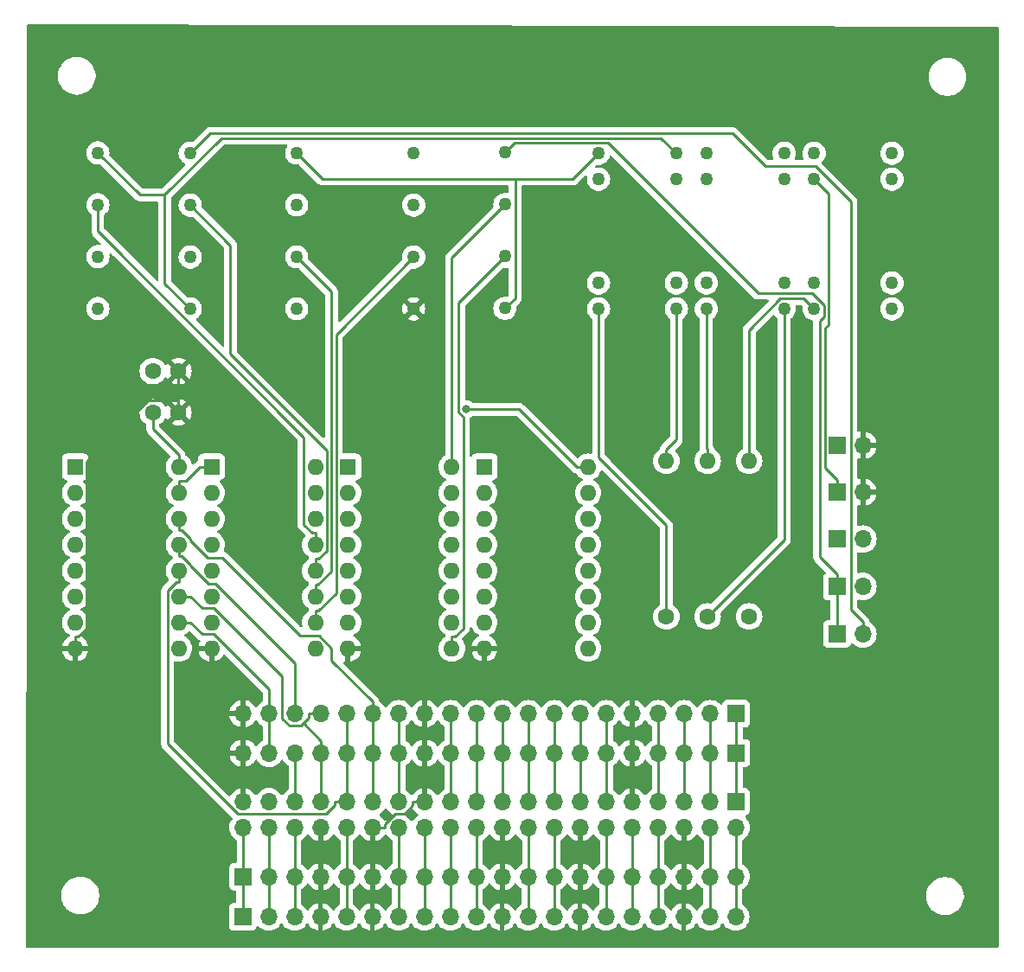
<source format=gbr>
%TF.GenerationSoftware,KiCad,Pcbnew,8.0.2*%
%TF.CreationDate,2024-05-07T00:14:21+01:00*%
%TF.ProjectId,VISIR_Lei_Ohm,56495349-525f-44c6-9569-5f4f686d2e6b,rev?*%
%TF.SameCoordinates,Original*%
%TF.FileFunction,Copper,L2,Bot*%
%TF.FilePolarity,Positive*%
%FSLAX46Y46*%
G04 Gerber Fmt 4.6, Leading zero omitted, Abs format (unit mm)*
G04 Created by KiCad (PCBNEW 8.0.2) date 2024-05-07 00:14:21*
%MOMM*%
%LPD*%
G01*
G04 APERTURE LIST*
%TA.AperFunction,ComponentPad*%
%ADD10R,1.700000X1.700000*%
%TD*%
%TA.AperFunction,ComponentPad*%
%ADD11O,1.700000X1.700000*%
%TD*%
%TA.AperFunction,ComponentPad*%
%ADD12R,1.600000X1.600000*%
%TD*%
%TA.AperFunction,ComponentPad*%
%ADD13O,1.600000X1.600000*%
%TD*%
%TA.AperFunction,ComponentPad*%
%ADD14C,1.270000*%
%TD*%
%TA.AperFunction,ComponentPad*%
%ADD15C,1.600000*%
%TD*%
%TA.AperFunction,ViaPad*%
%ADD16C,0.800000*%
%TD*%
%TA.AperFunction,Conductor*%
%ADD17C,0.250000*%
%TD*%
G04 APERTURE END LIST*
D10*
%TO.P,J8,1,Pin_1*%
%TO.N,Net-(J1-3V3Power)*%
X190250000Y-97950000D03*
D11*
%TO.P,J8,2,Pin_2*%
%TO.N,Net-(J1-GPIO2{slash}SDA)*%
X187710000Y-97950000D03*
%TO.P,J8,3,Pin_3*%
%TO.N,Net-(J1-GPIO3{slash}SCL)*%
X185170000Y-97950000D03*
%TO.P,J8,4,Pin_4*%
%TO.N,Net-(J1-GPIO4{slash}GPCLK0)*%
X182630000Y-97950000D03*
%TO.P,J8,5,Pin_5*%
%TO.N,GND*%
X180090000Y-97950000D03*
%TO.P,J8,6,Pin_6*%
%TO.N,Net-(J1-GPIO17)*%
X177550000Y-97950000D03*
%TO.P,J8,7,Pin_7*%
%TO.N,Net-(J1-GPIO27)*%
X175010000Y-97950000D03*
%TO.P,J8,8,Pin_8*%
%TO.N,Net-(J1-GPIO22)*%
X172470000Y-97950000D03*
%TO.P,J8,9,Pin_9*%
%TO.N,Net-(J1-3v3Power)*%
X169930000Y-97950000D03*
%TO.P,J8,10,Pin_10*%
%TO.N,Net-(J1-GPIO10{slash}MOSI)*%
X167390000Y-97950000D03*
%TO.P,J8,11,Pin_11*%
%TO.N,Net-(J1-GPIO9{slash}MISO)*%
X164850000Y-97950000D03*
%TO.P,J8,12,Pin_12*%
%TO.N,Net-(J1-GPIO11{slash}SCLK)*%
X162310000Y-97950000D03*
%TO.P,J8,13,Pin_13*%
%TO.N,GND*%
X159770000Y-97950000D03*
%TO.P,J8,14,Pin_14*%
%TO.N,Net-(J1-GPIO0{slash}ID_SD)*%
X157230000Y-97950000D03*
%TO.P,J8,15,Pin_15*%
%TO.N,/SER1*%
X154690000Y-97950000D03*
%TO.P,J8,16,Pin_16*%
%TO.N,/RCLK*%
X152150000Y-97950000D03*
%TO.P,J8,17,Pin_17*%
%TO.N,/SRCLK*%
X149610000Y-97950000D03*
%TO.P,J8,18,Pin_18*%
%TO.N,/~{OE}*%
X147070000Y-97950000D03*
%TO.P,J8,19,Pin_19*%
%TO.N,/~{SRCLR}*%
X144530000Y-97950000D03*
%TO.P,J8,20,Pin_20*%
%TO.N,GND*%
X141990000Y-97950000D03*
%TD*%
D10*
%TO.P,J7,1,Pin_1*%
%TO.N,Net-(J1-3V3Power)*%
X190260000Y-101800000D03*
D11*
%TO.P,J7,2,Pin_2*%
%TO.N,Net-(J1-GPIO2{slash}SDA)*%
X187720000Y-101800000D03*
%TO.P,J7,3,Pin_3*%
%TO.N,Net-(J1-GPIO3{slash}SCL)*%
X185180000Y-101800000D03*
%TO.P,J7,4,Pin_4*%
%TO.N,Net-(J1-GPIO4{slash}GPCLK0)*%
X182640000Y-101800000D03*
%TO.P,J7,5,Pin_5*%
%TO.N,GND*%
X180100000Y-101800000D03*
%TO.P,J7,6,Pin_6*%
%TO.N,Net-(J1-GPIO17)*%
X177560000Y-101800000D03*
%TO.P,J7,7,Pin_7*%
%TO.N,Net-(J1-GPIO27)*%
X175020000Y-101800000D03*
%TO.P,J7,8,Pin_8*%
%TO.N,Net-(J1-GPIO22)*%
X172480000Y-101800000D03*
%TO.P,J7,9,Pin_9*%
%TO.N,Net-(J1-3v3Power)*%
X169940000Y-101800000D03*
%TO.P,J7,10,Pin_10*%
%TO.N,Net-(J1-GPIO10{slash}MOSI)*%
X167400000Y-101800000D03*
%TO.P,J7,11,Pin_11*%
%TO.N,Net-(J1-GPIO9{slash}MISO)*%
X164860000Y-101800000D03*
%TO.P,J7,12,Pin_12*%
%TO.N,Net-(J1-GPIO11{slash}SCLK)*%
X162320000Y-101800000D03*
%TO.P,J7,13,Pin_13*%
%TO.N,GND*%
X159780000Y-101800000D03*
%TO.P,J7,14,Pin_14*%
%TO.N,Net-(J1-GPIO0{slash}ID_SD)*%
X157240000Y-101800000D03*
%TO.P,J7,15,Pin_15*%
%TO.N,/SER1*%
X154700000Y-101800000D03*
%TO.P,J7,16,Pin_16*%
%TO.N,/RCLK*%
X152160000Y-101800000D03*
%TO.P,J7,17,Pin_17*%
%TO.N,/SRCLK*%
X149620000Y-101800000D03*
%TO.P,J7,18,Pin_18*%
%TO.N,/~{OE}*%
X147080000Y-101800000D03*
%TO.P,J7,19,Pin_19*%
%TO.N,/~{SRCLR}*%
X144540000Y-101800000D03*
%TO.P,J7,20,Pin_20*%
%TO.N,GND*%
X142000000Y-101800000D03*
%TD*%
%TO.P,J1,40,GPIO21/PCM_DOUT*%
%TO.N,Net-(J1-GPIO21{slash}PCM_DOUT)*%
X141980000Y-109100000D03*
%TO.P,J1,39,GND*%
%TO.N,GND*%
X141980000Y-106560000D03*
%TO.P,J1,38,GPIO20/PCM_DIN*%
%TO.N,Net-(J1-GPIO20{slash}PCM_DIN)*%
X144520000Y-109100000D03*
%TO.P,J1,37,GPIO26*%
%TO.N,/~{SRCLR}*%
X144520000Y-106560000D03*
%TO.P,J1,36,GPIO16*%
%TO.N,Net-(J1-GPIO16)*%
X147060000Y-109100000D03*
%TO.P,J1,35,GPIO19/PCM_FS*%
%TO.N,/~{OE}*%
X147060000Y-106560000D03*
%TO.P,J1,34,GROUND*%
%TO.N,GND*%
X149600000Y-109100000D03*
%TO.P,J1,33,GPIO13/PWM1*%
%TO.N,/SRCLK*%
X149600000Y-106560000D03*
%TO.P,J1,32,GPIO12/PWM0*%
%TO.N,Net-(J1-GPIO12{slash}PWM0)*%
X152140000Y-109100000D03*
%TO.P,J1,31,GPIO6*%
%TO.N,/RCLK*%
X152140000Y-106560000D03*
%TO.P,J1,30,GND*%
%TO.N,GND*%
X154680000Y-109100000D03*
%TO.P,J1,29,GPIO5*%
%TO.N,/SER1*%
X154680000Y-106560000D03*
%TO.P,J1,28,GPIO1/ID_SC*%
%TO.N,Net-(J1-GPIO1{slash}ID_SC)*%
X157220000Y-109100000D03*
%TO.P,J1,27,GPIO0/ID_SD*%
%TO.N,Net-(J1-GPIO0{slash}ID_SD)*%
X157220000Y-106560000D03*
%TO.P,J1,26,GPIO7/CE1*%
%TO.N,Net-(J1-GPIO7{slash}CE1)*%
X159760000Y-109100000D03*
%TO.P,J1,25,GND*%
%TO.N,GND*%
X159760000Y-106560000D03*
%TO.P,J1,24,GPIO8/CE0*%
%TO.N,Net-(J1-GPIO8{slash}CE0)*%
X162300000Y-109100000D03*
%TO.P,J1,23,GPIO11/SCLK*%
%TO.N,Net-(J1-GPIO11{slash}SCLK)*%
X162300000Y-106560000D03*
%TO.P,J1,22,GPIO25*%
%TO.N,Net-(J1-GPIO25)*%
X164840000Y-109100000D03*
%TO.P,J1,21,GPIO9/MISO*%
%TO.N,Net-(J1-GPIO9{slash}MISO)*%
X164840000Y-106560000D03*
%TO.P,J1,20,GND*%
%TO.N,GND*%
X167380000Y-109100000D03*
%TO.P,J1,19,GPIO10/MOSI*%
%TO.N,Net-(J1-GPIO10{slash}MOSI)*%
X167380000Y-106560000D03*
%TO.P,J1,18,GPIO24*%
%TO.N,Net-(J1-GPIO24)*%
X169920000Y-109100000D03*
%TO.P,J1,17,3v3Power*%
%TO.N,Net-(J1-3v3Power)*%
X169920000Y-106560000D03*
%TO.P,J1,16,GPIO23*%
%TO.N,Net-(J1-GPIO23)*%
X172460000Y-109100000D03*
%TO.P,J1,15,GPIO22*%
%TO.N,Net-(J1-GPIO22)*%
X172460000Y-106560000D03*
%TO.P,J1,14,GND*%
%TO.N,GND*%
X175000000Y-109100000D03*
%TO.P,J1,13,GPIO27*%
%TO.N,Net-(J1-GPIO27)*%
X175000000Y-106560000D03*
%TO.P,J1,12,GPIO18/PCM_CLK*%
%TO.N,Net-(J1-GPIO18{slash}PCM_CLK)*%
X177540000Y-109100000D03*
%TO.P,J1,11,GPIO17*%
%TO.N,Net-(J1-GPIO17)*%
X177540000Y-106560000D03*
%TO.P,J1,10,GPIO15/RXD*%
%TO.N,Net-(J1-GPIO15{slash}RXD)*%
X180080000Y-109100000D03*
%TO.P,J1,9,GND*%
%TO.N,GND*%
X180080000Y-106560000D03*
%TO.P,J1,8,GPIO14/TXD*%
%TO.N,Net-(J1-GPIO14{slash}TXD)*%
X182620000Y-109100000D03*
%TO.P,J1,7,GPIO4/GPCLK0*%
%TO.N,Net-(J1-GPIO4{slash}GPCLK0)*%
X182620000Y-106560000D03*
%TO.P,J1,6,GND*%
%TO.N,GND*%
X185160000Y-109100000D03*
%TO.P,J1,5,GPIO3/SCL*%
%TO.N,Net-(J1-GPIO3{slash}SCL)*%
X185160000Y-106560000D03*
%TO.P,J1,4,5VPower*%
%TO.N,Net-(J5-Pin_19)*%
X187700000Y-109100000D03*
%TO.P,J1,3,GPIO2/SDA*%
%TO.N,Net-(J1-GPIO2{slash}SDA)*%
X187700000Y-106560000D03*
%TO.P,J1,2,5VPower*%
%TO.N,Net-(J5-Pin_20)*%
X190240000Y-109100000D03*
D10*
%TO.P,J1,1,3V3Power*%
%TO.N,Net-(J1-3V3Power)*%
X190240000Y-106560000D03*
%TD*%
%TO.P,J4,1,Pin_1*%
%TO.N,+5V*%
X200120000Y-71650000D03*
D11*
%TO.P,J4,2,Pin_2*%
%TO.N,GND*%
X202660000Y-71650000D03*
%TD*%
D10*
%TO.P,J3,1,Pin_1*%
%TO.N,+12V*%
X200120000Y-76250000D03*
D11*
%TO.P,J3,2,Pin_2*%
%TO.N,GND*%
X202660000Y-76250000D03*
%TD*%
D10*
%TO.P,J2,1,Pin_1*%
%TO.N,VCC*%
X200120000Y-80850000D03*
D11*
%TO.P,J2,2,Pin_2*%
%TO.N,D*%
X202660000Y-80850000D03*
%TD*%
D10*
%TO.P,J6,1,Pin_1*%
%TO.N,Net-(J1-GPIO21{slash}PCM_DOUT)*%
X141940000Y-117850000D03*
D11*
%TO.P,J6,2,Pin_2*%
%TO.N,Net-(J1-GPIO20{slash}PCM_DIN)*%
X144480000Y-117850000D03*
%TO.P,J6,3,Pin_3*%
%TO.N,Net-(J1-GPIO16)*%
X147020000Y-117850000D03*
%TO.P,J6,4,Pin_4*%
%TO.N,GND*%
X149560000Y-117850000D03*
%TO.P,J6,5,Pin_5*%
%TO.N,Net-(J1-GPIO12{slash}PWM0)*%
X152100000Y-117850000D03*
%TO.P,J6,6,Pin_6*%
%TO.N,GND*%
X154640000Y-117850000D03*
%TO.P,J6,7,Pin_7*%
%TO.N,Net-(J1-GPIO1{slash}ID_SC)*%
X157180000Y-117850000D03*
%TO.P,J6,8,Pin_8*%
%TO.N,Net-(J1-GPIO7{slash}CE1)*%
X159720000Y-117850000D03*
%TO.P,J6,9,Pin_9*%
%TO.N,Net-(J1-GPIO8{slash}CE0)*%
X162260000Y-117850000D03*
%TO.P,J6,10,Pin_10*%
%TO.N,Net-(J1-GPIO25)*%
X164800000Y-117850000D03*
%TO.P,J6,11,Pin_11*%
%TO.N,GND*%
X167340000Y-117850000D03*
%TO.P,J6,12,Pin_12*%
%TO.N,Net-(J1-GPIO24)*%
X169880000Y-117850000D03*
%TO.P,J6,13,Pin_13*%
%TO.N,Net-(J1-GPIO23)*%
X172420000Y-117850000D03*
%TO.P,J6,14,Pin_14*%
%TO.N,GND*%
X174960000Y-117850000D03*
%TO.P,J6,15,Pin_15*%
%TO.N,Net-(J1-GPIO18{slash}PCM_CLK)*%
X177500000Y-117850000D03*
%TO.P,J6,16,Pin_16*%
%TO.N,Net-(J1-GPIO15{slash}RXD)*%
X180040000Y-117850000D03*
%TO.P,J6,17,Pin_17*%
%TO.N,Net-(J1-GPIO14{slash}TXD)*%
X182580000Y-117850000D03*
%TO.P,J6,18,Pin_18*%
%TO.N,GND*%
X185120000Y-117850000D03*
%TO.P,J6,19,Pin_19*%
%TO.N,Net-(J5-Pin_19)*%
X187660000Y-117850000D03*
%TO.P,J6,20,Pin_20*%
%TO.N,Net-(J5-Pin_20)*%
X190200000Y-117850000D03*
%TD*%
D12*
%TO.P,U1,1,Q1*%
%TO.N,/I_{12}*%
X125550000Y-73780000D03*
D13*
%TO.P,U1,2,Q2*%
%TO.N,/I_{13}*%
X125550000Y-76320000D03*
%TO.P,U1,3,Q3*%
%TO.N,/I_{14}*%
X125550000Y-78860000D03*
%TO.P,U1,4,Q4*%
%TO.N,/I_{15}*%
X125550000Y-81400000D03*
%TO.P,U1,5,Q5*%
%TO.N,/I_{16}*%
X125550000Y-83940000D03*
%TO.P,U1,6,Q6*%
%TO.N,/I_{17}*%
X125550000Y-86480000D03*
%TO.P,U1,7,Q7*%
%TO.N,/I_{21}*%
X125550000Y-89020000D03*
%TO.P,U1,8,GND*%
%TO.N,GND*%
X125550000Y-91560000D03*
%TO.P,U1,9,Q7_2*%
%TO.N,/SER2*%
X135710000Y-91560000D03*
%TO.P,U1,10,~SRCLR*%
%TO.N,/~{SRCLR}*%
X135710000Y-89020000D03*
%TO.P,U1,11,SRCLK*%
%TO.N,/SRCLK*%
X135710000Y-86480000D03*
%TO.P,U1,12,RCLK*%
%TO.N,/RCLK*%
X135710000Y-83940000D03*
%TO.P,U1,13,~OE*%
%TO.N,/~{OE}*%
X135710000Y-81400000D03*
%TO.P,U1,14,SER*%
%TO.N,/SER1*%
X135710000Y-78860000D03*
%TO.P,U1,15,Q0*%
%TO.N,/I_{11}*%
X135710000Y-76320000D03*
%TO.P,U1,16,VCC*%
%TO.N,+5V*%
X135710000Y-73780000D03*
%TD*%
D14*
%TO.P,K4,4,4*%
%TO.N,A*%
X127760000Y-43040000D03*
%TO.P,K4,3,3*%
%TO.N,/O_{14}*%
X127760000Y-48120000D03*
%TO.P,K4,2,2*%
%TO.N,+12V*%
X127760000Y-53200000D03*
%TO.P,K4,1,1*%
%TO.N,VCC*%
X127760000Y-58280000D03*
%TD*%
D15*
%TO.P,R1,1*%
%TO.N,Net-(K1-Pad7)*%
X183420000Y-88430000D03*
D13*
%TO.P,R1,2*%
%TO.N,Net-(K1-Pad8)*%
X183420000Y-73190000D03*
%TD*%
D15*
%TO.P,R3,1*%
%TO.N,Net-(K3-Pad8)*%
X191520000Y-88430000D03*
D13*
%TO.P,R3,2*%
%TO.N,Net-(K3-Pad7)*%
X191520000Y-73190000D03*
%TD*%
D12*
%TO.P,U4,1,Q1*%
%TO.N,unconnected-(U4-Q1-Pad1)*%
X165600000Y-73780000D03*
D13*
%TO.P,U4,2,Q2*%
%TO.N,unconnected-(U4-Q2-Pad2)*%
X165600000Y-76320000D03*
%TO.P,U4,3,Q3*%
%TO.N,unconnected-(U4-Q3-Pad3)*%
X165600000Y-78860000D03*
%TO.P,U4,4,Q4*%
%TO.N,unconnected-(U4-Q4-Pad4)*%
X165600000Y-81400000D03*
%TO.P,U4,5,Q5*%
%TO.N,unconnected-(U4-Q5-Pad5)*%
X165600000Y-83940000D03*
%TO.P,U4,6,Q6*%
%TO.N,unconnected-(U4-Q6-Pad6)*%
X165600000Y-86480000D03*
%TO.P,U4,7,Q7*%
%TO.N,unconnected-(U4-Q7-Pad7)*%
X165600000Y-89020000D03*
%TO.P,U4,8,GND*%
%TO.N,GND*%
X165600000Y-91560000D03*
%TO.P,U4,9,Q7_2*%
%TO.N,unconnected-(U4-Q7_2-Pad9)*%
X175760000Y-91560000D03*
%TO.P,U4,10,~SRCLR*%
%TO.N,/~{SRCLR}*%
X175760000Y-89020000D03*
%TO.P,U4,11,SRCLK*%
%TO.N,/SRCLK*%
X175760000Y-86480000D03*
%TO.P,U4,12,RCLK*%
%TO.N,/RCLK*%
X175760000Y-83940000D03*
%TO.P,U4,13,~OE*%
%TO.N,/~{OE}*%
X175760000Y-81400000D03*
%TO.P,U4,14,SER*%
%TO.N,/SER2*%
X175760000Y-78860000D03*
%TO.P,U4,15,Q0*%
%TO.N,/I_{22}*%
X175760000Y-76320000D03*
%TO.P,U4,16,VCC*%
%TO.N,+5V*%
X175760000Y-73780000D03*
%TD*%
D11*
%TO.P,MES3,2,+*%
%TO.N,Net-(MES3-+)*%
X202660000Y-85500000D03*
D10*
%TO.P,MES3,1,-*%
%TO.N,C*%
X200120000Y-85500000D03*
%TD*%
D14*
%TO.P,K8,1,1*%
%TO.N,B*%
X167620000Y-58260000D03*
%TO.P,K8,2,2*%
%TO.N,+12V*%
X167620000Y-53180000D03*
%TO.P,K8,3,3*%
%TO.N,/O_{21}*%
X167620000Y-48100000D03*
%TO.P,K8,4,4*%
%TO.N,C*%
X167620000Y-43020000D03*
%TD*%
%TO.P,K7,1,1*%
%TO.N,C*%
X158680000Y-43080000D03*
%TO.P,K7,2,2*%
%TO.N,+12V*%
X158680000Y-48160000D03*
%TO.P,K7,3,3*%
%TO.N,/O_{17}*%
X158680000Y-53240000D03*
%TO.P,K7,4,4*%
%TO.N,GND*%
X158680000Y-58320000D03*
%TD*%
%TO.P,K3,1,1*%
%TO.N,B*%
X197880800Y-43080000D03*
%TO.P,K3,2,2*%
%TO.N,+12V*%
X197880800Y-45620000D03*
%TO.P,K3,6,6*%
%TO.N,/O_{13}*%
X197880800Y-55780000D03*
%TO.P,K3,7,7*%
%TO.N,Net-(K3-Pad7)*%
X197880800Y-58320000D03*
%TO.P,K3,8,8*%
%TO.N,Net-(K3-Pad8)*%
X205500800Y-58320000D03*
%TO.P,K3,9,9*%
%TO.N,unconnected-(K3-Pad9)*%
X205500800Y-55780000D03*
%TO.P,K3,13,13*%
%TO.N,unconnected-(K3-Pad13)*%
X205500800Y-45620000D03*
%TO.P,K3,14,14*%
%TO.N,A*%
X205500800Y-43080000D03*
%TD*%
D11*
%TO.P,MES1,2,+*%
%TO.N,Net-(MES1-+)*%
X202660000Y-90150000D03*
D10*
%TO.P,MES1,1,-*%
%TO.N,C*%
X200120000Y-90150000D03*
%TD*%
D15*
%TO.P,C1,1*%
%TO.N,+5V*%
X133150000Y-64400000D03*
%TO.P,C1,2*%
%TO.N,GND*%
X135650000Y-64400000D03*
%TD*%
%TO.P,R2,1*%
%TO.N,Net-(K2-Pad8)*%
X187470000Y-88430000D03*
D13*
%TO.P,R2,2*%
%TO.N,Net-(K2-Pad7)*%
X187470000Y-73190000D03*
%TD*%
D14*
%TO.P,K1,1,1*%
%TO.N,B*%
X176780000Y-43080000D03*
%TO.P,K1,2,2*%
%TO.N,+12V*%
X176780000Y-45620000D03*
%TO.P,K1,6,6*%
%TO.N,/O_{11}*%
X176780000Y-55780000D03*
%TO.P,K1,7,7*%
%TO.N,Net-(K1-Pad7)*%
X176780000Y-58320000D03*
%TO.P,K1,8,8*%
%TO.N,Net-(K1-Pad8)*%
X184400000Y-58320000D03*
%TO.P,K1,9,9*%
%TO.N,unconnected-(K1-Pad9)*%
X184400000Y-55780000D03*
%TO.P,K1,13,13*%
%TO.N,unconnected-(K1-Pad13)*%
X184400000Y-45620000D03*
%TO.P,K1,14,14*%
%TO.N,A*%
X184400000Y-43080000D03*
%TD*%
%TO.P,K2,1,1*%
%TO.N,B*%
X187330400Y-43080000D03*
%TO.P,K2,2,2*%
%TO.N,+12V*%
X187330400Y-45620000D03*
%TO.P,K2,6,6*%
%TO.N,/O_{12}*%
X187330400Y-55780000D03*
%TO.P,K2,7,7*%
%TO.N,Net-(K2-Pad7)*%
X187330400Y-58320000D03*
%TO.P,K2,8,8*%
%TO.N,Net-(K2-Pad8)*%
X194950400Y-58320000D03*
%TO.P,K2,9,9*%
%TO.N,unconnected-(K2-Pad9)*%
X194950400Y-55780000D03*
%TO.P,K2,13,13*%
%TO.N,unconnected-(K2-Pad13)*%
X194950400Y-45620000D03*
%TO.P,K2,14,14*%
%TO.N,A*%
X194950400Y-43080000D03*
%TD*%
D15*
%TO.P,C2,1*%
%TO.N,+5V*%
X133150000Y-68450000D03*
%TO.P,C2,2*%
%TO.N,GND*%
X135650000Y-68450000D03*
%TD*%
D12*
%TO.P,U2,1,I1*%
%TO.N,/I_{11}*%
X138900000Y-73780000D03*
D13*
%TO.P,U2,2,I2*%
%TO.N,/I_{12}*%
X138900000Y-76320000D03*
%TO.P,U2,3,I3*%
%TO.N,/I_{13}*%
X138900000Y-78860000D03*
%TO.P,U2,4,I4*%
%TO.N,/I_{14}*%
X138900000Y-81400000D03*
%TO.P,U2,5,I5*%
%TO.N,/I_{15}*%
X138900000Y-83940000D03*
%TO.P,U2,6,I6*%
%TO.N,/I_{16}*%
X138900000Y-86480000D03*
%TO.P,U2,7,I7*%
%TO.N,/I_{17}*%
X138900000Y-89020000D03*
%TO.P,U2,8,GND*%
%TO.N,GND*%
X138900000Y-91560000D03*
%TO.P,U2,9,COM*%
%TO.N,+12V*%
X149060000Y-91560000D03*
%TO.P,U2,10,O7*%
%TO.N,/O_{17}*%
X149060000Y-89020000D03*
%TO.P,U2,11,O6*%
%TO.N,/O_{16}*%
X149060000Y-86480000D03*
%TO.P,U2,12,O5*%
%TO.N,/O_{15}*%
X149060000Y-83940000D03*
%TO.P,U2,13,O4*%
%TO.N,/O_{14}*%
X149060000Y-81400000D03*
%TO.P,U2,14,O3*%
%TO.N,/O_{13}*%
X149060000Y-78860000D03*
%TO.P,U2,15,O2*%
%TO.N,/O_{12}*%
X149060000Y-76320000D03*
%TO.P,U2,16,O1*%
%TO.N,/O_{11}*%
X149060000Y-73780000D03*
%TD*%
D14*
%TO.P,K6,1,1*%
%TO.N,B*%
X147230000Y-43060000D03*
%TO.P,K6,2,2*%
%TO.N,+12V*%
X147230000Y-48140000D03*
%TO.P,K6,3,3*%
%TO.N,/O_{16}*%
X147230000Y-53220000D03*
%TO.P,K6,4,4*%
%TO.N,Net-(MES3-+)*%
X147230000Y-58300000D03*
%TD*%
%TO.P,K5,1,1*%
%TO.N,A*%
X136810000Y-58320000D03*
%TO.P,K5,2,2*%
%TO.N,+12V*%
X136810000Y-53240000D03*
%TO.P,K5,3,3*%
%TO.N,/O_{15}*%
X136810000Y-48160000D03*
%TO.P,K5,4,4*%
%TO.N,Net-(MES1-+)*%
X136810000Y-43080000D03*
%TD*%
D12*
%TO.P,U3,1,I1*%
%TO.N,/I_{21}*%
X152250000Y-73780000D03*
D13*
%TO.P,U3,2,I2*%
%TO.N,/I_{22}*%
X152250000Y-76320000D03*
%TO.P,U3,3,I3*%
%TO.N,/I_{23}*%
X152250000Y-78860000D03*
%TO.P,U3,4,I4*%
%TO.N,/I_{24}*%
X152250000Y-81400000D03*
%TO.P,U3,5,I5*%
%TO.N,/I_{25}*%
X152250000Y-83940000D03*
%TO.P,U3,6,I6*%
%TO.N,/I_{26}*%
X152250000Y-86480000D03*
%TO.P,U3,7,I7*%
%TO.N,/I_{27}*%
X152250000Y-89020000D03*
%TO.P,U3,8,GND*%
%TO.N,GND*%
X152250000Y-91560000D03*
%TO.P,U3,9,COM*%
%TO.N,+12V*%
X162410000Y-91560000D03*
%TO.P,U3,10,O7*%
%TO.N,/O_{27}*%
X162410000Y-89020000D03*
%TO.P,U3,11,O6*%
%TO.N,/O_{26}*%
X162410000Y-86480000D03*
%TO.P,U3,12,O5*%
%TO.N,/O_{25}*%
X162410000Y-83940000D03*
%TO.P,U3,13,O4*%
%TO.N,/O_{24}*%
X162410000Y-81400000D03*
%TO.P,U3,14,O3*%
%TO.N,/O_{23}*%
X162410000Y-78860000D03*
%TO.P,U3,15,O2*%
%TO.N,/O_{22}*%
X162410000Y-76320000D03*
%TO.P,U3,16,O1*%
%TO.N,/O_{21}*%
X162410000Y-73780000D03*
%TD*%
D10*
%TO.P,J5,1,Pin_1*%
%TO.N,Net-(J1-GPIO21{slash}PCM_DOUT)*%
X141970000Y-113900000D03*
D11*
%TO.P,J5,2,Pin_2*%
%TO.N,Net-(J1-GPIO20{slash}PCM_DIN)*%
X144510000Y-113900000D03*
%TO.P,J5,3,Pin_3*%
%TO.N,Net-(J1-GPIO16)*%
X147050000Y-113900000D03*
%TO.P,J5,4,Pin_4*%
%TO.N,GND*%
X149590000Y-113900000D03*
%TO.P,J5,5,Pin_5*%
%TO.N,Net-(J1-GPIO12{slash}PWM0)*%
X152130000Y-113900000D03*
%TO.P,J5,6,Pin_6*%
%TO.N,GND*%
X154670000Y-113900000D03*
%TO.P,J5,7,Pin_7*%
%TO.N,Net-(J1-GPIO1{slash}ID_SC)*%
X157210000Y-113900000D03*
%TO.P,J5,8,Pin_8*%
%TO.N,Net-(J1-GPIO7{slash}CE1)*%
X159750000Y-113900000D03*
%TO.P,J5,9,Pin_9*%
%TO.N,Net-(J1-GPIO8{slash}CE0)*%
X162290000Y-113900000D03*
%TO.P,J5,10,Pin_10*%
%TO.N,Net-(J1-GPIO25)*%
X164830000Y-113900000D03*
%TO.P,J5,11,Pin_11*%
%TO.N,GND*%
X167370000Y-113900000D03*
%TO.P,J5,12,Pin_12*%
%TO.N,Net-(J1-GPIO24)*%
X169910000Y-113900000D03*
%TO.P,J5,13,Pin_13*%
%TO.N,Net-(J1-GPIO23)*%
X172450000Y-113900000D03*
%TO.P,J5,14,Pin_14*%
%TO.N,GND*%
X174990000Y-113900000D03*
%TO.P,J5,15,Pin_15*%
%TO.N,Net-(J1-GPIO18{slash}PCM_CLK)*%
X177530000Y-113900000D03*
%TO.P,J5,16,Pin_16*%
%TO.N,Net-(J1-GPIO15{slash}RXD)*%
X180070000Y-113900000D03*
%TO.P,J5,17,Pin_17*%
%TO.N,Net-(J1-GPIO14{slash}TXD)*%
X182610000Y-113900000D03*
%TO.P,J5,18,Pin_18*%
%TO.N,GND*%
X185150000Y-113900000D03*
%TO.P,J5,19,Pin_19*%
%TO.N,Net-(J5-Pin_19)*%
X187690000Y-113900000D03*
%TO.P,J5,20,Pin_20*%
%TO.N,Net-(J5-Pin_20)*%
X190230000Y-113900000D03*
%TD*%
D16*
%TO.N,+5V*%
X163810800Y-68156500D03*
%TD*%
D17*
%TO.N,Net-(J1-GPIO22)*%
X172460000Y-106560000D02*
X172460000Y-105383300D01*
X172480000Y-105363300D02*
X172480000Y-101800000D01*
X172460000Y-105383300D02*
X172480000Y-105363300D01*
X172470000Y-100613300D02*
X172470000Y-97950000D01*
X172480000Y-100623300D02*
X172470000Y-100613300D01*
X172480000Y-101800000D02*
X172480000Y-100623300D01*
%TO.N,Net-(J1-GPIO3{slash}SCL)*%
X185160000Y-106560000D02*
X185160000Y-105383300D01*
X185180000Y-105363300D02*
X185180000Y-101800000D01*
X185160000Y-105383300D02*
X185180000Y-105363300D01*
X185170000Y-100613300D02*
X185170000Y-97950000D01*
X185180000Y-100623300D02*
X185170000Y-100613300D01*
X185180000Y-101800000D02*
X185180000Y-100623300D01*
%TO.N,Net-(J1-GPIO4{slash}GPCLK0)*%
X182620000Y-106560000D02*
X182620000Y-105383300D01*
X182640000Y-105363300D02*
X182640000Y-101800000D01*
X182620000Y-105383300D02*
X182640000Y-105363300D01*
X182630000Y-100613300D02*
X182630000Y-97950000D01*
X182640000Y-100623300D02*
X182630000Y-100613300D01*
X182640000Y-101800000D02*
X182640000Y-100623300D01*
%TO.N,Net-(J1-GPIO2{slash}SDA)*%
X187700000Y-102996700D02*
X187720000Y-102976700D01*
X187700000Y-106560000D02*
X187700000Y-102996700D01*
X187720000Y-101800000D02*
X187720000Y-102388300D01*
X187720000Y-102388300D02*
X187720000Y-102976700D01*
X187710000Y-102378300D02*
X187710000Y-97950000D01*
X187720000Y-102388300D02*
X187710000Y-102378300D01*
%TO.N,Net-(J1-GPIO27)*%
X175000000Y-106560000D02*
X175000000Y-105383300D01*
X175020000Y-105363300D02*
X175020000Y-101800000D01*
X175000000Y-105383300D02*
X175020000Y-105363300D01*
X175010000Y-100613300D02*
X175010000Y-97950000D01*
X175020000Y-100623300D02*
X175010000Y-100613300D01*
X175020000Y-101800000D02*
X175020000Y-100623300D01*
%TO.N,Net-(J1-3v3Power)*%
X169920000Y-106560000D02*
X169920000Y-105383300D01*
X190240000Y-106560000D02*
X190240000Y-105383300D01*
X169940000Y-105363300D02*
X169940000Y-101800000D01*
X169920000Y-105383300D02*
X169940000Y-105363300D01*
X169930000Y-100613300D02*
X169930000Y-97950000D01*
X169940000Y-100623300D02*
X169930000Y-100613300D01*
X169940000Y-101800000D02*
X169940000Y-100623300D01*
X190260000Y-105363300D02*
X190260000Y-101800000D01*
X190240000Y-105383300D02*
X190260000Y-105363300D01*
X190250000Y-100613300D02*
X190250000Y-97950000D01*
X190260000Y-100623300D02*
X190250000Y-100613300D01*
X190260000Y-101800000D02*
X190260000Y-100623300D01*
%TO.N,Net-(J1-GPIO9{slash}MISO)*%
X164840000Y-106560000D02*
X164840000Y-105383300D01*
X164860000Y-105363300D02*
X164860000Y-101800000D01*
X164840000Y-105383300D02*
X164860000Y-105363300D01*
X164850000Y-100613300D02*
X164850000Y-97950000D01*
X164860000Y-100623300D02*
X164850000Y-100613300D01*
X164860000Y-101800000D02*
X164860000Y-100623300D01*
%TO.N,Net-(J1-GPIO10{slash}MOSI)*%
X167380000Y-106560000D02*
X167380000Y-105383300D01*
X167400000Y-105363300D02*
X167400000Y-101800000D01*
X167380000Y-105383300D02*
X167400000Y-105363300D01*
X167390000Y-100613300D02*
X167390000Y-97950000D01*
X167400000Y-100623300D02*
X167390000Y-100613300D01*
X167400000Y-101800000D02*
X167400000Y-100623300D01*
%TO.N,Net-(J1-GPIO17)*%
X177540000Y-106560000D02*
X177540000Y-105383300D01*
X177560000Y-105363300D02*
X177560000Y-101800000D01*
X177540000Y-105383300D02*
X177560000Y-105363300D01*
X177550000Y-100613300D02*
X177550000Y-97950000D01*
X177560000Y-100623300D02*
X177550000Y-100613300D01*
X177560000Y-101800000D02*
X177560000Y-100623300D01*
%TO.N,Net-(J1-GPIO11{slash}SCLK)*%
X162310000Y-100613300D02*
X162310000Y-97950000D01*
X162320000Y-100623300D02*
X162310000Y-100613300D01*
X162320000Y-101800000D02*
X162320000Y-100623300D01*
X162320000Y-105363300D02*
X162320000Y-101800000D01*
X162300000Y-105383300D02*
X162320000Y-105363300D01*
X162300000Y-106560000D02*
X162300000Y-105383300D01*
%TO.N,Net-(J1-GPIO0{slash}ID_SD)*%
X157220000Y-106560000D02*
X157220000Y-105383300D01*
X157240000Y-105363300D02*
X157240000Y-101800000D01*
X157220000Y-105383300D02*
X157240000Y-105363300D01*
X157230000Y-100613300D02*
X157230000Y-97950000D01*
X157240000Y-100623300D02*
X157230000Y-100613300D01*
X157240000Y-101800000D02*
X157240000Y-100623300D01*
%TO.N,Net-(J1-GPIO24)*%
X169920000Y-109100000D02*
X169920000Y-110276700D01*
X169910000Y-110286700D02*
X169910000Y-113900000D01*
X169920000Y-110276700D02*
X169910000Y-110286700D01*
X169880000Y-115106700D02*
X169880000Y-117850000D01*
X169910000Y-115076700D02*
X169880000Y-115106700D01*
X169910000Y-113900000D02*
X169910000Y-115076700D01*
%TO.N,Net-(J1-GPIO23)*%
X172460000Y-109100000D02*
X172460000Y-110276700D01*
X172450000Y-110286700D02*
X172450000Y-113900000D01*
X172460000Y-110276700D02*
X172450000Y-110286700D01*
X172420000Y-115106700D02*
X172420000Y-117850000D01*
X172450000Y-115076700D02*
X172420000Y-115106700D01*
X172450000Y-113900000D02*
X172450000Y-115076700D01*
%TO.N,/O_{14}*%
X148778200Y-80273300D02*
X149060000Y-80273300D01*
X147933300Y-79428400D02*
X148778200Y-80273300D01*
X147933300Y-70884100D02*
X147933300Y-79428400D01*
X127760000Y-50710800D02*
X147933300Y-70884100D01*
X127760000Y-48120000D02*
X127760000Y-50710800D01*
X149060000Y-81400000D02*
X149060000Y-80273300D01*
%TO.N,/I_{11}*%
X136360000Y-75193300D02*
X135710000Y-75193300D01*
X137773300Y-73780000D02*
X136360000Y-75193300D01*
X138900000Y-73780000D02*
X137773300Y-73780000D01*
X135710000Y-76320000D02*
X135710000Y-75193300D01*
%TO.N,GND*%
X138900000Y-93683300D02*
X141990000Y-96773300D01*
X138900000Y-91560000D02*
X138900000Y-93683300D01*
X141990000Y-97950000D02*
X141990000Y-96773300D01*
X202660000Y-76250000D02*
X202660000Y-71650000D01*
X141980000Y-106560000D02*
X141980000Y-105383300D01*
X149600000Y-109100000D02*
X149600000Y-110276700D01*
X167380000Y-109100000D02*
X167380000Y-110276700D01*
X175000000Y-109100000D02*
X175000000Y-110276700D01*
X180080000Y-106560000D02*
X180080000Y-105383300D01*
X185160000Y-109100000D02*
X185160000Y-110276700D01*
X185150000Y-110286700D02*
X185150000Y-113900000D01*
X185160000Y-110276700D02*
X185150000Y-110286700D01*
X185120000Y-115106700D02*
X185120000Y-117850000D01*
X185150000Y-115076700D02*
X185120000Y-115106700D01*
X185150000Y-113900000D02*
X185150000Y-115076700D01*
X174990000Y-110286700D02*
X174990000Y-113900000D01*
X175000000Y-110276700D02*
X174990000Y-110286700D01*
X174960000Y-115106700D02*
X174960000Y-117850000D01*
X174990000Y-115076700D02*
X174960000Y-115106700D01*
X174990000Y-113900000D02*
X174990000Y-115076700D01*
X167370000Y-110286700D02*
X167370000Y-113900000D01*
X167380000Y-110276700D02*
X167370000Y-110286700D01*
X167340000Y-115106700D02*
X167340000Y-117850000D01*
X167370000Y-115076700D02*
X167340000Y-115106700D01*
X167370000Y-113900000D02*
X167370000Y-115076700D01*
X154640000Y-115106700D02*
X154640000Y-117850000D01*
X154670000Y-115076700D02*
X154640000Y-115106700D01*
X154670000Y-113900000D02*
X154670000Y-115076700D01*
X149590000Y-110286700D02*
X149590000Y-113900000D01*
X149600000Y-110276700D02*
X149590000Y-110286700D01*
X149560000Y-115106700D02*
X149560000Y-117850000D01*
X149590000Y-115076700D02*
X149560000Y-115106700D01*
X149590000Y-113900000D02*
X149590000Y-115076700D01*
X142000000Y-101800000D02*
X141990000Y-101800000D01*
X141990000Y-105373300D02*
X141990000Y-101800000D01*
X141980000Y-105383300D02*
X141990000Y-105373300D01*
X141990000Y-101800000D02*
X141990000Y-97950000D01*
X180100000Y-105363300D02*
X180100000Y-101800000D01*
X180080000Y-105383300D02*
X180100000Y-105363300D01*
X180090000Y-100613300D02*
X180090000Y-97950000D01*
X180100000Y-100623300D02*
X180090000Y-100613300D01*
X180100000Y-101800000D02*
X180100000Y-100623300D01*
X159760000Y-106560000D02*
X159760000Y-105383300D01*
X159780000Y-105363300D02*
X159780000Y-101800000D01*
X159760000Y-105383300D02*
X159780000Y-105363300D01*
X159770000Y-100613300D02*
X159770000Y-97950000D01*
X159780000Y-100623300D02*
X159770000Y-100613300D01*
X159780000Y-101800000D02*
X159780000Y-100623300D01*
X159770000Y-97950000D02*
X159770000Y-96886600D01*
X165600000Y-91560000D02*
X164473300Y-91560000D01*
X125550000Y-91560000D02*
X125550000Y-90433300D01*
X125831800Y-90433300D02*
X125550000Y-90433300D01*
X126676700Y-89588400D02*
X125831800Y-90433300D01*
X126676700Y-73263400D02*
X126676700Y-89588400D01*
X132629200Y-67310900D02*
X126676700Y-73263400D01*
X135650000Y-67310900D02*
X132629200Y-67310900D01*
X135650000Y-64400000D02*
X135650000Y-67310900D01*
X135650000Y-67310900D02*
X135650000Y-68450000D01*
X159514300Y-96519000D02*
X164473300Y-91560000D01*
X154555200Y-91560000D02*
X159514300Y-96519000D01*
X152250000Y-91560000D02*
X154555200Y-91560000D01*
X159770000Y-96774800D02*
X159770000Y-96886600D01*
X159514300Y-96519000D02*
X159770000Y-96774800D01*
X158583300Y-106927800D02*
X158583300Y-106560000D01*
X157774400Y-107736700D02*
X158583300Y-106927800D01*
X156852200Y-107736700D02*
X157774400Y-107736700D01*
X155856700Y-108732200D02*
X156852200Y-107736700D01*
X155856700Y-109100000D02*
X155856700Y-108732200D01*
X154680000Y-109100000D02*
X155856700Y-109100000D01*
X159760000Y-106560000D02*
X158583300Y-106560000D01*
%TO.N,Net-(J1-GPIO1{slash}ID_SC)*%
X157220000Y-109100000D02*
X157220000Y-110276700D01*
X157210000Y-110286700D02*
X157210000Y-113900000D01*
X157220000Y-110276700D02*
X157210000Y-110286700D01*
X157180000Y-115106700D02*
X157180000Y-117850000D01*
X157210000Y-115076700D02*
X157180000Y-115106700D01*
X157210000Y-113900000D02*
X157210000Y-115076700D01*
%TO.N,Net-(J1-GPIO16)*%
X147060000Y-109100000D02*
X147060000Y-110276700D01*
X147050000Y-110286700D02*
X147050000Y-113900000D01*
X147060000Y-110276700D02*
X147050000Y-110286700D01*
X147020000Y-115106700D02*
X147020000Y-117850000D01*
X147050000Y-115076700D02*
X147020000Y-115106700D01*
X147050000Y-113900000D02*
X147050000Y-115076700D01*
%TO.N,Net-(J1-GPIO18{slash}PCM_CLK)*%
X177540000Y-109100000D02*
X177540000Y-110276700D01*
X177530000Y-110286700D02*
X177530000Y-113900000D01*
X177540000Y-110276700D02*
X177530000Y-110286700D01*
X177500000Y-115106700D02*
X177500000Y-117850000D01*
X177530000Y-115076700D02*
X177500000Y-115106700D01*
X177530000Y-113900000D02*
X177530000Y-115076700D01*
%TO.N,Net-(J1-GPIO15{slash}RXD)*%
X180080000Y-109100000D02*
X180080000Y-110276700D01*
X180070000Y-110286700D02*
X180070000Y-113900000D01*
X180080000Y-110276700D02*
X180070000Y-110286700D01*
X180040000Y-115106700D02*
X180040000Y-117850000D01*
X180070000Y-115076700D02*
X180040000Y-115106700D01*
X180070000Y-113900000D02*
X180070000Y-115076700D01*
%TO.N,Net-(J5-Pin_20)*%
X190240000Y-109100000D02*
X190240000Y-110276700D01*
X190230000Y-110286700D02*
X190230000Y-113900000D01*
X190240000Y-110276700D02*
X190230000Y-110286700D01*
X190200000Y-115106700D02*
X190200000Y-117850000D01*
X190230000Y-115076700D02*
X190200000Y-115106700D01*
X190230000Y-113900000D02*
X190230000Y-115076700D01*
%TO.N,/O_{21}*%
X162410000Y-53310000D02*
X162410000Y-73780000D01*
X167620000Y-48100000D02*
X162410000Y-53310000D01*
%TO.N,Net-(J1-GPIO7{slash}CE1)*%
X159760000Y-109100000D02*
X159760000Y-110276700D01*
X159750000Y-110286700D02*
X159750000Y-113900000D01*
X159760000Y-110276700D02*
X159750000Y-110286700D01*
X159720000Y-115106700D02*
X159720000Y-117850000D01*
X159750000Y-115076700D02*
X159720000Y-115106700D01*
X159750000Y-113900000D02*
X159750000Y-115076700D01*
%TO.N,Net-(J5-Pin_19)*%
X187700000Y-109100000D02*
X187700000Y-110276700D01*
X187690000Y-110286700D02*
X187690000Y-113900000D01*
X187700000Y-110276700D02*
X187690000Y-110286700D01*
X187660000Y-115106700D02*
X187660000Y-117850000D01*
X187690000Y-115076700D02*
X187660000Y-115106700D01*
X187690000Y-113900000D02*
X187690000Y-115076700D01*
%TO.N,Net-(J1-GPIO20{slash}PCM_DIN)*%
X144520000Y-109100000D02*
X144520000Y-110276700D01*
X144510000Y-110286700D02*
X144510000Y-113900000D01*
X144520000Y-110276700D02*
X144510000Y-110286700D01*
X144510000Y-116643300D02*
X144480000Y-116673300D01*
X144510000Y-113900000D02*
X144510000Y-116643300D01*
X144480000Y-117850000D02*
X144480000Y-116673300D01*
%TO.N,Net-(J1-GPIO12{slash}PWM0)*%
X152140000Y-109100000D02*
X152140000Y-110276700D01*
X152130000Y-110286700D02*
X152130000Y-113900000D01*
X152140000Y-110276700D02*
X152130000Y-110286700D01*
X152100000Y-115106700D02*
X152100000Y-117850000D01*
X152130000Y-115076700D02*
X152100000Y-115106700D01*
X152130000Y-113900000D02*
X152130000Y-115076700D01*
%TO.N,Net-(J1-GPIO14{slash}TXD)*%
X182620000Y-109100000D02*
X182620000Y-110276700D01*
X182610000Y-110286700D02*
X182610000Y-113900000D01*
X182620000Y-110276700D02*
X182610000Y-110286700D01*
X182580000Y-115106700D02*
X182580000Y-117850000D01*
X182610000Y-115076700D02*
X182580000Y-115106700D01*
X182610000Y-113900000D02*
X182610000Y-115076700D01*
%TO.N,Net-(J1-GPIO8{slash}CE0)*%
X162300000Y-109100000D02*
X162300000Y-110276700D01*
X162290000Y-110286700D02*
X162290000Y-113900000D01*
X162300000Y-110276700D02*
X162290000Y-110286700D01*
X162260000Y-115106700D02*
X162260000Y-117850000D01*
X162290000Y-115076700D02*
X162260000Y-115106700D01*
X162290000Y-113900000D02*
X162290000Y-115076700D01*
%TO.N,Net-(J1-GPIO25)*%
X164840000Y-109100000D02*
X164840000Y-110276700D01*
X164830000Y-110286700D02*
X164830000Y-113900000D01*
X164840000Y-110276700D02*
X164830000Y-110286700D01*
X164800000Y-115106700D02*
X164800000Y-117850000D01*
X164830000Y-115076700D02*
X164800000Y-115106700D01*
X164830000Y-113900000D02*
X164830000Y-115076700D01*
%TO.N,/O_{17}*%
X149341700Y-87893300D02*
X149060000Y-87893300D01*
X151106800Y-86128200D02*
X149341700Y-87893300D01*
X151106800Y-60813200D02*
X151106800Y-86128200D01*
X158680000Y-53240000D02*
X151106800Y-60813200D01*
X149060000Y-89020000D02*
X149060000Y-87893300D01*
%TO.N,C*%
X200120000Y-90150000D02*
X200120000Y-85500000D01*
X200120000Y-85500000D02*
X200120000Y-84323300D01*
X198440500Y-82643800D02*
X200120000Y-84323300D01*
X198440500Y-59489800D02*
X198440500Y-82643800D01*
X198887700Y-59042600D02*
X198440500Y-59489800D01*
X198887700Y-57965000D02*
X198887700Y-59042600D01*
X197705200Y-56782500D02*
X198887700Y-57965000D01*
X192432500Y-56782500D02*
X197705200Y-56782500D01*
X177731600Y-42081600D02*
X192432500Y-56782500D01*
X168558400Y-42081600D02*
X177731600Y-42081600D01*
X167620000Y-43020000D02*
X168558400Y-42081600D01*
%TO.N,/O_{16}*%
X149060000Y-86480000D02*
X149060000Y-85353300D01*
X149290100Y-85353300D02*
X149060000Y-85353300D01*
X150638400Y-84005000D02*
X149290100Y-85353300D01*
X150638400Y-56628400D02*
X150638400Y-84005000D01*
X147230000Y-53220000D02*
X150638400Y-56628400D01*
%TO.N,/~{OE}*%
X147080000Y-105363300D02*
X147080000Y-101800000D01*
X147060000Y-105383300D02*
X147080000Y-105363300D01*
X147060000Y-106560000D02*
X147060000Y-105383300D01*
X136006700Y-82526700D02*
X135710000Y-82526700D01*
X136836700Y-83356700D02*
X136006700Y-82526700D01*
X136836700Y-83475400D02*
X136836700Y-83356700D01*
X138571300Y-85210000D02*
X136836700Y-83475400D01*
X139246200Y-85210000D02*
X138571300Y-85210000D01*
X147070000Y-93033800D02*
X139246200Y-85210000D01*
X147070000Y-97950000D02*
X147070000Y-93033800D01*
X135710000Y-81400000D02*
X135710000Y-82526700D01*
%TO.N,Net-(MES1-+)*%
X201483300Y-87796600D02*
X202660000Y-88973300D01*
X201483300Y-47825800D02*
X201483300Y-87796600D01*
X198007500Y-44350000D02*
X201483300Y-47825800D01*
X193090400Y-44350000D02*
X198007500Y-44350000D01*
X189883400Y-41143000D02*
X193090400Y-44350000D01*
X138747000Y-41143000D02*
X189883400Y-41143000D01*
X136810000Y-43080000D02*
X138747000Y-41143000D01*
X202660000Y-90150000D02*
X202660000Y-88973300D01*
%TO.N,/O_{15}*%
X149060000Y-83940000D02*
X149060000Y-82813300D01*
X149341800Y-82813300D02*
X149060000Y-82813300D01*
X150186700Y-81968400D02*
X149341800Y-82813300D01*
X150186700Y-72171600D02*
X150186700Y-81968400D01*
X140742700Y-62727600D02*
X150186700Y-72171600D01*
X140742700Y-52092700D02*
X140742700Y-62727600D01*
X136810000Y-48160000D02*
X140742700Y-52092700D01*
%TO.N,/~{SRCLR}*%
X137963400Y-90146700D02*
X136836700Y-89020000D01*
X139082300Y-90146700D02*
X137963400Y-90146700D01*
X144530000Y-95594400D02*
X139082300Y-90146700D01*
X144530000Y-97950000D02*
X144530000Y-95594400D01*
X135710000Y-89020000D02*
X136836700Y-89020000D01*
X144530000Y-100613300D02*
X144530000Y-97950000D01*
X144540000Y-100623300D02*
X144530000Y-100613300D01*
X144540000Y-101800000D02*
X144540000Y-100623300D01*
%TO.N,/SRCLK*%
X149620000Y-105363300D02*
X149620000Y-101800000D01*
X149600000Y-105383300D02*
X149620000Y-105363300D01*
X149600000Y-106560000D02*
X149600000Y-105383300D01*
X149610000Y-97950000D02*
X148433300Y-97950000D01*
X135710000Y-86480000D02*
X136836700Y-86480000D01*
X149620000Y-101800000D02*
X149620000Y-100623300D01*
X147873900Y-98877100D02*
X149620000Y-100623300D01*
X148433300Y-98317700D02*
X147873900Y-98877100D01*
X148433300Y-97950000D02*
X148433300Y-98317700D01*
X137963400Y-87606700D02*
X136836700Y-86480000D01*
X139138100Y-87606700D02*
X137963400Y-87606700D01*
X145800000Y-94268600D02*
X139138100Y-87606700D01*
X145800000Y-98405000D02*
X145800000Y-94268600D01*
X146531900Y-99136900D02*
X145800000Y-98405000D01*
X147614100Y-99136900D02*
X146531900Y-99136900D01*
X147873900Y-98877100D02*
X147614100Y-99136900D01*
%TO.N,/RCLK*%
X152150000Y-100613300D02*
X152160000Y-100623300D01*
X152150000Y-97950000D02*
X152150000Y-100613300D01*
X152160000Y-101800000D02*
X152160000Y-100623300D01*
X152160000Y-105363300D02*
X152160000Y-101800000D01*
X152140000Y-105383300D02*
X152160000Y-105363300D01*
X152140000Y-105971600D02*
X152140000Y-105383300D01*
X152140000Y-105971600D02*
X152140000Y-106560000D01*
X135428200Y-85066700D02*
X135710000Y-85066700D01*
X134583300Y-85911600D02*
X135428200Y-85066700D01*
X134583300Y-100875200D02*
X134583300Y-85911600D01*
X141458700Y-107750600D02*
X134583300Y-100875200D01*
X150140400Y-107750600D02*
X141458700Y-107750600D01*
X150963300Y-106927700D02*
X150140400Y-107750600D01*
X150963300Y-106560000D02*
X150963300Y-106927700D01*
X152140000Y-106560000D02*
X150963300Y-106560000D01*
X135710000Y-83940000D02*
X135710000Y-85066700D01*
%TO.N,/SER1*%
X154680000Y-102996700D02*
X154700000Y-102976700D01*
X154680000Y-106560000D02*
X154680000Y-102996700D01*
X154700000Y-101800000D02*
X154700000Y-102976700D01*
X135710000Y-78860000D02*
X135710000Y-79986700D01*
X154700000Y-99136700D02*
X154690000Y-99126700D01*
X154700000Y-101800000D02*
X154700000Y-99136700D01*
X150655000Y-92738300D02*
X154690000Y-96773300D01*
X150655000Y-91556300D02*
X150655000Y-92738300D01*
X149388700Y-90290000D02*
X150655000Y-91556300D01*
X147562000Y-90290000D02*
X149388700Y-90290000D01*
X139942000Y-82670000D02*
X147562000Y-90290000D01*
X138531300Y-82670000D02*
X139942000Y-82670000D01*
X136836700Y-80975400D02*
X138531300Y-82670000D01*
X136836700Y-80851700D02*
X136836700Y-80975400D01*
X135971700Y-79986700D02*
X136836700Y-80851700D01*
X135710000Y-79986700D02*
X135971700Y-79986700D01*
X154690000Y-97950000D02*
X154690000Y-96773300D01*
X154690000Y-97950000D02*
X154690000Y-99126700D01*
%TO.N,+5V*%
X135710000Y-73780000D02*
X135710000Y-72653300D01*
X133150000Y-70093300D02*
X133150000Y-68450000D01*
X135710000Y-72653300D02*
X133150000Y-70093300D01*
X175760000Y-73780000D02*
X174633300Y-73780000D01*
X169009800Y-68156500D02*
X163810800Y-68156500D01*
X174633300Y-73780000D02*
X169009800Y-68156500D01*
%TO.N,Net-(K3-Pad7)*%
X191520000Y-60382100D02*
X191520000Y-73190000D01*
X194591500Y-57310600D02*
X191520000Y-60382100D01*
X196871400Y-57310600D02*
X194591500Y-57310600D01*
X197880800Y-58320000D02*
X196871400Y-57310600D01*
%TO.N,Net-(K2-Pad8)*%
X194950400Y-80949600D02*
X187470000Y-88430000D01*
X194950400Y-58320000D02*
X194950400Y-80949600D01*
%TO.N,Net-(K2-Pad7)*%
X187330400Y-71923700D02*
X187470000Y-72063300D01*
X187330400Y-58320000D02*
X187330400Y-71923700D01*
X187470000Y-73190000D02*
X187470000Y-72063300D01*
%TO.N,A*%
X134310000Y-55820000D02*
X134310000Y-47159800D01*
X136810000Y-58320000D02*
X134310000Y-55820000D01*
X131879800Y-47159800D02*
X127760000Y-43040000D01*
X134310000Y-47159800D02*
X131879800Y-47159800D01*
X182914700Y-41594700D02*
X184400000Y-43080000D01*
X139875100Y-41594700D02*
X182914700Y-41594700D01*
X134310000Y-47159800D02*
X139875100Y-41594700D01*
%TO.N,Net-(K1-Pad8)*%
X184400000Y-71083300D02*
X183420000Y-72063300D01*
X184400000Y-58320000D02*
X184400000Y-71083300D01*
X183420000Y-73190000D02*
X183420000Y-72063300D01*
%TO.N,Net-(K1-Pad7)*%
X183420000Y-79509800D02*
X183420000Y-88430000D01*
X176780000Y-72869800D02*
X183420000Y-79509800D01*
X176780000Y-58320000D02*
X176780000Y-72869800D01*
%TO.N,+12V*%
X162410000Y-91560000D02*
X162410000Y-90433300D01*
X162691800Y-90433300D02*
X162410000Y-90433300D01*
X163536700Y-89588400D02*
X162691800Y-90433300D01*
X163536700Y-68910000D02*
X163536700Y-89588400D01*
X163084000Y-68457300D02*
X163536700Y-68910000D01*
X163084000Y-57716000D02*
X163084000Y-68457300D01*
X167620000Y-53180000D02*
X163084000Y-57716000D01*
X200120000Y-76250000D02*
X200120000Y-75073300D01*
X198943300Y-73896600D02*
X200120000Y-75073300D01*
X198943300Y-60262500D02*
X198943300Y-73896600D01*
X199339400Y-59866400D02*
X198943300Y-60262500D01*
X199339400Y-47078600D02*
X199339400Y-59866400D01*
X197880800Y-45620000D02*
X199339400Y-47078600D01*
%TO.N,B*%
X168607100Y-57272900D02*
X167620000Y-58260000D01*
X168607100Y-45590000D02*
X168607100Y-57272900D01*
X174270000Y-45590000D02*
X168607100Y-45590000D01*
X176780000Y-43080000D02*
X174270000Y-45590000D01*
X149760000Y-45590000D02*
X147230000Y-43060000D01*
X168607100Y-45590000D02*
X149760000Y-45590000D01*
%TO.N,Net-(J1-GPIO21{slash}PCM_DOUT)*%
X141980000Y-109100000D02*
X141980000Y-110276700D01*
X141970000Y-110286700D02*
X141970000Y-113900000D01*
X141980000Y-110276700D02*
X141970000Y-110286700D01*
X141940000Y-115106700D02*
X141940000Y-117850000D01*
X141970000Y-115076700D02*
X141940000Y-115106700D01*
X141970000Y-113900000D02*
X141970000Y-115076700D01*
%TD*%
%TA.AperFunction,Conductor*%
%TO.N,GND*%
G36*
X149840000Y-115230633D02*
G01*
X150053483Y-115173433D01*
X150053492Y-115173429D01*
X150267578Y-115073600D01*
X150461082Y-114938105D01*
X150628105Y-114771082D01*
X150758119Y-114585405D01*
X150812696Y-114541781D01*
X150882195Y-114534588D01*
X150944549Y-114566110D01*
X150961269Y-114585405D01*
X151091505Y-114771401D01*
X151258599Y-114938495D01*
X151365978Y-115013683D01*
X151421623Y-115052646D01*
X151465248Y-115107223D01*
X151474500Y-115154221D01*
X151474500Y-116574773D01*
X151454815Y-116641812D01*
X151421623Y-116676348D01*
X151228597Y-116811505D01*
X151061508Y-116978594D01*
X150931269Y-117164595D01*
X150876692Y-117208219D01*
X150807193Y-117215412D01*
X150744839Y-117183890D01*
X150728119Y-117164594D01*
X150598113Y-116978926D01*
X150598108Y-116978920D01*
X150431082Y-116811894D01*
X150237578Y-116676399D01*
X150023492Y-116576570D01*
X150023486Y-116576567D01*
X149810000Y-116519364D01*
X149810000Y-117416988D01*
X149752993Y-117384075D01*
X149625826Y-117350000D01*
X149494174Y-117350000D01*
X149367007Y-117384075D01*
X149310000Y-117416988D01*
X149310000Y-116519364D01*
X149309999Y-116519364D01*
X149096513Y-116576567D01*
X149096507Y-116576570D01*
X148882422Y-116676399D01*
X148882420Y-116676400D01*
X148688926Y-116811886D01*
X148688920Y-116811891D01*
X148521891Y-116978920D01*
X148521890Y-116978922D01*
X148391880Y-117164595D01*
X148337303Y-117208219D01*
X148267804Y-117215412D01*
X148205450Y-117183890D01*
X148188730Y-117164594D01*
X148058494Y-116978597D01*
X147891402Y-116811506D01*
X147891401Y-116811505D01*
X147728375Y-116697353D01*
X147698376Y-116676347D01*
X147654751Y-116621770D01*
X147645500Y-116574772D01*
X147645500Y-115297204D01*
X147650839Y-115261211D01*
X147651460Y-115259160D01*
X147651460Y-115259158D01*
X147651463Y-115259152D01*
X147672193Y-115154930D01*
X147704577Y-115093022D01*
X147723931Y-115077906D01*
X147723395Y-115077140D01*
X147727828Y-115074035D01*
X147727830Y-115074035D01*
X147921401Y-114938495D01*
X148088495Y-114771401D01*
X148218730Y-114585405D01*
X148273307Y-114541781D01*
X148342805Y-114534587D01*
X148405160Y-114566110D01*
X148421879Y-114585405D01*
X148551890Y-114771078D01*
X148718917Y-114938105D01*
X148912421Y-115073600D01*
X149126507Y-115173429D01*
X149126516Y-115173433D01*
X149340000Y-115230634D01*
X149340000Y-114333012D01*
X149397007Y-114365925D01*
X149524174Y-114400000D01*
X149655826Y-114400000D01*
X149782993Y-114365925D01*
X149840000Y-114333012D01*
X149840000Y-115230633D01*
G37*
%TD.AperFunction*%
%TA.AperFunction,Conductor*%
G36*
X154920000Y-115230633D02*
G01*
X155133483Y-115173433D01*
X155133492Y-115173429D01*
X155347578Y-115073600D01*
X155541082Y-114938105D01*
X155708105Y-114771082D01*
X155838119Y-114585405D01*
X155892696Y-114541781D01*
X155962195Y-114534588D01*
X156024549Y-114566110D01*
X156041269Y-114585405D01*
X156171505Y-114771401D01*
X156338599Y-114938495D01*
X156445978Y-115013683D01*
X156501623Y-115052646D01*
X156545248Y-115107223D01*
X156554500Y-115154221D01*
X156554500Y-116574773D01*
X156534815Y-116641812D01*
X156501623Y-116676348D01*
X156308597Y-116811505D01*
X156141508Y-116978594D01*
X156011269Y-117164595D01*
X155956692Y-117208219D01*
X155887193Y-117215412D01*
X155824839Y-117183890D01*
X155808119Y-117164594D01*
X155678113Y-116978926D01*
X155678108Y-116978920D01*
X155511082Y-116811894D01*
X155317578Y-116676399D01*
X155103492Y-116576570D01*
X155103486Y-116576567D01*
X154890000Y-116519364D01*
X154890000Y-117416988D01*
X154832993Y-117384075D01*
X154705826Y-117350000D01*
X154574174Y-117350000D01*
X154447007Y-117384075D01*
X154390000Y-117416988D01*
X154390000Y-116519364D01*
X154389999Y-116519364D01*
X154176513Y-116576567D01*
X154176507Y-116576570D01*
X153962422Y-116676399D01*
X153962420Y-116676400D01*
X153768926Y-116811886D01*
X153768920Y-116811891D01*
X153601891Y-116978920D01*
X153601890Y-116978922D01*
X153471880Y-117164595D01*
X153417303Y-117208219D01*
X153347804Y-117215412D01*
X153285450Y-117183890D01*
X153268730Y-117164594D01*
X153138494Y-116978597D01*
X152971402Y-116811506D01*
X152971401Y-116811505D01*
X152808375Y-116697353D01*
X152778376Y-116676347D01*
X152734751Y-116621770D01*
X152725500Y-116574772D01*
X152725500Y-115297204D01*
X152730839Y-115261211D01*
X152731460Y-115259160D01*
X152731460Y-115259158D01*
X152731463Y-115259152D01*
X152752193Y-115154930D01*
X152784577Y-115093022D01*
X152803931Y-115077906D01*
X152803395Y-115077140D01*
X152807828Y-115074035D01*
X152807830Y-115074035D01*
X153001401Y-114938495D01*
X153168495Y-114771401D01*
X153298730Y-114585405D01*
X153353307Y-114541781D01*
X153422805Y-114534587D01*
X153485160Y-114566110D01*
X153501879Y-114585405D01*
X153631890Y-114771078D01*
X153798917Y-114938105D01*
X153992421Y-115073600D01*
X154206507Y-115173429D01*
X154206516Y-115173433D01*
X154420000Y-115230634D01*
X154420000Y-114333012D01*
X154477007Y-114365925D01*
X154604174Y-114400000D01*
X154735826Y-114400000D01*
X154862993Y-114365925D01*
X154920000Y-114333012D01*
X154920000Y-115230633D01*
G37*
%TD.AperFunction*%
%TA.AperFunction,Conductor*%
G36*
X167620000Y-115230633D02*
G01*
X167833483Y-115173433D01*
X167833492Y-115173429D01*
X168047578Y-115073600D01*
X168241082Y-114938105D01*
X168408105Y-114771082D01*
X168538119Y-114585405D01*
X168592696Y-114541781D01*
X168662195Y-114534588D01*
X168724549Y-114566110D01*
X168741269Y-114585405D01*
X168871505Y-114771401D01*
X169038599Y-114938495D01*
X169145978Y-115013683D01*
X169201623Y-115052646D01*
X169245248Y-115107223D01*
X169254500Y-115154221D01*
X169254500Y-116574773D01*
X169234815Y-116641812D01*
X169201623Y-116676348D01*
X169008597Y-116811505D01*
X168841508Y-116978594D01*
X168711269Y-117164595D01*
X168656692Y-117208219D01*
X168587193Y-117215412D01*
X168524839Y-117183890D01*
X168508119Y-117164594D01*
X168378113Y-116978926D01*
X168378108Y-116978920D01*
X168211082Y-116811894D01*
X168017578Y-116676399D01*
X167803492Y-116576570D01*
X167803486Y-116576567D01*
X167590000Y-116519364D01*
X167590000Y-117416988D01*
X167532993Y-117384075D01*
X167405826Y-117350000D01*
X167274174Y-117350000D01*
X167147007Y-117384075D01*
X167090000Y-117416988D01*
X167090000Y-116519364D01*
X167089999Y-116519364D01*
X166876513Y-116576567D01*
X166876507Y-116576570D01*
X166662422Y-116676399D01*
X166662420Y-116676400D01*
X166468926Y-116811886D01*
X166468920Y-116811891D01*
X166301891Y-116978920D01*
X166301890Y-116978922D01*
X166171880Y-117164595D01*
X166117303Y-117208219D01*
X166047804Y-117215412D01*
X165985450Y-117183890D01*
X165968730Y-117164594D01*
X165838494Y-116978597D01*
X165671402Y-116811506D01*
X165671401Y-116811505D01*
X165508375Y-116697353D01*
X165478376Y-116676347D01*
X165434751Y-116621770D01*
X165425500Y-116574772D01*
X165425500Y-115297204D01*
X165430839Y-115261211D01*
X165431460Y-115259160D01*
X165431460Y-115259158D01*
X165431463Y-115259152D01*
X165452193Y-115154930D01*
X165484577Y-115093022D01*
X165503931Y-115077906D01*
X165503395Y-115077140D01*
X165507828Y-115074035D01*
X165507830Y-115074035D01*
X165701401Y-114938495D01*
X165868495Y-114771401D01*
X165998730Y-114585405D01*
X166053307Y-114541781D01*
X166122805Y-114534587D01*
X166185160Y-114566110D01*
X166201879Y-114585405D01*
X166331890Y-114771078D01*
X166498917Y-114938105D01*
X166692421Y-115073600D01*
X166906507Y-115173429D01*
X166906516Y-115173433D01*
X167120000Y-115230634D01*
X167120000Y-114333012D01*
X167177007Y-114365925D01*
X167304174Y-114400000D01*
X167435826Y-114400000D01*
X167562993Y-114365925D01*
X167620000Y-114333012D01*
X167620000Y-115230633D01*
G37*
%TD.AperFunction*%
%TA.AperFunction,Conductor*%
G36*
X175240000Y-115230633D02*
G01*
X175453483Y-115173433D01*
X175453492Y-115173429D01*
X175667578Y-115073600D01*
X175861082Y-114938105D01*
X176028105Y-114771082D01*
X176158119Y-114585405D01*
X176212696Y-114541781D01*
X176282195Y-114534588D01*
X176344549Y-114566110D01*
X176361269Y-114585405D01*
X176491505Y-114771401D01*
X176658599Y-114938495D01*
X176765978Y-115013683D01*
X176821623Y-115052646D01*
X176865248Y-115107223D01*
X176874500Y-115154221D01*
X176874500Y-116574773D01*
X176854815Y-116641812D01*
X176821623Y-116676348D01*
X176628597Y-116811505D01*
X176461508Y-116978594D01*
X176331269Y-117164595D01*
X176276692Y-117208219D01*
X176207193Y-117215412D01*
X176144839Y-117183890D01*
X176128119Y-117164594D01*
X175998113Y-116978926D01*
X175998108Y-116978920D01*
X175831082Y-116811894D01*
X175637578Y-116676399D01*
X175423492Y-116576570D01*
X175423486Y-116576567D01*
X175210000Y-116519364D01*
X175210000Y-117416988D01*
X175152993Y-117384075D01*
X175025826Y-117350000D01*
X174894174Y-117350000D01*
X174767007Y-117384075D01*
X174710000Y-117416988D01*
X174710000Y-116519364D01*
X174709999Y-116519364D01*
X174496513Y-116576567D01*
X174496507Y-116576570D01*
X174282422Y-116676399D01*
X174282420Y-116676400D01*
X174088926Y-116811886D01*
X174088920Y-116811891D01*
X173921891Y-116978920D01*
X173921890Y-116978922D01*
X173791880Y-117164595D01*
X173737303Y-117208219D01*
X173667804Y-117215412D01*
X173605450Y-117183890D01*
X173588730Y-117164594D01*
X173458494Y-116978597D01*
X173291402Y-116811506D01*
X173291401Y-116811505D01*
X173128375Y-116697353D01*
X173098376Y-116676347D01*
X173054751Y-116621770D01*
X173045500Y-116574772D01*
X173045500Y-115297204D01*
X173050839Y-115261211D01*
X173051460Y-115259160D01*
X173051460Y-115259158D01*
X173051463Y-115259152D01*
X173072193Y-115154930D01*
X173104577Y-115093022D01*
X173123931Y-115077906D01*
X173123395Y-115077140D01*
X173127828Y-115074035D01*
X173127830Y-115074035D01*
X173321401Y-114938495D01*
X173488495Y-114771401D01*
X173618730Y-114585405D01*
X173673307Y-114541781D01*
X173742805Y-114534587D01*
X173805160Y-114566110D01*
X173821879Y-114585405D01*
X173951890Y-114771078D01*
X174118917Y-114938105D01*
X174312421Y-115073600D01*
X174526507Y-115173429D01*
X174526516Y-115173433D01*
X174740000Y-115230634D01*
X174740000Y-114333012D01*
X174797007Y-114365925D01*
X174924174Y-114400000D01*
X175055826Y-114400000D01*
X175182993Y-114365925D01*
X175240000Y-114333012D01*
X175240000Y-115230633D01*
G37*
%TD.AperFunction*%
%TA.AperFunction,Conductor*%
G36*
X185400000Y-115230633D02*
G01*
X185613483Y-115173433D01*
X185613492Y-115173429D01*
X185827578Y-115073600D01*
X186021082Y-114938105D01*
X186188105Y-114771082D01*
X186318119Y-114585405D01*
X186372696Y-114541781D01*
X186442195Y-114534588D01*
X186504549Y-114566110D01*
X186521269Y-114585405D01*
X186651505Y-114771401D01*
X186818599Y-114938495D01*
X186925978Y-115013683D01*
X186981623Y-115052646D01*
X187025248Y-115107223D01*
X187034500Y-115154221D01*
X187034500Y-116574773D01*
X187014815Y-116641812D01*
X186981623Y-116676348D01*
X186788597Y-116811505D01*
X186621508Y-116978594D01*
X186491269Y-117164595D01*
X186436692Y-117208219D01*
X186367193Y-117215412D01*
X186304839Y-117183890D01*
X186288119Y-117164594D01*
X186158113Y-116978926D01*
X186158108Y-116978920D01*
X185991082Y-116811894D01*
X185797578Y-116676399D01*
X185583492Y-116576570D01*
X185583486Y-116576567D01*
X185370000Y-116519364D01*
X185370000Y-117416988D01*
X185312993Y-117384075D01*
X185185826Y-117350000D01*
X185054174Y-117350000D01*
X184927007Y-117384075D01*
X184870000Y-117416988D01*
X184870000Y-116519364D01*
X184869999Y-116519364D01*
X184656513Y-116576567D01*
X184656507Y-116576570D01*
X184442422Y-116676399D01*
X184442420Y-116676400D01*
X184248926Y-116811886D01*
X184248920Y-116811891D01*
X184081891Y-116978920D01*
X184081890Y-116978922D01*
X183951880Y-117164595D01*
X183897303Y-117208219D01*
X183827804Y-117215412D01*
X183765450Y-117183890D01*
X183748730Y-117164594D01*
X183618494Y-116978597D01*
X183451402Y-116811506D01*
X183451401Y-116811505D01*
X183288375Y-116697353D01*
X183258376Y-116676347D01*
X183214751Y-116621770D01*
X183205500Y-116574772D01*
X183205500Y-115297204D01*
X183210839Y-115261211D01*
X183211460Y-115259160D01*
X183211460Y-115259158D01*
X183211463Y-115259152D01*
X183232193Y-115154930D01*
X183264577Y-115093022D01*
X183283931Y-115077906D01*
X183283395Y-115077140D01*
X183287828Y-115074035D01*
X183287830Y-115074035D01*
X183481401Y-114938495D01*
X183648495Y-114771401D01*
X183778730Y-114585405D01*
X183833307Y-114541781D01*
X183902805Y-114534587D01*
X183965160Y-114566110D01*
X183981879Y-114585405D01*
X184111890Y-114771078D01*
X184278917Y-114938105D01*
X184472421Y-115073600D01*
X184686507Y-115173429D01*
X184686516Y-115173433D01*
X184900000Y-115230634D01*
X184900000Y-114333012D01*
X184957007Y-114365925D01*
X185084174Y-114400000D01*
X185215826Y-114400000D01*
X185342993Y-114365925D01*
X185400000Y-114333012D01*
X185400000Y-115230633D01*
G37*
%TD.AperFunction*%
%TA.AperFunction,Conductor*%
G36*
X149850000Y-110430633D02*
G01*
X150063483Y-110373433D01*
X150063492Y-110373429D01*
X150277578Y-110273600D01*
X150471082Y-110138105D01*
X150638105Y-109971082D01*
X150768119Y-109785405D01*
X150822696Y-109741781D01*
X150892195Y-109734588D01*
X150954549Y-109766110D01*
X150971269Y-109785405D01*
X151101505Y-109971401D01*
X151268599Y-110138495D01*
X151451624Y-110266651D01*
X151495248Y-110321226D01*
X151504500Y-110368224D01*
X151504500Y-112624773D01*
X151484815Y-112691812D01*
X151451623Y-112726348D01*
X151258597Y-112861505D01*
X151091508Y-113028594D01*
X150961269Y-113214595D01*
X150906692Y-113258219D01*
X150837193Y-113265412D01*
X150774839Y-113233890D01*
X150758119Y-113214594D01*
X150628113Y-113028926D01*
X150628108Y-113028920D01*
X150461082Y-112861894D01*
X150267578Y-112726399D01*
X150053492Y-112626570D01*
X150053486Y-112626567D01*
X149840000Y-112569364D01*
X149840000Y-113466988D01*
X149782993Y-113434075D01*
X149655826Y-113400000D01*
X149524174Y-113400000D01*
X149397007Y-113434075D01*
X149340000Y-113466988D01*
X149340000Y-112569364D01*
X149339999Y-112569364D01*
X149126513Y-112626567D01*
X149126507Y-112626570D01*
X148912422Y-112726399D01*
X148912420Y-112726400D01*
X148718926Y-112861886D01*
X148718920Y-112861891D01*
X148551891Y-113028920D01*
X148551890Y-113028922D01*
X148421880Y-113214595D01*
X148367303Y-113258219D01*
X148297804Y-113265412D01*
X148235450Y-113233890D01*
X148218730Y-113214594D01*
X148088494Y-113028597D01*
X147921402Y-112861506D01*
X147921401Y-112861505D01*
X147788093Y-112768161D01*
X147728376Y-112726347D01*
X147684751Y-112671770D01*
X147675500Y-112624772D01*
X147675500Y-110400792D01*
X147677881Y-110376609D01*
X147682193Y-110354930D01*
X147714577Y-110293022D01*
X147733931Y-110277906D01*
X147733395Y-110277140D01*
X147737828Y-110274035D01*
X147737830Y-110274035D01*
X147931401Y-110138495D01*
X148098495Y-109971401D01*
X148228730Y-109785405D01*
X148283307Y-109741781D01*
X148352805Y-109734587D01*
X148415160Y-109766110D01*
X148431879Y-109785405D01*
X148561890Y-109971078D01*
X148728917Y-110138105D01*
X148922421Y-110273600D01*
X149136507Y-110373429D01*
X149136516Y-110373433D01*
X149350000Y-110430634D01*
X149350000Y-109533012D01*
X149407007Y-109565925D01*
X149534174Y-109600000D01*
X149665826Y-109600000D01*
X149792993Y-109565925D01*
X149850000Y-109533012D01*
X149850000Y-110430633D01*
G37*
%TD.AperFunction*%
%TA.AperFunction,Conductor*%
G36*
X154930000Y-110430633D02*
G01*
X155143483Y-110373433D01*
X155143492Y-110373429D01*
X155357578Y-110273600D01*
X155551082Y-110138105D01*
X155718105Y-109971082D01*
X155848119Y-109785405D01*
X155902696Y-109741781D01*
X155972195Y-109734588D01*
X156034549Y-109766110D01*
X156051269Y-109785405D01*
X156181505Y-109971401D01*
X156348599Y-110138495D01*
X156531624Y-110266651D01*
X156575248Y-110321226D01*
X156584500Y-110368224D01*
X156584500Y-112624773D01*
X156564815Y-112691812D01*
X156531623Y-112726348D01*
X156338597Y-112861505D01*
X156171508Y-113028594D01*
X156041269Y-113214595D01*
X155986692Y-113258219D01*
X155917193Y-113265412D01*
X155854839Y-113233890D01*
X155838119Y-113214594D01*
X155708113Y-113028926D01*
X155708108Y-113028920D01*
X155541082Y-112861894D01*
X155347578Y-112726399D01*
X155133492Y-112626570D01*
X155133486Y-112626567D01*
X154920000Y-112569364D01*
X154920000Y-113466988D01*
X154862993Y-113434075D01*
X154735826Y-113400000D01*
X154604174Y-113400000D01*
X154477007Y-113434075D01*
X154420000Y-113466988D01*
X154420000Y-112569364D01*
X154419999Y-112569364D01*
X154206513Y-112626567D01*
X154206507Y-112626570D01*
X153992422Y-112726399D01*
X153992420Y-112726400D01*
X153798926Y-112861886D01*
X153798920Y-112861891D01*
X153631891Y-113028920D01*
X153631890Y-113028922D01*
X153501880Y-113214595D01*
X153447303Y-113258219D01*
X153377804Y-113265412D01*
X153315450Y-113233890D01*
X153298730Y-113214594D01*
X153168494Y-113028597D01*
X153001402Y-112861506D01*
X153001401Y-112861505D01*
X152868093Y-112768161D01*
X152808376Y-112726347D01*
X152764751Y-112671770D01*
X152755500Y-112624772D01*
X152755500Y-110400792D01*
X152757881Y-110376609D01*
X152762193Y-110354930D01*
X152794577Y-110293022D01*
X152813931Y-110277906D01*
X152813395Y-110277140D01*
X152817828Y-110274035D01*
X152817830Y-110274035D01*
X153011401Y-110138495D01*
X153178495Y-109971401D01*
X153308730Y-109785405D01*
X153363307Y-109741781D01*
X153432805Y-109734587D01*
X153495160Y-109766110D01*
X153511879Y-109785405D01*
X153641890Y-109971078D01*
X153808917Y-110138105D01*
X154002421Y-110273600D01*
X154216507Y-110373429D01*
X154216516Y-110373433D01*
X154430000Y-110430634D01*
X154430000Y-109533012D01*
X154487007Y-109565925D01*
X154614174Y-109600000D01*
X154745826Y-109600000D01*
X154872993Y-109565925D01*
X154930000Y-109533012D01*
X154930000Y-110430633D01*
G37*
%TD.AperFunction*%
%TA.AperFunction,Conductor*%
G36*
X167630000Y-110430633D02*
G01*
X167843483Y-110373433D01*
X167843492Y-110373429D01*
X168057578Y-110273600D01*
X168251082Y-110138105D01*
X168418105Y-109971082D01*
X168548119Y-109785405D01*
X168602696Y-109741781D01*
X168672195Y-109734588D01*
X168734549Y-109766110D01*
X168751269Y-109785405D01*
X168881505Y-109971401D01*
X169048599Y-110138495D01*
X169231624Y-110266651D01*
X169275248Y-110321226D01*
X169284500Y-110368224D01*
X169284500Y-112624773D01*
X169264815Y-112691812D01*
X169231623Y-112726348D01*
X169038597Y-112861505D01*
X168871508Y-113028594D01*
X168741269Y-113214595D01*
X168686692Y-113258219D01*
X168617193Y-113265412D01*
X168554839Y-113233890D01*
X168538119Y-113214594D01*
X168408113Y-113028926D01*
X168408108Y-113028920D01*
X168241082Y-112861894D01*
X168047578Y-112726399D01*
X167833492Y-112626570D01*
X167833486Y-112626567D01*
X167620000Y-112569364D01*
X167620000Y-113466988D01*
X167562993Y-113434075D01*
X167435826Y-113400000D01*
X167304174Y-113400000D01*
X167177007Y-113434075D01*
X167120000Y-113466988D01*
X167120000Y-112569364D01*
X167119999Y-112569364D01*
X166906513Y-112626567D01*
X166906507Y-112626570D01*
X166692422Y-112726399D01*
X166692420Y-112726400D01*
X166498926Y-112861886D01*
X166498920Y-112861891D01*
X166331891Y-113028920D01*
X166331890Y-113028922D01*
X166201880Y-113214595D01*
X166147303Y-113258219D01*
X166077804Y-113265412D01*
X166015450Y-113233890D01*
X165998730Y-113214594D01*
X165868494Y-113028597D01*
X165701402Y-112861506D01*
X165701401Y-112861505D01*
X165568093Y-112768161D01*
X165508376Y-112726347D01*
X165464751Y-112671770D01*
X165455500Y-112624772D01*
X165455500Y-110400792D01*
X165457881Y-110376609D01*
X165462193Y-110354930D01*
X165494577Y-110293022D01*
X165513931Y-110277906D01*
X165513395Y-110277140D01*
X165517828Y-110274035D01*
X165517830Y-110274035D01*
X165711401Y-110138495D01*
X165878495Y-109971401D01*
X166008730Y-109785405D01*
X166063307Y-109741781D01*
X166132805Y-109734587D01*
X166195160Y-109766110D01*
X166211879Y-109785405D01*
X166341890Y-109971078D01*
X166508917Y-110138105D01*
X166702421Y-110273600D01*
X166916507Y-110373429D01*
X166916516Y-110373433D01*
X167130000Y-110430634D01*
X167130000Y-109533012D01*
X167187007Y-109565925D01*
X167314174Y-109600000D01*
X167445826Y-109600000D01*
X167572993Y-109565925D01*
X167630000Y-109533012D01*
X167630000Y-110430633D01*
G37*
%TD.AperFunction*%
%TA.AperFunction,Conductor*%
G36*
X175250000Y-110430633D02*
G01*
X175463483Y-110373433D01*
X175463492Y-110373429D01*
X175677578Y-110273600D01*
X175871082Y-110138105D01*
X176038105Y-109971082D01*
X176168119Y-109785405D01*
X176222696Y-109741781D01*
X176292195Y-109734588D01*
X176354549Y-109766110D01*
X176371269Y-109785405D01*
X176501505Y-109971401D01*
X176668599Y-110138495D01*
X176851624Y-110266651D01*
X176895248Y-110321226D01*
X176904500Y-110368224D01*
X176904500Y-112624773D01*
X176884815Y-112691812D01*
X176851623Y-112726348D01*
X176658597Y-112861505D01*
X176491508Y-113028594D01*
X176361269Y-113214595D01*
X176306692Y-113258219D01*
X176237193Y-113265412D01*
X176174839Y-113233890D01*
X176158119Y-113214594D01*
X176028113Y-113028926D01*
X176028108Y-113028920D01*
X175861082Y-112861894D01*
X175667578Y-112726399D01*
X175453492Y-112626570D01*
X175453486Y-112626567D01*
X175240000Y-112569364D01*
X175240000Y-113466988D01*
X175182993Y-113434075D01*
X175055826Y-113400000D01*
X174924174Y-113400000D01*
X174797007Y-113434075D01*
X174740000Y-113466988D01*
X174740000Y-112569364D01*
X174739999Y-112569364D01*
X174526513Y-112626567D01*
X174526507Y-112626570D01*
X174312422Y-112726399D01*
X174312420Y-112726400D01*
X174118926Y-112861886D01*
X174118920Y-112861891D01*
X173951891Y-113028920D01*
X173951890Y-113028922D01*
X173821880Y-113214595D01*
X173767303Y-113258219D01*
X173697804Y-113265412D01*
X173635450Y-113233890D01*
X173618730Y-113214594D01*
X173488494Y-113028597D01*
X173321402Y-112861506D01*
X173321401Y-112861505D01*
X173188093Y-112768161D01*
X173128376Y-112726347D01*
X173084751Y-112671770D01*
X173075500Y-112624772D01*
X173075500Y-110400792D01*
X173077881Y-110376609D01*
X173082193Y-110354930D01*
X173114577Y-110293022D01*
X173133931Y-110277906D01*
X173133395Y-110277140D01*
X173137828Y-110274035D01*
X173137830Y-110274035D01*
X173331401Y-110138495D01*
X173498495Y-109971401D01*
X173628730Y-109785405D01*
X173683307Y-109741781D01*
X173752805Y-109734587D01*
X173815160Y-109766110D01*
X173831879Y-109785405D01*
X173961890Y-109971078D01*
X174128917Y-110138105D01*
X174322421Y-110273600D01*
X174536507Y-110373429D01*
X174536516Y-110373433D01*
X174750000Y-110430634D01*
X174750000Y-109533012D01*
X174807007Y-109565925D01*
X174934174Y-109600000D01*
X175065826Y-109600000D01*
X175192993Y-109565925D01*
X175250000Y-109533012D01*
X175250000Y-110430633D01*
G37*
%TD.AperFunction*%
%TA.AperFunction,Conductor*%
G36*
X185410000Y-110430634D02*
G01*
X185623483Y-110373433D01*
X185623492Y-110373429D01*
X185837578Y-110273600D01*
X186031082Y-110138105D01*
X186198105Y-109971082D01*
X186328119Y-109785405D01*
X186382696Y-109741781D01*
X186452195Y-109734588D01*
X186514549Y-109766110D01*
X186531269Y-109785405D01*
X186661505Y-109971401D01*
X186828599Y-110138495D01*
X187011624Y-110266651D01*
X187055248Y-110321226D01*
X187064500Y-110368224D01*
X187064500Y-112624773D01*
X187044815Y-112691812D01*
X187011623Y-112726348D01*
X186818597Y-112861505D01*
X186651508Y-113028594D01*
X186521269Y-113214595D01*
X186466692Y-113258219D01*
X186397193Y-113265412D01*
X186334839Y-113233890D01*
X186318119Y-113214594D01*
X186188113Y-113028926D01*
X186188108Y-113028920D01*
X186021082Y-112861894D01*
X185827578Y-112726399D01*
X185613492Y-112626570D01*
X185613486Y-112626567D01*
X185400000Y-112569364D01*
X185400000Y-113466988D01*
X185342993Y-113434075D01*
X185215826Y-113400000D01*
X185084174Y-113400000D01*
X184957007Y-113434075D01*
X184900000Y-113466988D01*
X184900000Y-112569364D01*
X184899999Y-112569364D01*
X184686513Y-112626567D01*
X184686507Y-112626570D01*
X184472422Y-112726399D01*
X184472420Y-112726400D01*
X184278926Y-112861886D01*
X184278920Y-112861891D01*
X184111891Y-113028920D01*
X184111890Y-113028922D01*
X183981880Y-113214595D01*
X183927303Y-113258219D01*
X183857804Y-113265412D01*
X183795450Y-113233890D01*
X183778730Y-113214594D01*
X183648494Y-113028597D01*
X183481402Y-112861506D01*
X183481401Y-112861505D01*
X183348093Y-112768161D01*
X183288376Y-112726347D01*
X183244751Y-112671770D01*
X183235500Y-112624772D01*
X183235500Y-110400792D01*
X183237881Y-110376609D01*
X183242193Y-110354930D01*
X183274577Y-110293022D01*
X183293931Y-110277906D01*
X183293395Y-110277140D01*
X183297828Y-110274035D01*
X183297830Y-110274035D01*
X183491401Y-110138495D01*
X183658495Y-109971401D01*
X183788730Y-109785405D01*
X183843307Y-109741781D01*
X183912805Y-109734587D01*
X183975160Y-109766110D01*
X183991879Y-109785405D01*
X184121890Y-109971078D01*
X184288917Y-110138105D01*
X184482421Y-110273600D01*
X184696507Y-110373429D01*
X184696516Y-110373433D01*
X184910000Y-110430634D01*
X184910000Y-109533012D01*
X184967007Y-109565925D01*
X185094174Y-109600000D01*
X185225826Y-109600000D01*
X185352993Y-109565925D01*
X185410000Y-109533012D01*
X185410000Y-110430634D01*
G37*
%TD.AperFunction*%
%TA.AperFunction,Conductor*%
G36*
X156034855Y-107226546D02*
G01*
X156051575Y-107245842D01*
X156181501Y-107431396D01*
X156181506Y-107431402D01*
X156348597Y-107598493D01*
X156348603Y-107598498D01*
X156534158Y-107728425D01*
X156577783Y-107783002D01*
X156584977Y-107852500D01*
X156553454Y-107914855D01*
X156534158Y-107931575D01*
X156348597Y-108061505D01*
X156181508Y-108228594D01*
X156051269Y-108414595D01*
X155996692Y-108458219D01*
X155927193Y-108465412D01*
X155864839Y-108433890D01*
X155848119Y-108414594D01*
X155718113Y-108228926D01*
X155718108Y-108228920D01*
X155551078Y-108061890D01*
X155365405Y-107931879D01*
X155321780Y-107877302D01*
X155314588Y-107807804D01*
X155346110Y-107745449D01*
X155365406Y-107728730D01*
X155366279Y-107728119D01*
X155551401Y-107598495D01*
X155718495Y-107431401D01*
X155848425Y-107245842D01*
X155903002Y-107202217D01*
X155972500Y-107195023D01*
X156034855Y-107226546D01*
G37*
%TD.AperFunction*%
%TA.AperFunction,Conductor*%
G36*
X158575160Y-107226110D02*
G01*
X158591879Y-107245405D01*
X158721890Y-107431078D01*
X158888917Y-107598105D01*
X159074595Y-107728119D01*
X159118219Y-107782696D01*
X159125412Y-107852195D01*
X159093890Y-107914549D01*
X159074595Y-107931269D01*
X158888594Y-108061508D01*
X158721505Y-108228597D01*
X158591575Y-108414158D01*
X158536998Y-108457783D01*
X158467500Y-108464977D01*
X158405145Y-108433454D01*
X158388425Y-108414158D01*
X158258494Y-108228597D01*
X158091402Y-108061506D01*
X158091396Y-108061501D01*
X157905842Y-107931575D01*
X157862217Y-107876998D01*
X157855023Y-107807500D01*
X157886546Y-107745145D01*
X157905842Y-107728425D01*
X157928026Y-107712891D01*
X158091401Y-107598495D01*
X158258495Y-107431401D01*
X158388730Y-107245405D01*
X158443307Y-107201781D01*
X158512805Y-107194587D01*
X158575160Y-107226110D01*
G37*
%TD.AperFunction*%
%TA.AperFunction,Conductor*%
G36*
X136793981Y-89877718D02*
G01*
X136838328Y-89906218D01*
X137477541Y-90545432D01*
X137477542Y-90545433D01*
X137564667Y-90632558D01*
X137648737Y-90688732D01*
X137648739Y-90688734D01*
X137667114Y-90701011D01*
X137716112Y-90721307D01*
X137770514Y-90765146D01*
X137792580Y-90831440D01*
X137775302Y-90899139D01*
X137770241Y-90906980D01*
X137769871Y-90907507D01*
X137769866Y-90907516D01*
X137673734Y-91113673D01*
X137673730Y-91113682D01*
X137621127Y-91309999D01*
X137621128Y-91310000D01*
X138584314Y-91310000D01*
X138579920Y-91314394D01*
X138527259Y-91405606D01*
X138500000Y-91507339D01*
X138500000Y-91612661D01*
X138527259Y-91714394D01*
X138579920Y-91805606D01*
X138584314Y-91810000D01*
X137621128Y-91810000D01*
X137673730Y-92006317D01*
X137673734Y-92006326D01*
X137769865Y-92212482D01*
X137900342Y-92398820D01*
X138061179Y-92559657D01*
X138247517Y-92690134D01*
X138453673Y-92786265D01*
X138453682Y-92786269D01*
X138649999Y-92838872D01*
X138650000Y-92838871D01*
X138650000Y-91875686D01*
X138654394Y-91880080D01*
X138745606Y-91932741D01*
X138847339Y-91960000D01*
X138952661Y-91960000D01*
X139054394Y-91932741D01*
X139145606Y-91880080D01*
X139150000Y-91875686D01*
X139150000Y-92838872D01*
X139346317Y-92786269D01*
X139346326Y-92786265D01*
X139552482Y-92690134D01*
X139738820Y-92559657D01*
X139899657Y-92398820D01*
X140030134Y-92212481D01*
X140032839Y-92207797D01*
X140034152Y-92208555D01*
X140075672Y-92161397D01*
X140142864Y-92142242D01*
X140209746Y-92162455D01*
X140229567Y-92178557D01*
X143868181Y-95817171D01*
X143901666Y-95878494D01*
X143904500Y-95904852D01*
X143904500Y-96674773D01*
X143884815Y-96741812D01*
X143851623Y-96776348D01*
X143658597Y-96911505D01*
X143491508Y-97078594D01*
X143361269Y-97264595D01*
X143306692Y-97308219D01*
X143237193Y-97315412D01*
X143174839Y-97283890D01*
X143158119Y-97264594D01*
X143028113Y-97078926D01*
X143028108Y-97078920D01*
X142861082Y-96911894D01*
X142667578Y-96776399D01*
X142453492Y-96676570D01*
X142453486Y-96676567D01*
X142240000Y-96619364D01*
X142240000Y-97516988D01*
X142182993Y-97484075D01*
X142055826Y-97450000D01*
X141924174Y-97450000D01*
X141797007Y-97484075D01*
X141740000Y-97516988D01*
X141740000Y-96619364D01*
X141739999Y-96619364D01*
X141526513Y-96676567D01*
X141526507Y-96676570D01*
X141312422Y-96776399D01*
X141312420Y-96776400D01*
X141118926Y-96911886D01*
X141118920Y-96911891D01*
X140951891Y-97078920D01*
X140951886Y-97078926D01*
X140816400Y-97272420D01*
X140816399Y-97272422D01*
X140716570Y-97486507D01*
X140716567Y-97486513D01*
X140659364Y-97699999D01*
X140659364Y-97700000D01*
X141556988Y-97700000D01*
X141524075Y-97757007D01*
X141490000Y-97884174D01*
X141490000Y-98015826D01*
X141524075Y-98142993D01*
X141556988Y-98200000D01*
X140659364Y-98200000D01*
X140716567Y-98413486D01*
X140716570Y-98413492D01*
X140816399Y-98627578D01*
X140951894Y-98821082D01*
X141118917Y-98988105D01*
X141312421Y-99123600D01*
X141526507Y-99223429D01*
X141526516Y-99223433D01*
X141740000Y-99280634D01*
X141740000Y-98383012D01*
X141797007Y-98415925D01*
X141924174Y-98450000D01*
X142055826Y-98450000D01*
X142182993Y-98415925D01*
X142240000Y-98383012D01*
X142240000Y-99280633D01*
X142453483Y-99223433D01*
X142453492Y-99223429D01*
X142667578Y-99123600D01*
X142861082Y-98988105D01*
X143028105Y-98821082D01*
X143158119Y-98635405D01*
X143212696Y-98591781D01*
X143282195Y-98584588D01*
X143344549Y-98616110D01*
X143361269Y-98635405D01*
X143491505Y-98821401D01*
X143658599Y-98988495D01*
X143851624Y-99123653D01*
X143895248Y-99178228D01*
X143904500Y-99225226D01*
X143904500Y-100531775D01*
X143884815Y-100598814D01*
X143851623Y-100633350D01*
X143668597Y-100761505D01*
X143501508Y-100928594D01*
X143371269Y-101114595D01*
X143316692Y-101158219D01*
X143247193Y-101165412D01*
X143184839Y-101133890D01*
X143168119Y-101114594D01*
X143038113Y-100928926D01*
X143038108Y-100928920D01*
X142871082Y-100761894D01*
X142677578Y-100626399D01*
X142463492Y-100526570D01*
X142463486Y-100526567D01*
X142250000Y-100469364D01*
X142250000Y-101366988D01*
X142192993Y-101334075D01*
X142065826Y-101300000D01*
X141934174Y-101300000D01*
X141807007Y-101334075D01*
X141750000Y-101366988D01*
X141750000Y-100469364D01*
X141749999Y-100469364D01*
X141536513Y-100526567D01*
X141536507Y-100526570D01*
X141322422Y-100626399D01*
X141322420Y-100626400D01*
X141128926Y-100761886D01*
X141128920Y-100761891D01*
X140961891Y-100928920D01*
X140961886Y-100928926D01*
X140826400Y-101122420D01*
X140826399Y-101122422D01*
X140726570Y-101336507D01*
X140726567Y-101336513D01*
X140669364Y-101549999D01*
X140669364Y-101550000D01*
X141566988Y-101550000D01*
X141534075Y-101607007D01*
X141500000Y-101734174D01*
X141500000Y-101865826D01*
X141534075Y-101992993D01*
X141566988Y-102050000D01*
X140669364Y-102050000D01*
X140726567Y-102263486D01*
X140726570Y-102263492D01*
X140826399Y-102477578D01*
X140961894Y-102671082D01*
X141128917Y-102838105D01*
X141322421Y-102973600D01*
X141536507Y-103073429D01*
X141536516Y-103073433D01*
X141750000Y-103130634D01*
X141750000Y-102233012D01*
X141807007Y-102265925D01*
X141934174Y-102300000D01*
X142065826Y-102300000D01*
X142192993Y-102265925D01*
X142250000Y-102233012D01*
X142250000Y-103130633D01*
X142463483Y-103073433D01*
X142463492Y-103073429D01*
X142677578Y-102973600D01*
X142871082Y-102838105D01*
X143038105Y-102671082D01*
X143168119Y-102485405D01*
X143222696Y-102441781D01*
X143292195Y-102434588D01*
X143354549Y-102466110D01*
X143371269Y-102485405D01*
X143501505Y-102671401D01*
X143668599Y-102838495D01*
X143765384Y-102906265D01*
X143862165Y-102974032D01*
X143862167Y-102974033D01*
X143862170Y-102974035D01*
X144076337Y-103073903D01*
X144076343Y-103073904D01*
X144076344Y-103073905D01*
X144131285Y-103088626D01*
X144304592Y-103135063D01*
X144481034Y-103150500D01*
X144539999Y-103155659D01*
X144540000Y-103155659D01*
X144540001Y-103155659D01*
X144598966Y-103150500D01*
X144775408Y-103135063D01*
X145003663Y-103073903D01*
X145217830Y-102974035D01*
X145411401Y-102838495D01*
X145578495Y-102671401D01*
X145708425Y-102485842D01*
X145763002Y-102442217D01*
X145832500Y-102435023D01*
X145894855Y-102466546D01*
X145911575Y-102485842D01*
X146041281Y-102671082D01*
X146041505Y-102671401D01*
X146208599Y-102838495D01*
X146401624Y-102973653D01*
X146445248Y-103028228D01*
X146454500Y-103075226D01*
X146454500Y-105208929D01*
X146452117Y-105233120D01*
X146437806Y-105305067D01*
X146405421Y-105366978D01*
X146386079Y-105382109D01*
X146386605Y-105382860D01*
X146188597Y-105521505D01*
X146021505Y-105688597D01*
X145891575Y-105874158D01*
X145836998Y-105917783D01*
X145767500Y-105924977D01*
X145705145Y-105893454D01*
X145688425Y-105874158D01*
X145558494Y-105688597D01*
X145391402Y-105521506D01*
X145391395Y-105521501D01*
X145197834Y-105385967D01*
X145197830Y-105385965D01*
X145189561Y-105382109D01*
X144983663Y-105286097D01*
X144983659Y-105286096D01*
X144983655Y-105286094D01*
X144755413Y-105224938D01*
X144755403Y-105224936D01*
X144520001Y-105204341D01*
X144519999Y-105204341D01*
X144284596Y-105224936D01*
X144284586Y-105224938D01*
X144056344Y-105286094D01*
X144056335Y-105286098D01*
X143842171Y-105385964D01*
X143842169Y-105385965D01*
X143648597Y-105521505D01*
X143481508Y-105688594D01*
X143351269Y-105874595D01*
X143296692Y-105918219D01*
X143227193Y-105925412D01*
X143164839Y-105893890D01*
X143148119Y-105874594D01*
X143018113Y-105688926D01*
X143018108Y-105688920D01*
X142851082Y-105521894D01*
X142657578Y-105386399D01*
X142443492Y-105286570D01*
X142443486Y-105286567D01*
X142230000Y-105229364D01*
X142230000Y-106126988D01*
X142172993Y-106094075D01*
X142045826Y-106060000D01*
X141914174Y-106060000D01*
X141787007Y-106094075D01*
X141730000Y-106126988D01*
X141730000Y-105229364D01*
X141729999Y-105229364D01*
X141516513Y-105286567D01*
X141516507Y-105286570D01*
X141302422Y-105386399D01*
X141302420Y-105386400D01*
X141108926Y-105521886D01*
X141108920Y-105521891D01*
X140941891Y-105688920D01*
X140941886Y-105688926D01*
X140806401Y-105882419D01*
X140775886Y-105947858D01*
X140729713Y-106000297D01*
X140662519Y-106019448D01*
X140595638Y-105999232D01*
X140575823Y-105983133D01*
X135245119Y-100652429D01*
X135211634Y-100591106D01*
X135208800Y-100564748D01*
X135208800Y-92933680D01*
X135228485Y-92866641D01*
X135281289Y-92820886D01*
X135350447Y-92810942D01*
X135364874Y-92813900D01*
X135483308Y-92845635D01*
X135645230Y-92859801D01*
X135709998Y-92865468D01*
X135710000Y-92865468D01*
X135710002Y-92865468D01*
X135766673Y-92860509D01*
X135936692Y-92845635D01*
X136156496Y-92786739D01*
X136362734Y-92690568D01*
X136549139Y-92560047D01*
X136710047Y-92399139D01*
X136840568Y-92212734D01*
X136936739Y-92006496D01*
X136995635Y-91786692D01*
X137015468Y-91560000D01*
X136995635Y-91333308D01*
X136936739Y-91113504D01*
X136840568Y-90907266D01*
X136710047Y-90720861D01*
X136710045Y-90720858D01*
X136549141Y-90559954D01*
X136362734Y-90429432D01*
X136362728Y-90429429D01*
X136304725Y-90402382D01*
X136252285Y-90356210D01*
X136233133Y-90289017D01*
X136253348Y-90222135D01*
X136304725Y-90177618D01*
X136362734Y-90150568D01*
X136549139Y-90020047D01*
X136662968Y-89906217D01*
X136724289Y-89872734D01*
X136793981Y-89877718D01*
G37*
%TD.AperFunction*%
%TA.AperFunction,Conductor*%
G36*
X160030000Y-103130633D02*
G01*
X160243483Y-103073433D01*
X160243492Y-103073429D01*
X160457578Y-102973600D01*
X160651082Y-102838105D01*
X160818105Y-102671082D01*
X160948119Y-102485405D01*
X161002696Y-102441781D01*
X161072195Y-102434588D01*
X161134549Y-102466110D01*
X161151269Y-102485405D01*
X161281505Y-102671401D01*
X161448599Y-102838495D01*
X161641624Y-102973653D01*
X161685248Y-103028228D01*
X161694500Y-103075226D01*
X161694500Y-105208929D01*
X161692117Y-105233120D01*
X161677806Y-105305067D01*
X161645421Y-105366978D01*
X161626079Y-105382109D01*
X161626605Y-105382860D01*
X161428597Y-105521505D01*
X161261508Y-105688594D01*
X161131269Y-105874595D01*
X161076692Y-105918219D01*
X161007193Y-105925412D01*
X160944839Y-105893890D01*
X160928119Y-105874594D01*
X160798113Y-105688926D01*
X160798108Y-105688920D01*
X160631082Y-105521894D01*
X160437578Y-105386399D01*
X160223492Y-105286570D01*
X160223486Y-105286567D01*
X160010000Y-105229364D01*
X160010000Y-106126988D01*
X159952993Y-106094075D01*
X159825826Y-106060000D01*
X159694174Y-106060000D01*
X159567007Y-106094075D01*
X159510000Y-106126988D01*
X159510000Y-105229364D01*
X159509999Y-105229364D01*
X159296513Y-105286567D01*
X159296507Y-105286570D01*
X159082422Y-105386399D01*
X159082420Y-105386400D01*
X158888926Y-105521886D01*
X158888920Y-105521891D01*
X158721891Y-105688920D01*
X158721890Y-105688922D01*
X158591880Y-105874595D01*
X158537303Y-105918219D01*
X158467804Y-105925412D01*
X158405450Y-105893890D01*
X158388730Y-105874594D01*
X158258494Y-105688597D01*
X158091402Y-105521506D01*
X158091401Y-105521505D01*
X157988530Y-105449473D01*
X157918376Y-105400351D01*
X157874751Y-105345774D01*
X157865500Y-105298776D01*
X157865500Y-103075226D01*
X157885185Y-103008187D01*
X157918374Y-102973654D01*
X158111401Y-102838495D01*
X158278495Y-102671401D01*
X158408730Y-102485405D01*
X158463307Y-102441781D01*
X158532805Y-102434587D01*
X158595160Y-102466110D01*
X158611879Y-102485405D01*
X158741890Y-102671078D01*
X158908917Y-102838105D01*
X159102421Y-102973600D01*
X159316507Y-103073429D01*
X159316516Y-103073433D01*
X159530000Y-103130634D01*
X159530000Y-102233012D01*
X159587007Y-102265925D01*
X159714174Y-102300000D01*
X159845826Y-102300000D01*
X159972993Y-102265925D01*
X160030000Y-102233012D01*
X160030000Y-103130633D01*
G37*
%TD.AperFunction*%
%TA.AperFunction,Conductor*%
G36*
X180350000Y-103130633D02*
G01*
X180563483Y-103073433D01*
X180563492Y-103073429D01*
X180777578Y-102973600D01*
X180971082Y-102838105D01*
X181138105Y-102671082D01*
X181268119Y-102485405D01*
X181322696Y-102441781D01*
X181392195Y-102434588D01*
X181454549Y-102466110D01*
X181471269Y-102485405D01*
X181601505Y-102671401D01*
X181768599Y-102838495D01*
X181961624Y-102973653D01*
X182005248Y-103028228D01*
X182014500Y-103075226D01*
X182014500Y-105208929D01*
X182012117Y-105233120D01*
X181997806Y-105305067D01*
X181965421Y-105366978D01*
X181946079Y-105382109D01*
X181946605Y-105382860D01*
X181748597Y-105521505D01*
X181581508Y-105688594D01*
X181451269Y-105874595D01*
X181396692Y-105918219D01*
X181327193Y-105925412D01*
X181264839Y-105893890D01*
X181248119Y-105874594D01*
X181118113Y-105688926D01*
X181118108Y-105688920D01*
X180951082Y-105521894D01*
X180757578Y-105386399D01*
X180543492Y-105286570D01*
X180543486Y-105286567D01*
X180330000Y-105229364D01*
X180330000Y-106126988D01*
X180272993Y-106094075D01*
X180145826Y-106060000D01*
X180014174Y-106060000D01*
X179887007Y-106094075D01*
X179830000Y-106126988D01*
X179830000Y-105229364D01*
X179829999Y-105229364D01*
X179616513Y-105286567D01*
X179616507Y-105286570D01*
X179402422Y-105386399D01*
X179402420Y-105386400D01*
X179208926Y-105521886D01*
X179208920Y-105521891D01*
X179041891Y-105688920D01*
X179041890Y-105688922D01*
X178911880Y-105874595D01*
X178857303Y-105918219D01*
X178787804Y-105925412D01*
X178725450Y-105893890D01*
X178708730Y-105874594D01*
X178578494Y-105688597D01*
X178411402Y-105521506D01*
X178411401Y-105521505D01*
X178308530Y-105449473D01*
X178238376Y-105400351D01*
X178194751Y-105345774D01*
X178185500Y-105298776D01*
X178185500Y-103075226D01*
X178205185Y-103008187D01*
X178238374Y-102973654D01*
X178431401Y-102838495D01*
X178598495Y-102671401D01*
X178728730Y-102485405D01*
X178783307Y-102441781D01*
X178852805Y-102434587D01*
X178915160Y-102466110D01*
X178931879Y-102485405D01*
X179061890Y-102671078D01*
X179228917Y-102838105D01*
X179422421Y-102973600D01*
X179636507Y-103073429D01*
X179636516Y-103073433D01*
X179850000Y-103130634D01*
X179850000Y-102233012D01*
X179907007Y-102265925D01*
X180034174Y-102300000D01*
X180165826Y-102300000D01*
X180292993Y-102265925D01*
X180350000Y-102233012D01*
X180350000Y-103130633D01*
G37*
%TD.AperFunction*%
%TA.AperFunction,Conductor*%
G36*
X160020000Y-99280633D02*
G01*
X160233483Y-99223433D01*
X160233492Y-99223429D01*
X160447578Y-99123600D01*
X160641082Y-98988105D01*
X160808105Y-98821082D01*
X160938119Y-98635405D01*
X160992696Y-98591781D01*
X161062195Y-98584588D01*
X161124549Y-98616110D01*
X161141269Y-98635405D01*
X161271505Y-98821401D01*
X161438599Y-98988495D01*
X161631624Y-99123653D01*
X161675248Y-99178228D01*
X161684500Y-99225226D01*
X161684500Y-100531775D01*
X161664815Y-100598814D01*
X161631623Y-100633350D01*
X161448597Y-100761505D01*
X161281508Y-100928594D01*
X161151269Y-101114595D01*
X161096692Y-101158219D01*
X161027193Y-101165412D01*
X160964839Y-101133890D01*
X160948119Y-101114594D01*
X160818113Y-100928926D01*
X160818108Y-100928920D01*
X160651082Y-100761894D01*
X160457578Y-100626399D01*
X160243492Y-100526570D01*
X160243486Y-100526567D01*
X160030000Y-100469364D01*
X160030000Y-101366988D01*
X159972993Y-101334075D01*
X159845826Y-101300000D01*
X159714174Y-101300000D01*
X159587007Y-101334075D01*
X159530000Y-101366988D01*
X159530000Y-100469364D01*
X159529999Y-100469364D01*
X159316513Y-100526567D01*
X159316507Y-100526570D01*
X159102422Y-100626399D01*
X159102420Y-100626400D01*
X158908926Y-100761886D01*
X158908920Y-100761891D01*
X158741891Y-100928920D01*
X158741890Y-100928922D01*
X158611880Y-101114595D01*
X158557303Y-101158219D01*
X158487804Y-101165412D01*
X158425450Y-101133890D01*
X158408730Y-101114594D01*
X158278494Y-100928597D01*
X158111402Y-100761506D01*
X158111395Y-100761501D01*
X157913396Y-100622860D01*
X157914767Y-100620901D01*
X157873555Y-100577618D01*
X157862192Y-100545063D01*
X157857882Y-100523392D01*
X157855500Y-100499204D01*
X157855500Y-99225226D01*
X157875185Y-99158187D01*
X157908374Y-99123654D01*
X158101401Y-98988495D01*
X158268495Y-98821401D01*
X158398730Y-98635405D01*
X158453307Y-98591781D01*
X158522805Y-98584587D01*
X158585160Y-98616110D01*
X158601879Y-98635405D01*
X158731890Y-98821078D01*
X158898917Y-98988105D01*
X159092421Y-99123600D01*
X159306507Y-99223429D01*
X159306516Y-99223433D01*
X159520000Y-99280634D01*
X159520000Y-98383012D01*
X159577007Y-98415925D01*
X159704174Y-98450000D01*
X159835826Y-98450000D01*
X159962993Y-98415925D01*
X160020000Y-98383012D01*
X160020000Y-99280633D01*
G37*
%TD.AperFunction*%
%TA.AperFunction,Conductor*%
G36*
X180340000Y-99280633D02*
G01*
X180553483Y-99223433D01*
X180553492Y-99223429D01*
X180767578Y-99123600D01*
X180961082Y-98988105D01*
X181128105Y-98821082D01*
X181258119Y-98635405D01*
X181312696Y-98591781D01*
X181382195Y-98584588D01*
X181444549Y-98616110D01*
X181461269Y-98635405D01*
X181591505Y-98821401D01*
X181758599Y-98988495D01*
X181951624Y-99123653D01*
X181995248Y-99178228D01*
X182004500Y-99225226D01*
X182004500Y-100531775D01*
X181984815Y-100598814D01*
X181951623Y-100633350D01*
X181768597Y-100761505D01*
X181601508Y-100928594D01*
X181471269Y-101114595D01*
X181416692Y-101158219D01*
X181347193Y-101165412D01*
X181284839Y-101133890D01*
X181268119Y-101114594D01*
X181138113Y-100928926D01*
X181138108Y-100928920D01*
X180971082Y-100761894D01*
X180777578Y-100626399D01*
X180563492Y-100526570D01*
X180563486Y-100526567D01*
X180350000Y-100469364D01*
X180350000Y-101366988D01*
X180292993Y-101334075D01*
X180165826Y-101300000D01*
X180034174Y-101300000D01*
X179907007Y-101334075D01*
X179850000Y-101366988D01*
X179850000Y-100469364D01*
X179849999Y-100469364D01*
X179636513Y-100526567D01*
X179636507Y-100526570D01*
X179422422Y-100626399D01*
X179422420Y-100626400D01*
X179228926Y-100761886D01*
X179228920Y-100761891D01*
X179061891Y-100928920D01*
X179061890Y-100928922D01*
X178931880Y-101114595D01*
X178877303Y-101158219D01*
X178807804Y-101165412D01*
X178745450Y-101133890D01*
X178728730Y-101114594D01*
X178598494Y-100928597D01*
X178431402Y-100761506D01*
X178431395Y-100761501D01*
X178233396Y-100622860D01*
X178234767Y-100620901D01*
X178193555Y-100577618D01*
X178182192Y-100545063D01*
X178177882Y-100523392D01*
X178175500Y-100499204D01*
X178175500Y-99225226D01*
X178195185Y-99158187D01*
X178228374Y-99123654D01*
X178421401Y-98988495D01*
X178588495Y-98821401D01*
X178718730Y-98635405D01*
X178773307Y-98591781D01*
X178842805Y-98584587D01*
X178905160Y-98616110D01*
X178921879Y-98635405D01*
X179051890Y-98821078D01*
X179218917Y-98988105D01*
X179412421Y-99123600D01*
X179626507Y-99223429D01*
X179626516Y-99223433D01*
X179840000Y-99280634D01*
X179840000Y-98383012D01*
X179897007Y-98415925D01*
X180024174Y-98450000D01*
X180155826Y-98450000D01*
X180282993Y-98415925D01*
X180340000Y-98383012D01*
X180340000Y-99280633D01*
G37*
%TD.AperFunction*%
%TA.AperFunction,Conductor*%
G36*
X215826329Y-30699674D02*
G01*
X215893313Y-30719535D01*
X215938929Y-30772459D01*
X215950000Y-30823674D01*
X215950000Y-120726000D01*
X215930315Y-120793039D01*
X215877511Y-120838794D01*
X215826000Y-120850000D01*
X120824206Y-120850000D01*
X120757167Y-120830315D01*
X120711412Y-120777511D01*
X120700206Y-120725794D01*
X120703031Y-119023600D01*
X120708664Y-115628711D01*
X124199500Y-115628711D01*
X124199500Y-115871288D01*
X124231161Y-116111785D01*
X124293947Y-116346104D01*
X124386773Y-116570205D01*
X124386777Y-116570214D01*
X124408974Y-116608661D01*
X124508064Y-116780289D01*
X124508066Y-116780292D01*
X124508067Y-116780293D01*
X124655733Y-116972736D01*
X124655739Y-116972743D01*
X124827256Y-117144260D01*
X124827263Y-117144266D01*
X124863627Y-117172169D01*
X125019711Y-117291936D01*
X125229788Y-117413224D01*
X125453900Y-117506054D01*
X125688211Y-117568838D01*
X125868586Y-117592584D01*
X125928711Y-117600500D01*
X125928712Y-117600500D01*
X126171289Y-117600500D01*
X126219388Y-117594167D01*
X126411789Y-117568838D01*
X126646100Y-117506054D01*
X126870212Y-117413224D01*
X127080289Y-117291936D01*
X127272738Y-117144265D01*
X127444265Y-116972738D01*
X127591936Y-116780289D01*
X127713224Y-116570212D01*
X127806054Y-116346100D01*
X127868838Y-116111789D01*
X127900500Y-115871288D01*
X127900500Y-115628712D01*
X127868838Y-115388211D01*
X127806054Y-115153900D01*
X127713224Y-114929788D01*
X127591936Y-114719711D01*
X127457618Y-114544664D01*
X127444266Y-114527263D01*
X127444260Y-114527256D01*
X127272743Y-114355739D01*
X127272736Y-114355733D01*
X127080293Y-114208067D01*
X127080292Y-114208066D01*
X127080289Y-114208064D01*
X126870212Y-114086776D01*
X126870205Y-114086773D01*
X126646104Y-113993947D01*
X126411785Y-113931161D01*
X126171289Y-113899500D01*
X126171288Y-113899500D01*
X125928712Y-113899500D01*
X125928711Y-113899500D01*
X125688214Y-113931161D01*
X125453895Y-113993947D01*
X125229794Y-114086773D01*
X125229785Y-114086777D01*
X125019706Y-114208067D01*
X124827263Y-114355733D01*
X124827256Y-114355739D01*
X124655739Y-114527256D01*
X124655733Y-114527263D01*
X124508067Y-114719706D01*
X124386777Y-114929785D01*
X124386773Y-114929794D01*
X124293947Y-115153895D01*
X124231161Y-115388214D01*
X124199500Y-115628711D01*
X120708664Y-115628711D01*
X120773889Y-76319998D01*
X124244532Y-76319998D01*
X124244532Y-76320001D01*
X124264364Y-76546686D01*
X124264366Y-76546697D01*
X124323258Y-76766488D01*
X124323261Y-76766497D01*
X124419431Y-76972732D01*
X124419432Y-76972734D01*
X124549954Y-77159141D01*
X124710858Y-77320045D01*
X124710861Y-77320047D01*
X124897266Y-77450568D01*
X124955275Y-77477618D01*
X125007714Y-77523791D01*
X125026866Y-77590984D01*
X125006650Y-77657865D01*
X124955275Y-77702382D01*
X124897267Y-77729431D01*
X124897265Y-77729432D01*
X124710858Y-77859954D01*
X124549954Y-78020858D01*
X124419432Y-78207265D01*
X124419431Y-78207267D01*
X124323261Y-78413502D01*
X124323258Y-78413511D01*
X124264366Y-78633302D01*
X124264364Y-78633313D01*
X124244532Y-78859998D01*
X124244532Y-78860001D01*
X124264364Y-79086686D01*
X124264366Y-79086697D01*
X124323258Y-79306488D01*
X124323261Y-79306497D01*
X124419431Y-79512732D01*
X124419432Y-79512734D01*
X124549954Y-79699141D01*
X124710858Y-79860045D01*
X124710861Y-79860047D01*
X124897266Y-79990568D01*
X124955275Y-80017618D01*
X125007714Y-80063791D01*
X125026866Y-80130984D01*
X125006650Y-80197865D01*
X124955275Y-80242382D01*
X124897267Y-80269431D01*
X124897265Y-80269432D01*
X124710858Y-80399954D01*
X124549954Y-80560858D01*
X124419432Y-80747265D01*
X124419431Y-80747267D01*
X124323261Y-80953502D01*
X124323258Y-80953511D01*
X124264366Y-81173302D01*
X124264364Y-81173313D01*
X124244532Y-81399998D01*
X124244532Y-81400001D01*
X124264364Y-81626686D01*
X124264366Y-81626697D01*
X124323258Y-81846488D01*
X124323261Y-81846497D01*
X124419431Y-82052732D01*
X124419432Y-82052734D01*
X124549954Y-82239141D01*
X124710858Y-82400045D01*
X124710861Y-82400047D01*
X124897266Y-82530568D01*
X124955275Y-82557618D01*
X125007714Y-82603791D01*
X125026866Y-82670984D01*
X125006650Y-82737865D01*
X124955275Y-82782382D01*
X124897267Y-82809431D01*
X124897265Y-82809432D01*
X124710858Y-82939954D01*
X124549954Y-83100858D01*
X124419432Y-83287265D01*
X124419431Y-83287267D01*
X124323261Y-83493502D01*
X124323258Y-83493511D01*
X124264366Y-83713302D01*
X124264364Y-83713313D01*
X124244532Y-83939998D01*
X124244532Y-83940001D01*
X124264364Y-84166686D01*
X124264366Y-84166697D01*
X124323258Y-84386488D01*
X124323261Y-84386497D01*
X124419431Y-84592732D01*
X124419432Y-84592734D01*
X124549954Y-84779141D01*
X124710858Y-84940045D01*
X124710861Y-84940047D01*
X124897266Y-85070568D01*
X124955275Y-85097618D01*
X125007714Y-85143791D01*
X125026866Y-85210984D01*
X125006650Y-85277865D01*
X124955275Y-85322382D01*
X124897267Y-85349431D01*
X124897265Y-85349432D01*
X124710858Y-85479954D01*
X124549954Y-85640858D01*
X124419432Y-85827265D01*
X124419431Y-85827267D01*
X124323261Y-86033502D01*
X124323258Y-86033511D01*
X124264366Y-86253302D01*
X124264364Y-86253313D01*
X124244532Y-86479998D01*
X124244532Y-86480001D01*
X124264364Y-86706686D01*
X124264366Y-86706697D01*
X124323258Y-86926488D01*
X124323261Y-86926497D01*
X124419431Y-87132732D01*
X124419432Y-87132734D01*
X124549954Y-87319141D01*
X124710858Y-87480045D01*
X124710861Y-87480047D01*
X124897266Y-87610568D01*
X124955275Y-87637618D01*
X125007714Y-87683791D01*
X125026866Y-87750984D01*
X125006650Y-87817865D01*
X124955275Y-87862382D01*
X124897267Y-87889431D01*
X124897265Y-87889432D01*
X124710858Y-88019954D01*
X124549954Y-88180858D01*
X124419432Y-88367265D01*
X124419431Y-88367267D01*
X124323261Y-88573502D01*
X124323258Y-88573511D01*
X124264366Y-88793302D01*
X124264364Y-88793313D01*
X124244532Y-89019996D01*
X124244532Y-89020001D01*
X124264364Y-89246686D01*
X124264366Y-89246697D01*
X124323258Y-89466488D01*
X124323261Y-89466497D01*
X124419431Y-89672732D01*
X124419432Y-89672734D01*
X124549954Y-89859141D01*
X124710858Y-90020045D01*
X124710861Y-90020047D01*
X124897266Y-90150568D01*
X124955865Y-90177893D01*
X125008305Y-90224065D01*
X125027457Y-90291258D01*
X125007242Y-90358139D01*
X124955867Y-90402657D01*
X124897515Y-90429867D01*
X124711179Y-90560342D01*
X124550342Y-90721179D01*
X124419865Y-90907517D01*
X124323734Y-91113673D01*
X124323730Y-91113682D01*
X124271127Y-91309999D01*
X124271128Y-91310000D01*
X125234314Y-91310000D01*
X125229920Y-91314394D01*
X125177259Y-91405606D01*
X125150000Y-91507339D01*
X125150000Y-91612661D01*
X125177259Y-91714394D01*
X125229920Y-91805606D01*
X125234314Y-91810000D01*
X124271128Y-91810000D01*
X124323730Y-92006317D01*
X124323734Y-92006326D01*
X124419865Y-92212482D01*
X124550342Y-92398820D01*
X124711179Y-92559657D01*
X124897517Y-92690134D01*
X125103673Y-92786265D01*
X125103682Y-92786269D01*
X125299999Y-92838872D01*
X125300000Y-92838871D01*
X125300000Y-91875686D01*
X125304394Y-91880080D01*
X125395606Y-91932741D01*
X125497339Y-91960000D01*
X125602661Y-91960000D01*
X125704394Y-91932741D01*
X125795606Y-91880080D01*
X125800000Y-91875686D01*
X125800000Y-92838872D01*
X125996317Y-92786269D01*
X125996326Y-92786265D01*
X126202482Y-92690134D01*
X126388820Y-92559657D01*
X126549657Y-92398820D01*
X126680134Y-92212482D01*
X126776265Y-92006326D01*
X126776269Y-92006317D01*
X126828872Y-91810000D01*
X125865686Y-91810000D01*
X125870080Y-91805606D01*
X125922741Y-91714394D01*
X125950000Y-91612661D01*
X125950000Y-91507339D01*
X125922741Y-91405606D01*
X125870080Y-91314394D01*
X125865686Y-91310000D01*
X126828872Y-91310000D01*
X126828872Y-91309999D01*
X126776269Y-91113682D01*
X126776265Y-91113673D01*
X126680134Y-90907517D01*
X126549657Y-90721179D01*
X126388820Y-90560342D01*
X126202482Y-90429865D01*
X126144133Y-90402657D01*
X126091694Y-90356484D01*
X126072542Y-90289291D01*
X126092758Y-90222410D01*
X126144129Y-90177895D01*
X126202734Y-90150568D01*
X126389139Y-90020047D01*
X126550047Y-89859139D01*
X126680568Y-89672734D01*
X126776739Y-89466496D01*
X126835635Y-89246692D01*
X126855468Y-89020000D01*
X126851615Y-88975965D01*
X126841138Y-88856206D01*
X126835635Y-88793308D01*
X126776739Y-88573504D01*
X126680568Y-88367266D01*
X126550047Y-88180861D01*
X126550045Y-88180858D01*
X126389141Y-88019954D01*
X126202734Y-87889432D01*
X126202728Y-87889429D01*
X126144725Y-87862382D01*
X126092285Y-87816210D01*
X126073133Y-87749017D01*
X126093348Y-87682135D01*
X126144725Y-87637618D01*
X126202734Y-87610568D01*
X126389139Y-87480047D01*
X126550047Y-87319139D01*
X126680568Y-87132734D01*
X126776739Y-86926496D01*
X126835635Y-86706692D01*
X126855468Y-86480000D01*
X126835635Y-86253308D01*
X126776739Y-86033504D01*
X126680568Y-85827266D01*
X126550047Y-85640861D01*
X126550045Y-85640858D01*
X126389141Y-85479954D01*
X126202734Y-85349432D01*
X126202728Y-85349429D01*
X126144725Y-85322382D01*
X126092285Y-85276210D01*
X126073133Y-85209017D01*
X126093348Y-85142135D01*
X126144725Y-85097618D01*
X126202734Y-85070568D01*
X126389139Y-84940047D01*
X126550047Y-84779139D01*
X126680568Y-84592734D01*
X126776739Y-84386496D01*
X126835635Y-84166692D01*
X126855468Y-83940000D01*
X126854117Y-83924563D01*
X126849801Y-83875230D01*
X126835635Y-83713308D01*
X126776739Y-83493504D01*
X126680568Y-83287266D01*
X126550047Y-83100861D01*
X126550045Y-83100858D01*
X126389141Y-82939954D01*
X126202734Y-82809432D01*
X126202728Y-82809429D01*
X126144725Y-82782382D01*
X126092285Y-82736210D01*
X126073133Y-82669017D01*
X126093348Y-82602135D01*
X126144725Y-82557618D01*
X126202734Y-82530568D01*
X126389139Y-82400047D01*
X126550047Y-82239139D01*
X126680568Y-82052734D01*
X126776739Y-81846496D01*
X126835635Y-81626692D01*
X126855468Y-81400000D01*
X126835635Y-81173308D01*
X126776739Y-80953504D01*
X126680568Y-80747266D01*
X126550047Y-80560861D01*
X126550045Y-80560858D01*
X126389141Y-80399954D01*
X126202734Y-80269432D01*
X126202728Y-80269429D01*
X126144725Y-80242382D01*
X126092285Y-80196210D01*
X126073133Y-80129017D01*
X126093348Y-80062135D01*
X126144725Y-80017618D01*
X126202734Y-79990568D01*
X126389139Y-79860047D01*
X126550047Y-79699139D01*
X126680568Y-79512734D01*
X126776739Y-79306496D01*
X126835635Y-79086692D01*
X126855468Y-78860000D01*
X126835635Y-78633308D01*
X126776739Y-78413504D01*
X126680568Y-78207266D01*
X126550047Y-78020861D01*
X126550045Y-78020858D01*
X126389141Y-77859954D01*
X126202734Y-77729432D01*
X126202728Y-77729429D01*
X126144725Y-77702382D01*
X126092285Y-77656210D01*
X126073133Y-77589017D01*
X126093348Y-77522135D01*
X126144725Y-77477618D01*
X126202734Y-77450568D01*
X126389139Y-77320047D01*
X126550047Y-77159139D01*
X126680568Y-76972734D01*
X126776739Y-76766496D01*
X126835635Y-76546692D01*
X126855468Y-76320000D01*
X126835635Y-76093308D01*
X126776739Y-75873504D01*
X126680568Y-75667266D01*
X126550047Y-75480861D01*
X126550045Y-75480858D01*
X126389143Y-75319956D01*
X126364536Y-75302726D01*
X126320912Y-75248149D01*
X126313719Y-75178650D01*
X126345241Y-75116296D01*
X126405471Y-75080882D01*
X126422404Y-75077861D01*
X126457483Y-75074091D01*
X126592331Y-75023796D01*
X126707546Y-74937546D01*
X126793796Y-74822331D01*
X126844091Y-74687483D01*
X126850500Y-74627873D01*
X126850499Y-72932128D01*
X126844091Y-72872517D01*
X126810586Y-72782686D01*
X126793797Y-72737671D01*
X126793793Y-72737664D01*
X126707547Y-72622455D01*
X126707544Y-72622452D01*
X126592335Y-72536206D01*
X126592328Y-72536202D01*
X126457482Y-72485908D01*
X126457483Y-72485908D01*
X126397883Y-72479501D01*
X126397881Y-72479500D01*
X126397873Y-72479500D01*
X126397864Y-72479500D01*
X124702129Y-72479500D01*
X124702123Y-72479501D01*
X124642516Y-72485908D01*
X124507671Y-72536202D01*
X124507664Y-72536206D01*
X124392455Y-72622452D01*
X124392452Y-72622455D01*
X124306206Y-72737664D01*
X124306202Y-72737671D01*
X124255908Y-72872517D01*
X124249501Y-72932116D01*
X124249501Y-72932123D01*
X124249500Y-72932135D01*
X124249500Y-74627870D01*
X124249501Y-74627876D01*
X124255908Y-74687483D01*
X124306202Y-74822328D01*
X124306206Y-74822335D01*
X124392452Y-74937544D01*
X124392455Y-74937547D01*
X124507664Y-75023793D01*
X124507671Y-75023797D01*
X124552618Y-75040561D01*
X124642517Y-75074091D01*
X124677596Y-75077862D01*
X124742144Y-75104599D01*
X124781993Y-75161991D01*
X124784488Y-75231816D01*
X124748836Y-75291905D01*
X124735464Y-75302725D01*
X124710858Y-75319954D01*
X124549954Y-75480858D01*
X124419432Y-75667265D01*
X124419431Y-75667267D01*
X124323261Y-75873502D01*
X124323258Y-75873511D01*
X124264366Y-76093302D01*
X124264364Y-76093313D01*
X124244532Y-76319998D01*
X120773889Y-76319998D01*
X120793667Y-64399998D01*
X131844532Y-64399998D01*
X131844532Y-64400001D01*
X131864364Y-64626686D01*
X131864366Y-64626697D01*
X131923258Y-64846488D01*
X131923261Y-64846497D01*
X132019431Y-65052732D01*
X132019432Y-65052734D01*
X132149954Y-65239141D01*
X132310858Y-65400045D01*
X132310861Y-65400047D01*
X132497266Y-65530568D01*
X132703504Y-65626739D01*
X132923308Y-65685635D01*
X133085230Y-65699801D01*
X133149998Y-65705468D01*
X133150000Y-65705468D01*
X133150002Y-65705468D01*
X133206673Y-65700509D01*
X133376692Y-65685635D01*
X133596496Y-65626739D01*
X133802734Y-65530568D01*
X133989139Y-65400047D01*
X134150047Y-65239139D01*
X134280568Y-65052734D01*
X134287893Y-65037024D01*
X134334064Y-64984586D01*
X134401257Y-64965433D01*
X134468138Y-64985648D01*
X134512657Y-65037024D01*
X134519864Y-65052480D01*
X134570974Y-65125472D01*
X135250000Y-64446446D01*
X135250000Y-64452661D01*
X135277259Y-64554394D01*
X135329920Y-64645606D01*
X135404394Y-64720080D01*
X135495606Y-64772741D01*
X135597339Y-64800000D01*
X135603553Y-64800000D01*
X134924526Y-65479025D01*
X134997513Y-65530132D01*
X134997521Y-65530136D01*
X135203668Y-65626264D01*
X135203682Y-65626269D01*
X135423389Y-65685139D01*
X135423400Y-65685141D01*
X135649998Y-65704966D01*
X135650002Y-65704966D01*
X135876599Y-65685141D01*
X135876610Y-65685139D01*
X136096317Y-65626269D01*
X136096331Y-65626264D01*
X136302478Y-65530136D01*
X136375471Y-65479024D01*
X135696447Y-64800000D01*
X135702661Y-64800000D01*
X135804394Y-64772741D01*
X135895606Y-64720080D01*
X135970080Y-64645606D01*
X136022741Y-64554394D01*
X136050000Y-64452661D01*
X136050000Y-64446447D01*
X136729024Y-65125471D01*
X136780136Y-65052478D01*
X136876264Y-64846331D01*
X136876269Y-64846317D01*
X136935139Y-64626610D01*
X136935141Y-64626599D01*
X136954966Y-64400002D01*
X136954966Y-64399997D01*
X136935141Y-64173400D01*
X136935139Y-64173389D01*
X136876269Y-63953682D01*
X136876264Y-63953668D01*
X136780136Y-63747521D01*
X136780132Y-63747513D01*
X136729025Y-63674526D01*
X136050000Y-64353551D01*
X136050000Y-64347339D01*
X136022741Y-64245606D01*
X135970080Y-64154394D01*
X135895606Y-64079920D01*
X135804394Y-64027259D01*
X135702661Y-64000000D01*
X135696448Y-64000000D01*
X136375472Y-63320974D01*
X136302478Y-63269863D01*
X136096331Y-63173735D01*
X136096317Y-63173730D01*
X135876610Y-63114860D01*
X135876599Y-63114858D01*
X135650002Y-63095034D01*
X135649998Y-63095034D01*
X135423400Y-63114858D01*
X135423389Y-63114860D01*
X135203682Y-63173730D01*
X135203673Y-63173734D01*
X134997516Y-63269866D01*
X134997512Y-63269868D01*
X134924526Y-63320973D01*
X134924526Y-63320974D01*
X135603553Y-64000000D01*
X135597339Y-64000000D01*
X135495606Y-64027259D01*
X135404394Y-64079920D01*
X135329920Y-64154394D01*
X135277259Y-64245606D01*
X135250000Y-64347339D01*
X135250000Y-64353552D01*
X134570974Y-63674526D01*
X134570973Y-63674526D01*
X134519868Y-63747512D01*
X134519867Y-63747514D01*
X134512656Y-63762979D01*
X134466482Y-63815417D01*
X134399288Y-63834567D01*
X134332407Y-63814350D01*
X134287893Y-63762976D01*
X134280568Y-63747266D01*
X134150047Y-63560861D01*
X134150045Y-63560858D01*
X133989141Y-63399954D01*
X133802734Y-63269432D01*
X133802732Y-63269431D01*
X133596497Y-63173261D01*
X133596488Y-63173258D01*
X133376697Y-63114366D01*
X133376693Y-63114365D01*
X133376692Y-63114365D01*
X133376691Y-63114364D01*
X133376686Y-63114364D01*
X133150002Y-63094532D01*
X133149998Y-63094532D01*
X132923313Y-63114364D01*
X132923302Y-63114366D01*
X132703511Y-63173258D01*
X132703502Y-63173261D01*
X132497267Y-63269431D01*
X132497265Y-63269432D01*
X132310858Y-63399954D01*
X132149954Y-63560858D01*
X132019432Y-63747265D01*
X132019431Y-63747267D01*
X131923261Y-63953502D01*
X131923258Y-63953511D01*
X131864366Y-64173302D01*
X131864364Y-64173313D01*
X131844532Y-64399998D01*
X120793667Y-64399998D01*
X120803822Y-58279999D01*
X126619635Y-58279999D01*
X126619635Y-58280000D01*
X126639051Y-58489537D01*
X126639051Y-58489539D01*
X126639052Y-58489542D01*
X126696641Y-58691947D01*
X126696642Y-58691950D01*
X126780483Y-58860325D01*
X126790442Y-58880325D01*
X126902157Y-59028260D01*
X126917261Y-59048260D01*
X127072776Y-59190030D01*
X127072778Y-59190032D01*
X127251692Y-59300811D01*
X127251698Y-59300814D01*
X127293268Y-59316918D01*
X127447924Y-59376832D01*
X127654780Y-59415500D01*
X127654782Y-59415500D01*
X127865218Y-59415500D01*
X127865220Y-59415500D01*
X128072076Y-59376832D01*
X128268304Y-59300813D01*
X128447223Y-59190031D01*
X128602740Y-59048259D01*
X128729558Y-58880325D01*
X128823359Y-58691947D01*
X128880948Y-58489542D01*
X128900365Y-58280000D01*
X128880948Y-58070458D01*
X128823359Y-57868053D01*
X128729558Y-57679675D01*
X128602740Y-57511741D01*
X128447223Y-57369969D01*
X128447221Y-57369967D01*
X128268307Y-57259188D01*
X128268301Y-57259185D01*
X128103738Y-57195434D01*
X128072076Y-57183168D01*
X127865220Y-57144500D01*
X127654780Y-57144500D01*
X127447924Y-57183168D01*
X127447921Y-57183168D01*
X127447921Y-57183169D01*
X127251698Y-57259185D01*
X127251692Y-57259188D01*
X127072778Y-57369967D01*
X127072776Y-57369969D01*
X126917261Y-57511739D01*
X126790442Y-57679674D01*
X126696642Y-57868049D01*
X126685261Y-57908049D01*
X126644743Y-58050458D01*
X126639051Y-58070462D01*
X126619635Y-58279999D01*
X120803822Y-58279999D01*
X120829110Y-43039999D01*
X126619635Y-43039999D01*
X126619635Y-43040000D01*
X126639051Y-43249537D01*
X126639051Y-43249539D01*
X126639052Y-43249542D01*
X126696641Y-43451947D01*
X126696642Y-43451950D01*
X126743090Y-43545229D01*
X126790442Y-43640325D01*
X126902157Y-43788260D01*
X126917261Y-43808260D01*
X127072776Y-43950030D01*
X127072778Y-43950032D01*
X127251692Y-44060811D01*
X127251698Y-44060814D01*
X127293268Y-44076918D01*
X127447924Y-44136832D01*
X127654780Y-44175500D01*
X127654782Y-44175500D01*
X127865219Y-44175500D01*
X127865220Y-44175500D01*
X127923716Y-44164565D01*
X127993230Y-44171595D01*
X128034182Y-44198772D01*
X131390816Y-47555406D01*
X131390845Y-47555437D01*
X131481064Y-47645656D01*
X131523697Y-47674142D01*
X131523699Y-47674144D01*
X131583508Y-47714109D01*
X131583510Y-47714110D01*
X131583512Y-47714111D01*
X131583514Y-47714112D01*
X131651937Y-47742453D01*
X131697348Y-47761263D01*
X131707386Y-47763259D01*
X131712057Y-47764189D01*
X131712070Y-47764191D01*
X131712084Y-47764194D01*
X131818191Y-47785299D01*
X131818192Y-47785300D01*
X131818193Y-47785300D01*
X131818194Y-47785300D01*
X133560500Y-47785300D01*
X133627539Y-47804985D01*
X133673294Y-47857789D01*
X133684500Y-47909300D01*
X133684500Y-55451347D01*
X133664815Y-55518386D01*
X133612011Y-55564141D01*
X133542853Y-55574085D01*
X133479297Y-55545060D01*
X133472819Y-55539028D01*
X128421819Y-50488028D01*
X128388334Y-50426705D01*
X128385500Y-50400347D01*
X128385500Y-49137315D01*
X128405185Y-49070276D01*
X128444224Y-49031887D01*
X128447223Y-49030031D01*
X128602740Y-48888259D01*
X128729558Y-48720325D01*
X128823359Y-48531947D01*
X128880948Y-48329542D01*
X128900365Y-48120000D01*
X128880948Y-47910458D01*
X128823359Y-47708053D01*
X128729558Y-47519675D01*
X128602740Y-47351741D01*
X128447223Y-47209969D01*
X128447221Y-47209967D01*
X128268307Y-47099188D01*
X128268301Y-47099185D01*
X128075514Y-47024500D01*
X128072076Y-47023168D01*
X127865220Y-46984500D01*
X127654780Y-46984500D01*
X127447924Y-47023168D01*
X127447921Y-47023168D01*
X127447921Y-47023169D01*
X127251698Y-47099185D01*
X127251692Y-47099188D01*
X127072778Y-47209967D01*
X127072776Y-47209969D01*
X126917261Y-47351739D01*
X126790442Y-47519674D01*
X126696642Y-47708049D01*
X126674663Y-47785299D01*
X126639382Y-47909300D01*
X126639051Y-47910462D01*
X126619635Y-48119999D01*
X126619635Y-48120000D01*
X126639051Y-48329537D01*
X126639051Y-48329539D01*
X126639052Y-48329542D01*
X126650432Y-48369537D01*
X126696642Y-48531950D01*
X126716560Y-48571950D01*
X126790442Y-48720325D01*
X126917260Y-48888259D01*
X127072777Y-49030031D01*
X127075775Y-49031887D01*
X127076905Y-49033148D01*
X127077354Y-49033487D01*
X127077287Y-49033574D01*
X127122411Y-49083912D01*
X127134500Y-49137315D01*
X127134500Y-50772411D01*
X127158535Y-50893244D01*
X127158540Y-50893261D01*
X127205685Y-51007080D01*
X127205690Y-51007089D01*
X127239914Y-51058307D01*
X127239915Y-51058309D01*
X127274141Y-51109533D01*
X127365586Y-51200978D01*
X127365608Y-51200998D01*
X128029622Y-51865012D01*
X128063107Y-51926335D01*
X128058123Y-51996027D01*
X128016251Y-52051960D01*
X127950787Y-52076377D01*
X127919158Y-52074582D01*
X127865220Y-52064500D01*
X127654780Y-52064500D01*
X127447924Y-52103168D01*
X127447921Y-52103168D01*
X127447921Y-52103169D01*
X127251698Y-52179185D01*
X127251692Y-52179188D01*
X127072778Y-52289967D01*
X127072776Y-52289969D01*
X126917261Y-52431739D01*
X126790442Y-52599674D01*
X126696642Y-52788049D01*
X126685261Y-52828049D01*
X126644743Y-52970458D01*
X126639051Y-52990462D01*
X126619635Y-53199999D01*
X126619635Y-53200000D01*
X126639051Y-53409537D01*
X126639051Y-53409539D01*
X126639052Y-53409542D01*
X126674114Y-53532771D01*
X126696642Y-53611950D01*
X126790442Y-53800325D01*
X126917261Y-53968260D01*
X127072776Y-54110030D01*
X127072778Y-54110032D01*
X127251692Y-54220811D01*
X127251698Y-54220814D01*
X127293268Y-54236918D01*
X127447924Y-54296832D01*
X127654780Y-54335500D01*
X127654782Y-54335500D01*
X127865218Y-54335500D01*
X127865220Y-54335500D01*
X128072076Y-54296832D01*
X128268304Y-54220813D01*
X128447223Y-54110031D01*
X128602740Y-53968259D01*
X128729558Y-53800325D01*
X128823359Y-53611947D01*
X128880948Y-53409542D01*
X128900365Y-53200000D01*
X128884640Y-53030303D01*
X128898055Y-52961735D01*
X128946412Y-52911303D01*
X129014358Y-52895020D01*
X129080320Y-52918057D01*
X129095792Y-52931182D01*
X147271481Y-71106871D01*
X147304966Y-71168194D01*
X147307800Y-71194552D01*
X147307800Y-79490011D01*
X147331835Y-79610844D01*
X147331840Y-79610861D01*
X147378985Y-79724681D01*
X147378988Y-79724686D01*
X147402917Y-79760497D01*
X147402918Y-79760500D01*
X147402919Y-79760500D01*
X147447441Y-79827133D01*
X147538886Y-79918578D01*
X147538908Y-79918598D01*
X148036301Y-80415991D01*
X148069786Y-80477314D01*
X148064802Y-80547006D01*
X148050196Y-80574794D01*
X147929431Y-80747267D01*
X147833261Y-80953502D01*
X147833258Y-80953511D01*
X147774366Y-81173302D01*
X147774364Y-81173313D01*
X147754532Y-81399998D01*
X147754532Y-81400001D01*
X147774364Y-81626686D01*
X147774366Y-81626697D01*
X147833258Y-81846488D01*
X147833261Y-81846497D01*
X147929431Y-82052732D01*
X147929432Y-82052734D01*
X148059954Y-82239141D01*
X148220858Y-82400045D01*
X148220861Y-82400047D01*
X148403499Y-82527930D01*
X148447123Y-82582505D01*
X148454317Y-82652003D01*
X148453992Y-82653695D01*
X148435275Y-82747791D01*
X148402890Y-82809702D01*
X148384781Y-82825175D01*
X148220859Y-82939953D01*
X148059954Y-83100858D01*
X147929432Y-83287265D01*
X147929431Y-83287267D01*
X147833261Y-83493502D01*
X147833258Y-83493511D01*
X147774366Y-83713302D01*
X147774364Y-83713313D01*
X147754532Y-83939998D01*
X147754532Y-83940001D01*
X147774364Y-84166686D01*
X147774366Y-84166697D01*
X147833258Y-84386488D01*
X147833261Y-84386497D01*
X147929431Y-84592732D01*
X147929432Y-84592734D01*
X148059954Y-84779141D01*
X148220858Y-84940045D01*
X148220861Y-84940047D01*
X148403499Y-85067930D01*
X148447123Y-85122505D01*
X148454317Y-85192003D01*
X148453992Y-85193695D01*
X148435275Y-85287791D01*
X148402890Y-85349702D01*
X148384781Y-85365175D01*
X148220859Y-85479953D01*
X148059954Y-85640858D01*
X147929432Y-85827265D01*
X147929431Y-85827267D01*
X147833261Y-86033502D01*
X147833258Y-86033511D01*
X147774366Y-86253302D01*
X147774364Y-86253313D01*
X147754532Y-86479998D01*
X147754532Y-86480001D01*
X147774364Y-86706686D01*
X147774366Y-86706697D01*
X147833258Y-86926488D01*
X147833261Y-86926497D01*
X147929431Y-87132732D01*
X147929432Y-87132734D01*
X148059954Y-87319141D01*
X148220858Y-87480045D01*
X148220861Y-87480047D01*
X148403499Y-87607930D01*
X148447123Y-87662505D01*
X148454317Y-87732003D01*
X148453992Y-87733695D01*
X148435275Y-87827791D01*
X148402890Y-87889702D01*
X148384781Y-87905175D01*
X148220859Y-88019953D01*
X148059954Y-88180858D01*
X147929432Y-88367265D01*
X147929431Y-88367267D01*
X147833261Y-88573502D01*
X147833258Y-88573511D01*
X147774366Y-88793302D01*
X147774364Y-88793313D01*
X147754532Y-89019996D01*
X147754532Y-89020001D01*
X147774364Y-89246686D01*
X147774367Y-89246700D01*
X147790415Y-89306595D01*
X147788752Y-89376445D01*
X147749588Y-89434307D01*
X147685360Y-89461810D01*
X147616458Y-89450223D01*
X147582959Y-89426368D01*
X140434928Y-82278338D01*
X140434925Y-82278334D01*
X140434925Y-82278335D01*
X140427858Y-82271268D01*
X140427858Y-82271267D01*
X140340733Y-82184142D01*
X140280351Y-82143796D01*
X140280352Y-82143796D01*
X140280350Y-82143794D01*
X140238290Y-82115690D01*
X140238286Y-82115688D01*
X140159261Y-82082955D01*
X140104859Y-82039116D01*
X140082793Y-81972823D01*
X140094332Y-81915990D01*
X140126739Y-81846496D01*
X140185635Y-81626692D01*
X140205468Y-81400000D01*
X140185635Y-81173308D01*
X140126739Y-80953504D01*
X140030568Y-80747266D01*
X139900047Y-80560861D01*
X139900045Y-80560858D01*
X139739141Y-80399954D01*
X139552734Y-80269432D01*
X139552728Y-80269429D01*
X139494725Y-80242382D01*
X139442285Y-80196210D01*
X139423133Y-80129017D01*
X139443348Y-80062135D01*
X139494725Y-80017618D01*
X139552734Y-79990568D01*
X139739139Y-79860047D01*
X139900047Y-79699139D01*
X140030568Y-79512734D01*
X140126739Y-79306496D01*
X140185635Y-79086692D01*
X140205468Y-78860000D01*
X140185635Y-78633308D01*
X140126739Y-78413504D01*
X140030568Y-78207266D01*
X139900047Y-78020861D01*
X139900045Y-78020858D01*
X139739141Y-77859954D01*
X139552734Y-77729432D01*
X139552728Y-77729429D01*
X139494725Y-77702382D01*
X139442285Y-77656210D01*
X139423133Y-77589017D01*
X139443348Y-77522135D01*
X139494725Y-77477618D01*
X139552734Y-77450568D01*
X139739139Y-77320047D01*
X139900047Y-77159139D01*
X140030568Y-76972734D01*
X140126739Y-76766496D01*
X140185635Y-76546692D01*
X140205468Y-76320000D01*
X140185635Y-76093308D01*
X140126739Y-75873504D01*
X140030568Y-75667266D01*
X139900047Y-75480861D01*
X139900045Y-75480858D01*
X139739143Y-75319956D01*
X139714536Y-75302726D01*
X139670912Y-75248149D01*
X139663719Y-75178650D01*
X139695241Y-75116296D01*
X139755471Y-75080882D01*
X139772404Y-75077861D01*
X139807483Y-75074091D01*
X139942331Y-75023796D01*
X140057546Y-74937546D01*
X140143796Y-74822331D01*
X140194091Y-74687483D01*
X140200500Y-74627873D01*
X140200499Y-72932128D01*
X140194091Y-72872517D01*
X140160586Y-72782686D01*
X140143797Y-72737671D01*
X140143793Y-72737664D01*
X140057547Y-72622455D01*
X140057544Y-72622452D01*
X139942335Y-72536206D01*
X139942328Y-72536202D01*
X139807482Y-72485908D01*
X139807483Y-72485908D01*
X139747883Y-72479501D01*
X139747881Y-72479500D01*
X139747873Y-72479500D01*
X139747864Y-72479500D01*
X138052129Y-72479500D01*
X138052123Y-72479501D01*
X137992516Y-72485908D01*
X137857671Y-72536202D01*
X137857664Y-72536206D01*
X137742455Y-72622452D01*
X137742452Y-72622455D01*
X137656206Y-72737664D01*
X137656202Y-72737671D01*
X137605908Y-72872517D01*
X137599501Y-72932116D01*
X137599501Y-72932123D01*
X137599500Y-72932135D01*
X137599500Y-73092098D01*
X137579815Y-73159137D01*
X137527011Y-73204892D01*
X137522953Y-73206659D01*
X137477015Y-73225687D01*
X137477009Y-73225690D01*
X137433501Y-73254763D01*
X137433500Y-73254764D01*
X137374568Y-73294140D01*
X137335207Y-73333502D01*
X137287442Y-73381267D01*
X137287439Y-73381270D01*
X137228402Y-73440307D01*
X137172813Y-73495896D01*
X137111490Y-73529380D01*
X137041798Y-73524396D01*
X136985865Y-73482524D01*
X136965357Y-73440307D01*
X136936741Y-73333511D01*
X136936738Y-73333502D01*
X136918383Y-73294140D01*
X136840568Y-73127266D01*
X136710047Y-72940861D01*
X136710045Y-72940858D01*
X136549141Y-72779954D01*
X136385218Y-72665175D01*
X136341593Y-72610598D01*
X136334724Y-72587797D01*
X136311463Y-72470848D01*
X136286076Y-72409558D01*
X136264312Y-72357015D01*
X136220147Y-72290918D01*
X136195858Y-72254566D01*
X133811819Y-69870527D01*
X133778334Y-69809204D01*
X133775500Y-69782846D01*
X133775500Y-69664188D01*
X133795185Y-69597149D01*
X133828377Y-69562613D01*
X133876836Y-69528681D01*
X133989139Y-69450047D01*
X134150047Y-69289139D01*
X134280568Y-69102734D01*
X134287893Y-69087024D01*
X134334064Y-69034586D01*
X134401257Y-69015433D01*
X134468138Y-69035648D01*
X134512657Y-69087024D01*
X134519864Y-69102480D01*
X134570974Y-69175472D01*
X135250000Y-68496446D01*
X135250000Y-68502661D01*
X135277259Y-68604394D01*
X135329920Y-68695606D01*
X135404394Y-68770080D01*
X135495606Y-68822741D01*
X135597339Y-68850000D01*
X135603553Y-68850000D01*
X134924526Y-69529025D01*
X134997513Y-69580132D01*
X134997521Y-69580136D01*
X135203668Y-69676264D01*
X135203682Y-69676269D01*
X135423389Y-69735139D01*
X135423400Y-69735141D01*
X135649998Y-69754966D01*
X135650002Y-69754966D01*
X135876599Y-69735141D01*
X135876610Y-69735139D01*
X136096317Y-69676269D01*
X136096331Y-69676264D01*
X136302478Y-69580136D01*
X136375471Y-69529024D01*
X135696447Y-68850000D01*
X135702661Y-68850000D01*
X135804394Y-68822741D01*
X135895606Y-68770080D01*
X135970080Y-68695606D01*
X136022741Y-68604394D01*
X136050000Y-68502661D01*
X136050000Y-68496447D01*
X136729024Y-69175471D01*
X136780136Y-69102478D01*
X136876264Y-68896331D01*
X136876269Y-68896317D01*
X136935139Y-68676610D01*
X136935141Y-68676599D01*
X136954966Y-68450002D01*
X136954966Y-68449997D01*
X136935141Y-68223400D01*
X136935139Y-68223389D01*
X136876269Y-68003682D01*
X136876264Y-68003668D01*
X136780136Y-67797521D01*
X136780132Y-67797513D01*
X136729025Y-67724526D01*
X136050000Y-68403551D01*
X136050000Y-68397339D01*
X136022741Y-68295606D01*
X135970080Y-68204394D01*
X135895606Y-68129920D01*
X135804394Y-68077259D01*
X135702661Y-68050000D01*
X135696448Y-68050000D01*
X136375472Y-67370974D01*
X136302478Y-67319863D01*
X136096331Y-67223735D01*
X136096317Y-67223730D01*
X135876610Y-67164860D01*
X135876599Y-67164858D01*
X135650002Y-67145034D01*
X135649998Y-67145034D01*
X135423400Y-67164858D01*
X135423389Y-67164860D01*
X135203682Y-67223730D01*
X135203673Y-67223734D01*
X134997516Y-67319866D01*
X134997512Y-67319868D01*
X134924526Y-67370973D01*
X134924526Y-67370974D01*
X135603553Y-68050000D01*
X135597339Y-68050000D01*
X135495606Y-68077259D01*
X135404394Y-68129920D01*
X135329920Y-68204394D01*
X135277259Y-68295606D01*
X135250000Y-68397339D01*
X135250000Y-68403552D01*
X134570974Y-67724526D01*
X134570973Y-67724526D01*
X134519868Y-67797512D01*
X134519867Y-67797514D01*
X134512656Y-67812979D01*
X134466482Y-67865417D01*
X134399288Y-67884567D01*
X134332407Y-67864350D01*
X134287893Y-67812976D01*
X134280568Y-67797266D01*
X134150047Y-67610861D01*
X134150045Y-67610858D01*
X133989141Y-67449954D01*
X133802734Y-67319432D01*
X133802732Y-67319431D01*
X133596497Y-67223261D01*
X133596488Y-67223258D01*
X133376697Y-67164366D01*
X133376693Y-67164365D01*
X133376692Y-67164365D01*
X133376691Y-67164364D01*
X133376686Y-67164364D01*
X133150002Y-67144532D01*
X133149998Y-67144532D01*
X132923313Y-67164364D01*
X132923302Y-67164366D01*
X132703511Y-67223258D01*
X132703502Y-67223261D01*
X132497267Y-67319431D01*
X132497265Y-67319432D01*
X132310858Y-67449954D01*
X132149954Y-67610858D01*
X132019432Y-67797265D01*
X132019431Y-67797267D01*
X131923261Y-68003502D01*
X131923258Y-68003511D01*
X131864366Y-68223302D01*
X131864364Y-68223313D01*
X131844532Y-68449998D01*
X131844532Y-68450001D01*
X131864364Y-68676686D01*
X131864366Y-68676697D01*
X131923258Y-68896488D01*
X131923261Y-68896497D01*
X132019431Y-69102732D01*
X132019432Y-69102734D01*
X132149954Y-69289141D01*
X132310858Y-69450045D01*
X132471623Y-69562613D01*
X132515248Y-69617189D01*
X132524500Y-69664188D01*
X132524500Y-70154906D01*
X132545125Y-70258600D01*
X132548537Y-70275751D01*
X132548538Y-70275755D01*
X132595685Y-70389580D01*
X132595690Y-70389589D01*
X132629914Y-70440807D01*
X132629915Y-70440809D01*
X132664140Y-70492031D01*
X132664141Y-70492032D01*
X132664142Y-70492033D01*
X132751267Y-70579158D01*
X132751268Y-70579158D01*
X132758335Y-70586225D01*
X132758334Y-70586225D01*
X132758338Y-70586228D01*
X134823780Y-72651671D01*
X134857265Y-72712994D01*
X134852281Y-72782686D01*
X134823780Y-72827033D01*
X134709954Y-72940858D01*
X134579432Y-73127265D01*
X134579431Y-73127267D01*
X134483261Y-73333502D01*
X134483258Y-73333511D01*
X134424366Y-73553302D01*
X134424364Y-73553313D01*
X134404532Y-73779998D01*
X134404532Y-73780001D01*
X134424364Y-74006686D01*
X134424366Y-74006697D01*
X134483258Y-74226488D01*
X134483261Y-74226497D01*
X134579431Y-74432732D01*
X134579432Y-74432734D01*
X134709954Y-74619141D01*
X134870858Y-74780045D01*
X134870861Y-74780047D01*
X135053499Y-74907930D01*
X135097123Y-74962505D01*
X135104317Y-75032003D01*
X135103992Y-75033695D01*
X135085275Y-75127791D01*
X135052890Y-75189702D01*
X135034781Y-75205175D01*
X134870859Y-75319953D01*
X134709954Y-75480858D01*
X134579432Y-75667265D01*
X134579431Y-75667267D01*
X134483261Y-75873502D01*
X134483258Y-75873511D01*
X134424366Y-76093302D01*
X134424364Y-76093313D01*
X134404532Y-76319998D01*
X134404532Y-76320001D01*
X134424364Y-76546686D01*
X134424366Y-76546697D01*
X134483258Y-76766488D01*
X134483261Y-76766497D01*
X134579431Y-76972732D01*
X134579432Y-76972734D01*
X134709954Y-77159141D01*
X134870858Y-77320045D01*
X134870861Y-77320047D01*
X135057266Y-77450568D01*
X135115275Y-77477618D01*
X135167714Y-77523791D01*
X135186866Y-77590984D01*
X135166650Y-77657865D01*
X135115275Y-77702382D01*
X135057267Y-77729431D01*
X135057265Y-77729432D01*
X134870858Y-77859954D01*
X134709954Y-78020858D01*
X134579432Y-78207265D01*
X134579431Y-78207267D01*
X134483261Y-78413502D01*
X134483258Y-78413511D01*
X134424366Y-78633302D01*
X134424364Y-78633313D01*
X134404532Y-78859998D01*
X134404532Y-78860001D01*
X134424364Y-79086686D01*
X134424366Y-79086697D01*
X134483258Y-79306488D01*
X134483261Y-79306497D01*
X134579431Y-79512732D01*
X134579432Y-79512734D01*
X134709954Y-79699141D01*
X134870859Y-79860046D01*
X135034781Y-79974825D01*
X135078406Y-80029402D01*
X135085275Y-80052208D01*
X135103992Y-80146303D01*
X135097765Y-80215895D01*
X135054902Y-80271072D01*
X135053498Y-80272070D01*
X134870858Y-80399954D01*
X134709954Y-80560858D01*
X134579432Y-80747265D01*
X134579431Y-80747267D01*
X134483261Y-80953502D01*
X134483258Y-80953511D01*
X134424366Y-81173302D01*
X134424364Y-81173313D01*
X134404532Y-81399998D01*
X134404532Y-81400001D01*
X134424364Y-81626686D01*
X134424366Y-81626697D01*
X134483258Y-81846488D01*
X134483261Y-81846497D01*
X134579431Y-82052732D01*
X134579432Y-82052734D01*
X134709954Y-82239141D01*
X134870859Y-82400046D01*
X135034781Y-82514825D01*
X135078406Y-82569402D01*
X135085275Y-82592208D01*
X135103992Y-82686303D01*
X135097765Y-82755895D01*
X135054902Y-82811072D01*
X135053498Y-82812070D01*
X134870858Y-82939954D01*
X134709954Y-83100858D01*
X134579432Y-83287265D01*
X134579431Y-83287267D01*
X134483261Y-83493502D01*
X134483258Y-83493511D01*
X134424366Y-83713302D01*
X134424364Y-83713313D01*
X134404532Y-83939998D01*
X134404532Y-83940001D01*
X134424364Y-84166686D01*
X134424366Y-84166697D01*
X134483258Y-84386488D01*
X134483261Y-84386497D01*
X134579431Y-84592732D01*
X134579432Y-84592734D01*
X134700195Y-84765204D01*
X134722523Y-84831411D01*
X134705511Y-84899178D01*
X134686301Y-84924008D01*
X134476774Y-85133535D01*
X134184570Y-85425739D01*
X134184567Y-85425742D01*
X134143589Y-85466720D01*
X134097442Y-85512866D01*
X134064877Y-85561604D01*
X134064876Y-85561605D01*
X134028990Y-85615309D01*
X134028985Y-85615318D01*
X133981840Y-85729138D01*
X133981835Y-85729154D01*
X133959956Y-85839151D01*
X133959957Y-85839152D01*
X133957800Y-85849996D01*
X133957800Y-100936811D01*
X133981835Y-101057644D01*
X133981840Y-101057661D01*
X134028985Y-101171481D01*
X134028987Y-101171485D01*
X134057906Y-101214763D01*
X134057907Y-101214765D01*
X134097441Y-101273933D01*
X134188886Y-101365378D01*
X134188908Y-101365398D01*
X140913482Y-108089972D01*
X140946967Y-108151295D01*
X140941983Y-108220987D01*
X140927376Y-108248776D01*
X140805965Y-108422169D01*
X140805964Y-108422171D01*
X140706098Y-108636335D01*
X140706094Y-108636344D01*
X140644938Y-108864586D01*
X140644936Y-108864596D01*
X140624341Y-109099999D01*
X140624341Y-109100000D01*
X140644936Y-109335403D01*
X140644938Y-109335413D01*
X140706094Y-109563655D01*
X140706096Y-109563659D01*
X140706097Y-109563663D01*
X140785801Y-109734588D01*
X140805965Y-109777830D01*
X140805967Y-109777834D01*
X140914281Y-109932521D01*
X140941505Y-109971401D01*
X141108599Y-110138495D01*
X141291624Y-110266651D01*
X141335248Y-110321226D01*
X141344500Y-110368224D01*
X141344500Y-112425500D01*
X141324815Y-112492539D01*
X141272011Y-112538294D01*
X141220501Y-112549500D01*
X141072130Y-112549500D01*
X141072123Y-112549501D01*
X141012516Y-112555908D01*
X140877671Y-112606202D01*
X140877664Y-112606206D01*
X140762455Y-112692452D01*
X140762452Y-112692455D01*
X140676206Y-112807664D01*
X140676202Y-112807671D01*
X140625908Y-112942517D01*
X140619501Y-113002116D01*
X140619500Y-113002135D01*
X140619500Y-114797870D01*
X140619501Y-114797876D01*
X140625908Y-114857483D01*
X140676202Y-114992328D01*
X140676206Y-114992335D01*
X140762452Y-115107544D01*
X140762455Y-115107547D01*
X140877664Y-115193793D01*
X140877671Y-115193797D01*
X140904746Y-115203895D01*
X141012517Y-115244091D01*
X141072127Y-115250500D01*
X141190500Y-115250499D01*
X141257539Y-115270183D01*
X141303294Y-115322987D01*
X141314500Y-115374499D01*
X141314500Y-116375500D01*
X141294815Y-116442539D01*
X141242011Y-116488294D01*
X141190501Y-116499500D01*
X141042130Y-116499500D01*
X141042123Y-116499501D01*
X140982516Y-116505908D01*
X140847671Y-116556202D01*
X140847664Y-116556206D01*
X140732455Y-116642452D01*
X140732452Y-116642455D01*
X140646206Y-116757664D01*
X140646202Y-116757671D01*
X140595908Y-116892517D01*
X140589501Y-116952116D01*
X140589500Y-116952135D01*
X140589500Y-118747870D01*
X140589501Y-118747876D01*
X140595908Y-118807483D01*
X140646202Y-118942328D01*
X140646206Y-118942335D01*
X140732452Y-119057544D01*
X140732455Y-119057547D01*
X140847664Y-119143793D01*
X140847671Y-119143797D01*
X140982517Y-119194091D01*
X140982516Y-119194091D01*
X140989444Y-119194835D01*
X141042127Y-119200500D01*
X142837872Y-119200499D01*
X142897483Y-119194091D01*
X143032331Y-119143796D01*
X143147546Y-119057546D01*
X143233796Y-118942331D01*
X143282810Y-118810916D01*
X143324681Y-118754984D01*
X143390145Y-118730566D01*
X143458418Y-118745417D01*
X143486673Y-118766569D01*
X143608599Y-118888495D01*
X143705384Y-118956265D01*
X143802165Y-119024032D01*
X143802167Y-119024033D01*
X143802170Y-119024035D01*
X144016337Y-119123903D01*
X144244592Y-119185063D01*
X144421034Y-119200500D01*
X144479999Y-119205659D01*
X144480000Y-119205659D01*
X144480001Y-119205659D01*
X144538966Y-119200500D01*
X144715408Y-119185063D01*
X144943663Y-119123903D01*
X145157830Y-119024035D01*
X145351401Y-118888495D01*
X145518495Y-118721401D01*
X145648425Y-118535842D01*
X145703002Y-118492217D01*
X145772500Y-118485023D01*
X145834855Y-118516546D01*
X145851575Y-118535842D01*
X145981500Y-118721395D01*
X145981505Y-118721401D01*
X146148599Y-118888495D01*
X146245384Y-118956265D01*
X146342165Y-119024032D01*
X146342167Y-119024033D01*
X146342170Y-119024035D01*
X146556337Y-119123903D01*
X146784592Y-119185063D01*
X146961034Y-119200500D01*
X147019999Y-119205659D01*
X147020000Y-119205659D01*
X147020001Y-119205659D01*
X147078966Y-119200500D01*
X147255408Y-119185063D01*
X147483663Y-119123903D01*
X147697830Y-119024035D01*
X147891401Y-118888495D01*
X148058495Y-118721401D01*
X148188730Y-118535405D01*
X148243307Y-118491781D01*
X148312805Y-118484587D01*
X148375160Y-118516110D01*
X148391879Y-118535405D01*
X148521890Y-118721078D01*
X148688917Y-118888105D01*
X148882421Y-119023600D01*
X149096507Y-119123429D01*
X149096516Y-119123433D01*
X149310000Y-119180634D01*
X149310000Y-118283012D01*
X149367007Y-118315925D01*
X149494174Y-118350000D01*
X149625826Y-118350000D01*
X149752993Y-118315925D01*
X149810000Y-118283012D01*
X149810000Y-119180633D01*
X150023483Y-119123433D01*
X150023492Y-119123429D01*
X150237578Y-119023600D01*
X150431082Y-118888105D01*
X150598105Y-118721082D01*
X150728119Y-118535405D01*
X150782696Y-118491781D01*
X150852195Y-118484588D01*
X150914549Y-118516110D01*
X150931269Y-118535405D01*
X151061505Y-118721401D01*
X151228599Y-118888495D01*
X151325384Y-118956265D01*
X151422165Y-119024032D01*
X151422167Y-119024033D01*
X151422170Y-119024035D01*
X151636337Y-119123903D01*
X151864592Y-119185063D01*
X152041034Y-119200500D01*
X152099999Y-119205659D01*
X152100000Y-119205659D01*
X152100001Y-119205659D01*
X152158966Y-119200500D01*
X152335408Y-119185063D01*
X152563663Y-119123903D01*
X152777830Y-119024035D01*
X152971401Y-118888495D01*
X153138495Y-118721401D01*
X153268730Y-118535405D01*
X153323307Y-118491781D01*
X153392805Y-118484587D01*
X153455160Y-118516110D01*
X153471879Y-118535405D01*
X153601890Y-118721078D01*
X153768917Y-118888105D01*
X153962421Y-119023600D01*
X154176507Y-119123429D01*
X154176516Y-119123433D01*
X154390000Y-119180634D01*
X154390000Y-118283012D01*
X154447007Y-118315925D01*
X154574174Y-118350000D01*
X154705826Y-118350000D01*
X154832993Y-118315925D01*
X154890000Y-118283012D01*
X154890000Y-119180633D01*
X155103483Y-119123433D01*
X155103492Y-119123429D01*
X155317578Y-119023600D01*
X155511082Y-118888105D01*
X155678105Y-118721082D01*
X155808119Y-118535405D01*
X155862696Y-118491781D01*
X155932195Y-118484588D01*
X155994549Y-118516110D01*
X156011269Y-118535405D01*
X156141505Y-118721401D01*
X156308599Y-118888495D01*
X156405384Y-118956265D01*
X156502165Y-119024032D01*
X156502167Y-119024033D01*
X156502170Y-119024035D01*
X156716337Y-119123903D01*
X156944592Y-119185063D01*
X157121034Y-119200500D01*
X157179999Y-119205659D01*
X157180000Y-119205659D01*
X157180001Y-119205659D01*
X157238966Y-119200500D01*
X157415408Y-119185063D01*
X157643663Y-119123903D01*
X157857830Y-119024035D01*
X158051401Y-118888495D01*
X158218495Y-118721401D01*
X158348425Y-118535842D01*
X158403002Y-118492217D01*
X158472500Y-118485023D01*
X158534855Y-118516546D01*
X158551575Y-118535842D01*
X158681500Y-118721395D01*
X158681505Y-118721401D01*
X158848599Y-118888495D01*
X158945384Y-118956265D01*
X159042165Y-119024032D01*
X159042167Y-119024033D01*
X159042170Y-119024035D01*
X159256337Y-119123903D01*
X159484592Y-119185063D01*
X159661034Y-119200500D01*
X159719999Y-119205659D01*
X159720000Y-119205659D01*
X159720001Y-119205659D01*
X159778966Y-119200500D01*
X159955408Y-119185063D01*
X160183663Y-119123903D01*
X160397830Y-119024035D01*
X160591401Y-118888495D01*
X160758495Y-118721401D01*
X160888425Y-118535842D01*
X160943002Y-118492217D01*
X161012500Y-118485023D01*
X161074855Y-118516546D01*
X161091575Y-118535842D01*
X161221500Y-118721395D01*
X161221505Y-118721401D01*
X161388599Y-118888495D01*
X161485384Y-118956265D01*
X161582165Y-119024032D01*
X161582167Y-119024033D01*
X161582170Y-119024035D01*
X161796337Y-119123903D01*
X162024592Y-119185063D01*
X162201034Y-119200500D01*
X162259999Y-119205659D01*
X162260000Y-119205659D01*
X162260001Y-119205659D01*
X162318966Y-119200500D01*
X162495408Y-119185063D01*
X162723663Y-119123903D01*
X162937830Y-119024035D01*
X163131401Y-118888495D01*
X163298495Y-118721401D01*
X163428425Y-118535842D01*
X163483002Y-118492217D01*
X163552500Y-118485023D01*
X163614855Y-118516546D01*
X163631575Y-118535842D01*
X163761500Y-118721395D01*
X163761505Y-118721401D01*
X163928599Y-118888495D01*
X164025384Y-118956265D01*
X164122165Y-119024032D01*
X164122167Y-119024033D01*
X164122170Y-119024035D01*
X164336337Y-119123903D01*
X164564592Y-119185063D01*
X164741034Y-119200500D01*
X164799999Y-119205659D01*
X164800000Y-119205659D01*
X164800001Y-119205659D01*
X164858966Y-119200500D01*
X165035408Y-119185063D01*
X165263663Y-119123903D01*
X165477830Y-119024035D01*
X165671401Y-118888495D01*
X165838495Y-118721401D01*
X165968730Y-118535405D01*
X166023307Y-118491781D01*
X166092805Y-118484587D01*
X166155160Y-118516110D01*
X166171879Y-118535405D01*
X166301890Y-118721078D01*
X166468917Y-118888105D01*
X166662421Y-119023600D01*
X166876507Y-119123429D01*
X166876516Y-119123433D01*
X167090000Y-119180634D01*
X167090000Y-118283012D01*
X167147007Y-118315925D01*
X167274174Y-118350000D01*
X167405826Y-118350000D01*
X167532993Y-118315925D01*
X167590000Y-118283012D01*
X167590000Y-119180633D01*
X167803483Y-119123433D01*
X167803492Y-119123429D01*
X168017578Y-119023600D01*
X168211082Y-118888105D01*
X168378105Y-118721082D01*
X168508119Y-118535405D01*
X168562696Y-118491781D01*
X168632195Y-118484588D01*
X168694549Y-118516110D01*
X168711269Y-118535405D01*
X168841505Y-118721401D01*
X169008599Y-118888495D01*
X169105384Y-118956265D01*
X169202165Y-119024032D01*
X169202167Y-119024033D01*
X169202170Y-119024035D01*
X169416337Y-119123903D01*
X169644592Y-119185063D01*
X169821034Y-119200500D01*
X169879999Y-119205659D01*
X169880000Y-119205659D01*
X169880001Y-119205659D01*
X169938966Y-119200500D01*
X170115408Y-119185063D01*
X170343663Y-119123903D01*
X170557830Y-119024035D01*
X170751401Y-118888495D01*
X170918495Y-118721401D01*
X171048425Y-118535842D01*
X171103002Y-118492217D01*
X171172500Y-118485023D01*
X171234855Y-118516546D01*
X171251575Y-118535842D01*
X171381500Y-118721395D01*
X171381505Y-118721401D01*
X171548599Y-118888495D01*
X171645384Y-118956265D01*
X171742165Y-119024032D01*
X171742167Y-119024033D01*
X171742170Y-119024035D01*
X171956337Y-119123903D01*
X172184592Y-119185063D01*
X172361034Y-119200500D01*
X172419999Y-119205659D01*
X172420000Y-119205659D01*
X172420001Y-119205659D01*
X172478966Y-119200500D01*
X172655408Y-119185063D01*
X172883663Y-119123903D01*
X173097830Y-119024035D01*
X173291401Y-118888495D01*
X173458495Y-118721401D01*
X173588730Y-118535405D01*
X173643307Y-118491781D01*
X173712805Y-118484587D01*
X173775160Y-118516110D01*
X173791879Y-118535405D01*
X173921890Y-118721078D01*
X174088917Y-118888105D01*
X174282421Y-119023600D01*
X174496507Y-119123429D01*
X174496516Y-119123433D01*
X174710000Y-119180634D01*
X174710000Y-118283012D01*
X174767007Y-118315925D01*
X174894174Y-118350000D01*
X175025826Y-118350000D01*
X175152993Y-118315925D01*
X175210000Y-118283012D01*
X175210000Y-119180633D01*
X175423483Y-119123433D01*
X175423492Y-119123429D01*
X175637578Y-119023600D01*
X175831082Y-118888105D01*
X175998105Y-118721082D01*
X176128119Y-118535405D01*
X176182696Y-118491781D01*
X176252195Y-118484588D01*
X176314549Y-118516110D01*
X176331269Y-118535405D01*
X176461505Y-118721401D01*
X176628599Y-118888495D01*
X176725384Y-118956265D01*
X176822165Y-119024032D01*
X176822167Y-119024033D01*
X176822170Y-119024035D01*
X177036337Y-119123903D01*
X177264592Y-119185063D01*
X177441034Y-119200500D01*
X177499999Y-119205659D01*
X177500000Y-119205659D01*
X177500001Y-119205659D01*
X177558966Y-119200500D01*
X177735408Y-119185063D01*
X177963663Y-119123903D01*
X178177830Y-119024035D01*
X178371401Y-118888495D01*
X178538495Y-118721401D01*
X178668425Y-118535842D01*
X178723002Y-118492217D01*
X178792500Y-118485023D01*
X178854855Y-118516546D01*
X178871575Y-118535842D01*
X179001500Y-118721395D01*
X179001505Y-118721401D01*
X179168599Y-118888495D01*
X179265384Y-118956265D01*
X179362165Y-119024032D01*
X179362167Y-119024033D01*
X179362170Y-119024035D01*
X179576337Y-119123903D01*
X179804592Y-119185063D01*
X179981034Y-119200500D01*
X180039999Y-119205659D01*
X180040000Y-119205659D01*
X180040001Y-119205659D01*
X180098966Y-119200500D01*
X180275408Y-119185063D01*
X180503663Y-119123903D01*
X180717830Y-119024035D01*
X180911401Y-118888495D01*
X181078495Y-118721401D01*
X181208425Y-118535842D01*
X181263002Y-118492217D01*
X181332500Y-118485023D01*
X181394855Y-118516546D01*
X181411575Y-118535842D01*
X181541500Y-118721395D01*
X181541505Y-118721401D01*
X181708599Y-118888495D01*
X181805384Y-118956265D01*
X181902165Y-119024032D01*
X181902167Y-119024033D01*
X181902170Y-119024035D01*
X182116337Y-119123903D01*
X182344592Y-119185063D01*
X182521034Y-119200500D01*
X182579999Y-119205659D01*
X182580000Y-119205659D01*
X182580001Y-119205659D01*
X182638966Y-119200500D01*
X182815408Y-119185063D01*
X183043663Y-119123903D01*
X183257830Y-119024035D01*
X183451401Y-118888495D01*
X183618495Y-118721401D01*
X183748730Y-118535405D01*
X183803307Y-118491781D01*
X183872805Y-118484587D01*
X183935160Y-118516110D01*
X183951879Y-118535405D01*
X184081890Y-118721078D01*
X184248917Y-118888105D01*
X184442421Y-119023600D01*
X184656507Y-119123429D01*
X184656516Y-119123433D01*
X184870000Y-119180634D01*
X184870000Y-118283012D01*
X184927007Y-118315925D01*
X185054174Y-118350000D01*
X185185826Y-118350000D01*
X185312993Y-118315925D01*
X185370000Y-118283012D01*
X185370000Y-119180633D01*
X185583483Y-119123433D01*
X185583492Y-119123429D01*
X185797578Y-119023600D01*
X185991082Y-118888105D01*
X186158105Y-118721082D01*
X186288119Y-118535405D01*
X186342696Y-118491781D01*
X186412195Y-118484588D01*
X186474549Y-118516110D01*
X186491269Y-118535405D01*
X186621505Y-118721401D01*
X186788599Y-118888495D01*
X186885384Y-118956265D01*
X186982165Y-119024032D01*
X186982167Y-119024033D01*
X186982170Y-119024035D01*
X187196337Y-119123903D01*
X187424592Y-119185063D01*
X187601034Y-119200500D01*
X187659999Y-119205659D01*
X187660000Y-119205659D01*
X187660001Y-119205659D01*
X187718966Y-119200500D01*
X187895408Y-119185063D01*
X188123663Y-119123903D01*
X188337830Y-119024035D01*
X188531401Y-118888495D01*
X188698495Y-118721401D01*
X188828425Y-118535842D01*
X188883002Y-118492217D01*
X188952500Y-118485023D01*
X189014855Y-118516546D01*
X189031575Y-118535842D01*
X189161500Y-118721395D01*
X189161505Y-118721401D01*
X189328599Y-118888495D01*
X189425384Y-118956265D01*
X189522165Y-119024032D01*
X189522167Y-119024033D01*
X189522170Y-119024035D01*
X189736337Y-119123903D01*
X189964592Y-119185063D01*
X190141034Y-119200500D01*
X190199999Y-119205659D01*
X190200000Y-119205659D01*
X190200001Y-119205659D01*
X190258966Y-119200500D01*
X190435408Y-119185063D01*
X190663663Y-119123903D01*
X190877830Y-119024035D01*
X191071401Y-118888495D01*
X191238495Y-118721401D01*
X191374035Y-118527830D01*
X191473903Y-118313663D01*
X191535063Y-118085408D01*
X191555659Y-117850000D01*
X191535063Y-117614592D01*
X191473903Y-117386337D01*
X191374035Y-117172171D01*
X191368731Y-117164595D01*
X191238494Y-116978597D01*
X191071402Y-116811506D01*
X191071401Y-116811505D01*
X190908375Y-116697353D01*
X190878376Y-116676347D01*
X190834751Y-116621770D01*
X190825500Y-116574772D01*
X190825500Y-115678711D01*
X208849500Y-115678711D01*
X208849500Y-115921288D01*
X208881161Y-116161785D01*
X208943947Y-116396104D01*
X209036773Y-116620205D01*
X209036777Y-116620214D01*
X209058003Y-116656978D01*
X209158064Y-116830289D01*
X209158066Y-116830292D01*
X209158067Y-116830293D01*
X209305733Y-117022736D01*
X209305739Y-117022743D01*
X209477256Y-117194260D01*
X209477262Y-117194265D01*
X209669711Y-117341936D01*
X209879788Y-117463224D01*
X210103900Y-117556054D01*
X210338211Y-117618838D01*
X210518586Y-117642584D01*
X210578711Y-117650500D01*
X210578712Y-117650500D01*
X210821289Y-117650500D01*
X210869388Y-117644167D01*
X211061789Y-117618838D01*
X211296100Y-117556054D01*
X211520212Y-117463224D01*
X211730289Y-117341936D01*
X211922738Y-117194265D01*
X212094265Y-117022738D01*
X212241936Y-116830289D01*
X212363224Y-116620212D01*
X212456054Y-116396100D01*
X212518838Y-116161789D01*
X212550500Y-115921288D01*
X212550500Y-115678712D01*
X212543917Y-115628712D01*
X212518838Y-115438214D01*
X212518838Y-115438211D01*
X212456054Y-115203900D01*
X212363224Y-114979788D01*
X212241936Y-114769711D01*
X212100514Y-114585406D01*
X212094266Y-114577263D01*
X212094260Y-114577256D01*
X211922743Y-114405739D01*
X211922736Y-114405733D01*
X211730293Y-114258067D01*
X211730292Y-114258066D01*
X211730289Y-114258064D01*
X211520212Y-114136776D01*
X211520205Y-114136773D01*
X211296104Y-114043947D01*
X211061785Y-113981161D01*
X210821289Y-113949500D01*
X210821288Y-113949500D01*
X210578712Y-113949500D01*
X210578711Y-113949500D01*
X210338214Y-113981161D01*
X210103895Y-114043947D01*
X209879794Y-114136773D01*
X209879785Y-114136777D01*
X209669706Y-114258067D01*
X209477263Y-114405733D01*
X209477256Y-114405739D01*
X209305739Y-114577256D01*
X209305733Y-114577263D01*
X209158067Y-114769706D01*
X209158064Y-114769710D01*
X209158064Y-114769711D01*
X209157092Y-114771395D01*
X209036777Y-114979785D01*
X209036773Y-114979794D01*
X208943947Y-115203895D01*
X208881161Y-115438214D01*
X208849500Y-115678711D01*
X190825500Y-115678711D01*
X190825500Y-115297204D01*
X190830839Y-115261211D01*
X190831460Y-115259160D01*
X190831460Y-115259158D01*
X190831463Y-115259152D01*
X190852193Y-115154930D01*
X190884577Y-115093022D01*
X190903931Y-115077906D01*
X190903395Y-115077140D01*
X190907828Y-115074035D01*
X190907830Y-115074035D01*
X191101401Y-114938495D01*
X191268495Y-114771401D01*
X191404035Y-114577830D01*
X191503903Y-114363663D01*
X191565063Y-114135408D01*
X191585659Y-113900000D01*
X191565063Y-113664592D01*
X191503903Y-113436337D01*
X191404035Y-113222171D01*
X191398731Y-113214595D01*
X191268494Y-113028597D01*
X191101402Y-112861506D01*
X191101401Y-112861505D01*
X190968093Y-112768161D01*
X190908376Y-112726347D01*
X190864751Y-112671770D01*
X190855500Y-112624772D01*
X190855500Y-110400792D01*
X190857881Y-110376609D01*
X190862193Y-110354930D01*
X190894577Y-110293022D01*
X190913931Y-110277906D01*
X190913395Y-110277140D01*
X190917828Y-110274035D01*
X190917830Y-110274035D01*
X191111401Y-110138495D01*
X191278495Y-109971401D01*
X191414035Y-109777830D01*
X191513903Y-109563663D01*
X191575063Y-109335408D01*
X191595659Y-109100000D01*
X191575063Y-108864592D01*
X191513903Y-108636337D01*
X191414035Y-108422171D01*
X191408730Y-108414595D01*
X191278496Y-108228600D01*
X191223193Y-108173297D01*
X191156567Y-108106671D01*
X191123084Y-108045351D01*
X191128068Y-107975659D01*
X191169939Y-107919725D01*
X191200915Y-107902810D01*
X191332331Y-107853796D01*
X191447546Y-107767546D01*
X191533796Y-107652331D01*
X191584091Y-107517483D01*
X191590500Y-107457873D01*
X191590499Y-105662128D01*
X191584091Y-105602517D01*
X191582810Y-105599083D01*
X191533797Y-105467671D01*
X191533793Y-105467664D01*
X191447547Y-105352455D01*
X191447544Y-105352452D01*
X191332335Y-105266206D01*
X191332328Y-105266202D01*
X191197482Y-105215908D01*
X191197483Y-105215908D01*
X191137883Y-105209501D01*
X191137881Y-105209500D01*
X191137873Y-105209500D01*
X191137865Y-105209500D01*
X191009500Y-105209500D01*
X190942461Y-105189815D01*
X190896706Y-105137011D01*
X190885500Y-105085500D01*
X190885500Y-103274499D01*
X190905185Y-103207460D01*
X190957989Y-103161705D01*
X191009500Y-103150499D01*
X191157871Y-103150499D01*
X191157872Y-103150499D01*
X191217483Y-103144091D01*
X191352331Y-103093796D01*
X191467546Y-103007546D01*
X191553796Y-102892331D01*
X191604091Y-102757483D01*
X191610500Y-102697873D01*
X191610499Y-100902128D01*
X191604091Y-100842517D01*
X191602810Y-100839083D01*
X191553797Y-100707671D01*
X191553793Y-100707664D01*
X191467547Y-100592455D01*
X191467544Y-100592452D01*
X191352335Y-100506206D01*
X191352328Y-100506202D01*
X191217482Y-100455908D01*
X191217483Y-100455908D01*
X191157883Y-100449501D01*
X191157881Y-100449500D01*
X191157873Y-100449500D01*
X191157865Y-100449500D01*
X190999500Y-100449500D01*
X190932461Y-100429815D01*
X190886706Y-100377011D01*
X190875500Y-100325500D01*
X190875500Y-99424499D01*
X190895185Y-99357460D01*
X190947989Y-99311705D01*
X190999500Y-99300499D01*
X191147871Y-99300499D01*
X191147872Y-99300499D01*
X191207483Y-99294091D01*
X191342331Y-99243796D01*
X191457546Y-99157546D01*
X191543796Y-99042331D01*
X191594091Y-98907483D01*
X191600500Y-98847873D01*
X191600499Y-97052128D01*
X191594091Y-96992517D01*
X191592810Y-96989083D01*
X191543797Y-96857671D01*
X191543793Y-96857664D01*
X191457547Y-96742455D01*
X191457544Y-96742452D01*
X191342335Y-96656206D01*
X191342328Y-96656202D01*
X191207482Y-96605908D01*
X191207483Y-96605908D01*
X191147883Y-96599501D01*
X191147881Y-96599500D01*
X191147873Y-96599500D01*
X191147864Y-96599500D01*
X189352129Y-96599500D01*
X189352123Y-96599501D01*
X189292516Y-96605908D01*
X189157671Y-96656202D01*
X189157664Y-96656206D01*
X189042455Y-96742452D01*
X189042452Y-96742455D01*
X188956206Y-96857664D01*
X188956203Y-96857669D01*
X188907189Y-96989083D01*
X188865317Y-97045016D01*
X188799853Y-97069433D01*
X188731580Y-97054581D01*
X188703326Y-97033430D01*
X188581402Y-96911506D01*
X188581395Y-96911501D01*
X188387834Y-96775967D01*
X188387830Y-96775965D01*
X188335500Y-96751563D01*
X188173663Y-96676097D01*
X188173659Y-96676096D01*
X188173655Y-96676094D01*
X187945413Y-96614938D01*
X187945403Y-96614936D01*
X187710001Y-96594341D01*
X187709999Y-96594341D01*
X187474596Y-96614936D01*
X187474586Y-96614938D01*
X187246344Y-96676094D01*
X187246335Y-96676098D01*
X187032171Y-96775964D01*
X187032169Y-96775965D01*
X186838597Y-96911505D01*
X186671505Y-97078597D01*
X186541575Y-97264158D01*
X186486998Y-97307783D01*
X186417500Y-97314977D01*
X186355145Y-97283454D01*
X186338425Y-97264158D01*
X186208494Y-97078597D01*
X186041402Y-96911506D01*
X186041395Y-96911501D01*
X185847834Y-96775967D01*
X185847830Y-96775965D01*
X185795500Y-96751563D01*
X185633663Y-96676097D01*
X185633659Y-96676096D01*
X185633655Y-96676094D01*
X185405413Y-96614938D01*
X185405403Y-96614936D01*
X185170001Y-96594341D01*
X185169999Y-96594341D01*
X184934596Y-96614936D01*
X184934586Y-96614938D01*
X184706344Y-96676094D01*
X184706335Y-96676098D01*
X184492171Y-96775964D01*
X184492169Y-96775965D01*
X184298597Y-96911505D01*
X184131505Y-97078597D01*
X184001575Y-97264158D01*
X183946998Y-97307783D01*
X183877500Y-97314977D01*
X183815145Y-97283454D01*
X183798425Y-97264158D01*
X183668494Y-97078597D01*
X183501402Y-96911506D01*
X183501395Y-96911501D01*
X183307834Y-96775967D01*
X183307830Y-96775965D01*
X183255500Y-96751563D01*
X183093663Y-96676097D01*
X183093659Y-96676096D01*
X183093655Y-96676094D01*
X182865413Y-96614938D01*
X182865403Y-96614936D01*
X182630001Y-96594341D01*
X182629999Y-96594341D01*
X182394596Y-96614936D01*
X182394586Y-96614938D01*
X182166344Y-96676094D01*
X182166335Y-96676098D01*
X181952171Y-96775964D01*
X181952169Y-96775965D01*
X181758597Y-96911505D01*
X181591508Y-97078594D01*
X181461269Y-97264595D01*
X181406692Y-97308219D01*
X181337193Y-97315412D01*
X181274839Y-97283890D01*
X181258119Y-97264594D01*
X181128113Y-97078926D01*
X181128108Y-97078920D01*
X180961082Y-96911894D01*
X180767578Y-96776399D01*
X180553492Y-96676570D01*
X180553486Y-96676567D01*
X180340000Y-96619364D01*
X180340000Y-97516988D01*
X180282993Y-97484075D01*
X180155826Y-97450000D01*
X180024174Y-97450000D01*
X179897007Y-97484075D01*
X179840000Y-97516988D01*
X179840000Y-96619364D01*
X179839999Y-96619364D01*
X179626513Y-96676567D01*
X179626507Y-96676570D01*
X179412422Y-96776399D01*
X179412420Y-96776400D01*
X179218926Y-96911886D01*
X179218920Y-96911891D01*
X179051891Y-97078920D01*
X179051890Y-97078922D01*
X178921880Y-97264595D01*
X178867303Y-97308219D01*
X178797804Y-97315412D01*
X178735450Y-97283890D01*
X178718730Y-97264594D01*
X178588494Y-97078597D01*
X178421402Y-96911506D01*
X178421395Y-96911501D01*
X178227834Y-96775967D01*
X178227830Y-96775965D01*
X178175500Y-96751563D01*
X178013663Y-96676097D01*
X178013659Y-96676096D01*
X178013655Y-96676094D01*
X177785413Y-96614938D01*
X177785403Y-96614936D01*
X177550001Y-96594341D01*
X177549999Y-96594341D01*
X177314596Y-96614936D01*
X177314586Y-96614938D01*
X177086344Y-96676094D01*
X177086335Y-96676098D01*
X176872171Y-96775964D01*
X176872169Y-96775965D01*
X176678597Y-96911505D01*
X176511505Y-97078597D01*
X176381575Y-97264158D01*
X176326998Y-97307783D01*
X176257500Y-97314977D01*
X176195145Y-97283454D01*
X176178425Y-97264158D01*
X176048494Y-97078597D01*
X175881402Y-96911506D01*
X175881395Y-96911501D01*
X175687834Y-96775967D01*
X175687830Y-96775965D01*
X175635500Y-96751563D01*
X175473663Y-96676097D01*
X175473659Y-96676096D01*
X175473655Y-96676094D01*
X175245413Y-96614938D01*
X175245403Y-96614936D01*
X175010001Y-96594341D01*
X175009999Y-96594341D01*
X174774596Y-96614936D01*
X174774586Y-96614938D01*
X174546344Y-96676094D01*
X174546335Y-96676098D01*
X174332171Y-96775964D01*
X174332169Y-96775965D01*
X174138597Y-96911505D01*
X173971505Y-97078597D01*
X173841575Y-97264158D01*
X173786998Y-97307783D01*
X173717500Y-97314977D01*
X173655145Y-97283454D01*
X173638425Y-97264158D01*
X173508494Y-97078597D01*
X173341402Y-96911506D01*
X173341395Y-96911501D01*
X173147834Y-96775967D01*
X173147830Y-96775965D01*
X173095500Y-96751563D01*
X172933663Y-96676097D01*
X172933659Y-96676096D01*
X172933655Y-96676094D01*
X172705413Y-96614938D01*
X172705403Y-96614936D01*
X172470001Y-96594341D01*
X172469999Y-96594341D01*
X172234596Y-96614936D01*
X172234586Y-96614938D01*
X172006344Y-96676094D01*
X172006335Y-96676098D01*
X171792171Y-96775964D01*
X171792169Y-96775965D01*
X171598597Y-96911505D01*
X171431505Y-97078597D01*
X171301575Y-97264158D01*
X171246998Y-97307783D01*
X171177500Y-97314977D01*
X171115145Y-97283454D01*
X171098425Y-97264158D01*
X170968494Y-97078597D01*
X170801402Y-96911506D01*
X170801395Y-96911501D01*
X170607834Y-96775967D01*
X170607830Y-96775965D01*
X170555500Y-96751563D01*
X170393663Y-96676097D01*
X170393659Y-96676096D01*
X170393655Y-96676094D01*
X170165413Y-96614938D01*
X170165403Y-96614936D01*
X169930001Y-96594341D01*
X169929999Y-96594341D01*
X169694596Y-96614936D01*
X169694586Y-96614938D01*
X169466344Y-96676094D01*
X169466335Y-96676098D01*
X169252171Y-96775964D01*
X169252169Y-96775965D01*
X169058597Y-96911505D01*
X168891505Y-97078597D01*
X168761575Y-97264158D01*
X168706998Y-97307783D01*
X168637500Y-97314977D01*
X168575145Y-97283454D01*
X168558425Y-97264158D01*
X168428494Y-97078597D01*
X168261402Y-96911506D01*
X168261395Y-96911501D01*
X168067834Y-96775967D01*
X168067830Y-96775965D01*
X168015500Y-96751563D01*
X167853663Y-96676097D01*
X167853659Y-96676096D01*
X167853655Y-96676094D01*
X167625413Y-96614938D01*
X167625403Y-96614936D01*
X167390001Y-96594341D01*
X167389999Y-96594341D01*
X167154596Y-96614936D01*
X167154586Y-96614938D01*
X166926344Y-96676094D01*
X166926335Y-96676098D01*
X166712171Y-96775964D01*
X166712169Y-96775965D01*
X166518597Y-96911505D01*
X166351505Y-97078597D01*
X166221575Y-97264158D01*
X166166998Y-97307783D01*
X166097500Y-97314977D01*
X166035145Y-97283454D01*
X166018425Y-97264158D01*
X165888494Y-97078597D01*
X165721402Y-96911506D01*
X165721395Y-96911501D01*
X165527834Y-96775967D01*
X165527830Y-96775965D01*
X165475500Y-96751563D01*
X165313663Y-96676097D01*
X165313659Y-96676096D01*
X165313655Y-96676094D01*
X165085413Y-96614938D01*
X165085403Y-96614936D01*
X164850001Y-96594341D01*
X164849999Y-96594341D01*
X164614596Y-96614936D01*
X164614586Y-96614938D01*
X164386344Y-96676094D01*
X164386335Y-96676098D01*
X164172171Y-96775964D01*
X164172169Y-96775965D01*
X163978597Y-96911505D01*
X163811505Y-97078597D01*
X163681575Y-97264158D01*
X163626998Y-97307783D01*
X163557500Y-97314977D01*
X163495145Y-97283454D01*
X163478425Y-97264158D01*
X163348494Y-97078597D01*
X163181402Y-96911506D01*
X163181395Y-96911501D01*
X162987834Y-96775967D01*
X162987830Y-96775965D01*
X162935500Y-96751563D01*
X162773663Y-96676097D01*
X162773659Y-96676096D01*
X162773655Y-96676094D01*
X162545413Y-96614938D01*
X162545403Y-96614936D01*
X162310001Y-96594341D01*
X162309999Y-96594341D01*
X162074596Y-96614936D01*
X162074586Y-96614938D01*
X161846344Y-96676094D01*
X161846335Y-96676098D01*
X161632171Y-96775964D01*
X161632169Y-96775965D01*
X161438597Y-96911505D01*
X161271508Y-97078594D01*
X161141269Y-97264595D01*
X161086692Y-97308219D01*
X161017193Y-97315412D01*
X160954839Y-97283890D01*
X160938119Y-97264594D01*
X160808113Y-97078926D01*
X160808108Y-97078920D01*
X160641082Y-96911894D01*
X160447578Y-96776399D01*
X160233492Y-96676570D01*
X160233486Y-96676567D01*
X160020000Y-96619364D01*
X160020000Y-97516988D01*
X159962993Y-97484075D01*
X159835826Y-97450000D01*
X159704174Y-97450000D01*
X159577007Y-97484075D01*
X159520000Y-97516988D01*
X159520000Y-96619364D01*
X159519999Y-96619364D01*
X159306513Y-96676567D01*
X159306507Y-96676570D01*
X159092422Y-96776399D01*
X159092420Y-96776400D01*
X158898926Y-96911886D01*
X158898920Y-96911891D01*
X158731891Y-97078920D01*
X158731890Y-97078922D01*
X158601880Y-97264595D01*
X158547303Y-97308219D01*
X158477804Y-97315412D01*
X158415450Y-97283890D01*
X158398730Y-97264594D01*
X158268494Y-97078597D01*
X158101402Y-96911506D01*
X158101395Y-96911501D01*
X157907834Y-96775967D01*
X157907830Y-96775965D01*
X157855500Y-96751563D01*
X157693663Y-96676097D01*
X157693659Y-96676096D01*
X157693655Y-96676094D01*
X157465413Y-96614938D01*
X157465403Y-96614936D01*
X157230001Y-96594341D01*
X157229999Y-96594341D01*
X156994596Y-96614936D01*
X156994586Y-96614938D01*
X156766344Y-96676094D01*
X156766335Y-96676098D01*
X156552171Y-96775964D01*
X156552169Y-96775965D01*
X156358597Y-96911505D01*
X156191505Y-97078597D01*
X156061575Y-97264158D01*
X156006998Y-97307783D01*
X155937500Y-97314977D01*
X155875145Y-97283454D01*
X155858425Y-97264158D01*
X155728494Y-97078597D01*
X155561402Y-96911506D01*
X155561395Y-96911501D01*
X155363396Y-96772860D01*
X155364767Y-96770901D01*
X155323555Y-96727618D01*
X155312192Y-96695065D01*
X155291463Y-96590848D01*
X155291461Y-96590843D01*
X155271962Y-96543768D01*
X155271947Y-96543735D01*
X155271932Y-96543697D01*
X155244312Y-96477015D01*
X155175858Y-96374567D01*
X155175855Y-96374563D01*
X151835684Y-93034393D01*
X151802199Y-92973070D01*
X151807183Y-92903378D01*
X151849055Y-92847445D01*
X151914519Y-92823028D01*
X151955459Y-92826937D01*
X151999999Y-92838871D01*
X152000000Y-92838871D01*
X152000000Y-91875686D01*
X152004394Y-91880080D01*
X152095606Y-91932741D01*
X152197339Y-91960000D01*
X152302661Y-91960000D01*
X152404394Y-91932741D01*
X152495606Y-91880080D01*
X152500000Y-91875686D01*
X152500000Y-92838872D01*
X152696317Y-92786269D01*
X152696326Y-92786265D01*
X152902482Y-92690134D01*
X153088820Y-92559657D01*
X153249657Y-92398820D01*
X153380134Y-92212482D01*
X153476265Y-92006326D01*
X153476269Y-92006317D01*
X153528872Y-91810000D01*
X152565686Y-91810000D01*
X152570080Y-91805606D01*
X152622741Y-91714394D01*
X152650000Y-91612661D01*
X152650000Y-91507339D01*
X152622741Y-91405606D01*
X152570080Y-91314394D01*
X152565686Y-91310000D01*
X153528872Y-91310000D01*
X153528872Y-91309999D01*
X153476269Y-91113682D01*
X153476265Y-91113673D01*
X153380134Y-90907517D01*
X153249657Y-90721179D01*
X153088820Y-90560342D01*
X152902482Y-90429865D01*
X152844133Y-90402657D01*
X152791694Y-90356484D01*
X152772542Y-90289291D01*
X152792758Y-90222410D01*
X152844129Y-90177895D01*
X152902734Y-90150568D01*
X153089139Y-90020047D01*
X153250047Y-89859139D01*
X153380568Y-89672734D01*
X153476739Y-89466496D01*
X153535635Y-89246692D01*
X153555468Y-89020000D01*
X153551615Y-88975965D01*
X153541138Y-88856206D01*
X153535635Y-88793308D01*
X153476739Y-88573504D01*
X153380568Y-88367266D01*
X153250047Y-88180861D01*
X153250045Y-88180858D01*
X153089141Y-88019954D01*
X152902734Y-87889432D01*
X152902728Y-87889429D01*
X152844725Y-87862382D01*
X152792285Y-87816210D01*
X152773133Y-87749017D01*
X152793348Y-87682135D01*
X152844725Y-87637618D01*
X152902734Y-87610568D01*
X153089139Y-87480047D01*
X153250047Y-87319139D01*
X153380568Y-87132734D01*
X153476739Y-86926496D01*
X153535635Y-86706692D01*
X153555468Y-86480000D01*
X153535635Y-86253308D01*
X153476739Y-86033504D01*
X153380568Y-85827266D01*
X153250047Y-85640861D01*
X153250045Y-85640858D01*
X153089141Y-85479954D01*
X152902734Y-85349432D01*
X152902728Y-85349429D01*
X152844725Y-85322382D01*
X152792285Y-85276210D01*
X152773133Y-85209017D01*
X152793348Y-85142135D01*
X152844725Y-85097618D01*
X152902734Y-85070568D01*
X153089139Y-84940047D01*
X153250047Y-84779139D01*
X153380568Y-84592734D01*
X153476739Y-84386496D01*
X153535635Y-84166692D01*
X153555468Y-83940000D01*
X153554117Y-83924563D01*
X153549801Y-83875230D01*
X153535635Y-83713308D01*
X153476739Y-83493504D01*
X153380568Y-83287266D01*
X153250047Y-83100861D01*
X153250045Y-83100858D01*
X153089141Y-82939954D01*
X152902734Y-82809432D01*
X152902728Y-82809429D01*
X152844725Y-82782382D01*
X152792285Y-82736210D01*
X152773133Y-82669017D01*
X152793348Y-82602135D01*
X152844725Y-82557618D01*
X152902734Y-82530568D01*
X153089139Y-82400047D01*
X153250047Y-82239139D01*
X153380568Y-82052734D01*
X153476739Y-81846496D01*
X153535635Y-81626692D01*
X153555468Y-81400000D01*
X153535635Y-81173308D01*
X153476739Y-80953504D01*
X153380568Y-80747266D01*
X153250047Y-80560861D01*
X153250045Y-80560858D01*
X153089141Y-80399954D01*
X152902734Y-80269432D01*
X152902728Y-80269429D01*
X152844725Y-80242382D01*
X152792285Y-80196210D01*
X152773133Y-80129017D01*
X152793348Y-80062135D01*
X152844725Y-80017618D01*
X152902734Y-79990568D01*
X153089139Y-79860047D01*
X153250047Y-79699139D01*
X153380568Y-79512734D01*
X153476739Y-79306496D01*
X153535635Y-79086692D01*
X153555468Y-78860000D01*
X153535635Y-78633308D01*
X153476739Y-78413504D01*
X153380568Y-78207266D01*
X153250047Y-78020861D01*
X153250045Y-78020858D01*
X153089141Y-77859954D01*
X152902734Y-77729432D01*
X152902728Y-77729429D01*
X152844725Y-77702382D01*
X152792285Y-77656210D01*
X152773133Y-77589017D01*
X152793348Y-77522135D01*
X152844725Y-77477618D01*
X152902734Y-77450568D01*
X153089139Y-77320047D01*
X153250047Y-77159139D01*
X153380568Y-76972734D01*
X153476739Y-76766496D01*
X153535635Y-76546692D01*
X153555468Y-76320000D01*
X153535635Y-76093308D01*
X153476739Y-75873504D01*
X153380568Y-75667266D01*
X153250047Y-75480861D01*
X153250045Y-75480858D01*
X153089143Y-75319956D01*
X153064536Y-75302726D01*
X153020912Y-75248149D01*
X153013719Y-75178650D01*
X153045241Y-75116296D01*
X153105471Y-75080882D01*
X153122404Y-75077861D01*
X153157483Y-75074091D01*
X153292331Y-75023796D01*
X153407546Y-74937546D01*
X153493796Y-74822331D01*
X153544091Y-74687483D01*
X153550500Y-74627873D01*
X153550499Y-72932128D01*
X153544091Y-72872517D01*
X153510586Y-72782686D01*
X153493797Y-72737671D01*
X153493793Y-72737664D01*
X153407547Y-72622455D01*
X153407544Y-72622452D01*
X153292335Y-72536206D01*
X153292328Y-72536202D01*
X153157482Y-72485908D01*
X153157483Y-72485908D01*
X153097883Y-72479501D01*
X153097881Y-72479500D01*
X153097873Y-72479500D01*
X153097865Y-72479500D01*
X151856300Y-72479500D01*
X151789261Y-72459815D01*
X151743506Y-72407011D01*
X151732300Y-72355500D01*
X151732300Y-61123651D01*
X151751985Y-61056612D01*
X151768614Y-61035975D01*
X154484590Y-58319999D01*
X157540138Y-58319999D01*
X157540138Y-58320000D01*
X157559545Y-58529444D01*
X157617111Y-58731769D01*
X157710871Y-58920062D01*
X157717545Y-58928899D01*
X158299000Y-58347446D01*
X158299000Y-58370160D01*
X158324964Y-58467061D01*
X158375124Y-58553940D01*
X158446060Y-58624876D01*
X158532939Y-58675036D01*
X158629840Y-58701000D01*
X158652553Y-58701000D01*
X158073887Y-59279663D01*
X158171918Y-59340362D01*
X158171920Y-59340363D01*
X158368063Y-59416348D01*
X158574829Y-59455000D01*
X158785171Y-59455000D01*
X158991935Y-59416348D01*
X158991936Y-59416348D01*
X159188079Y-59340363D01*
X159188080Y-59340362D01*
X159286110Y-59279664D01*
X159286111Y-59279663D01*
X158707448Y-58701000D01*
X158730160Y-58701000D01*
X158827061Y-58675036D01*
X158913940Y-58624876D01*
X158984876Y-58553940D01*
X159035036Y-58467061D01*
X159061000Y-58370160D01*
X159061000Y-58347447D01*
X159642452Y-58928899D01*
X159642453Y-58928899D01*
X159649128Y-58920061D01*
X159742888Y-58731769D01*
X159800454Y-58529444D01*
X159819862Y-58320000D01*
X159819862Y-58319999D01*
X159800454Y-58110555D01*
X159742888Y-57908230D01*
X159649130Y-57719941D01*
X159649128Y-57719937D01*
X159642453Y-57711099D01*
X159642452Y-57711098D01*
X159061000Y-58292551D01*
X159061000Y-58269840D01*
X159035036Y-58172939D01*
X158984876Y-58086060D01*
X158913940Y-58015124D01*
X158827061Y-57964964D01*
X158730160Y-57939000D01*
X158707448Y-57939000D01*
X159286111Y-57360335D01*
X159286110Y-57360334D01*
X159188083Y-57299638D01*
X159188077Y-57299636D01*
X158991936Y-57223651D01*
X158785171Y-57185000D01*
X158574829Y-57185000D01*
X158368064Y-57223651D01*
X158368063Y-57223651D01*
X158171923Y-57299635D01*
X158073887Y-57360335D01*
X158652553Y-57939000D01*
X158629840Y-57939000D01*
X158532939Y-57964964D01*
X158446060Y-58015124D01*
X158375124Y-58086060D01*
X158324964Y-58172939D01*
X158299000Y-58269840D01*
X158299000Y-58292553D01*
X157717546Y-57711099D01*
X157717545Y-57711099D01*
X157710870Y-57719939D01*
X157617111Y-57908230D01*
X157559545Y-58110555D01*
X157540138Y-58319999D01*
X154484590Y-58319999D01*
X158405818Y-54398770D01*
X158467139Y-54365287D01*
X158516277Y-54364564D01*
X158574780Y-54375500D01*
X158574783Y-54375500D01*
X158785218Y-54375500D01*
X158785220Y-54375500D01*
X158992076Y-54336832D01*
X159188304Y-54260813D01*
X159367223Y-54150031D01*
X159522740Y-54008259D01*
X159649558Y-53840325D01*
X159743359Y-53651947D01*
X159800948Y-53449542D01*
X159820365Y-53240000D01*
X159800948Y-53030458D01*
X159743359Y-52828053D01*
X159649558Y-52639675D01*
X159522740Y-52471741D01*
X159367223Y-52329969D01*
X159367221Y-52329967D01*
X159188307Y-52219188D01*
X159188301Y-52219185D01*
X159020829Y-52154307D01*
X158992076Y-52143168D01*
X158785220Y-52104500D01*
X158574780Y-52104500D01*
X158367924Y-52143168D01*
X158367921Y-52143168D01*
X158367921Y-52143169D01*
X158171698Y-52219185D01*
X158171692Y-52219188D01*
X157992778Y-52329967D01*
X157992776Y-52329969D01*
X157837261Y-52471739D01*
X157710442Y-52639674D01*
X157616642Y-52828049D01*
X157616641Y-52828053D01*
X157564743Y-53010458D01*
X157559051Y-53030462D01*
X157539635Y-53239999D01*
X157539635Y-53240000D01*
X157555955Y-53416121D01*
X157542540Y-53484690D01*
X157520165Y-53515243D01*
X151475581Y-59559828D01*
X151414258Y-59593313D01*
X151344566Y-59588329D01*
X151288633Y-59546457D01*
X151264216Y-59480993D01*
X151263900Y-59472147D01*
X151263900Y-56696141D01*
X151263901Y-56696120D01*
X151263901Y-56566791D01*
X151239864Y-56445955D01*
X151239863Y-56445949D01*
X151192712Y-56332115D01*
X151124258Y-56229667D01*
X151124255Y-56229663D01*
X148389834Y-53495244D01*
X148356349Y-53433921D01*
X148354044Y-53396127D01*
X148370365Y-53220000D01*
X148350948Y-53010458D01*
X148293359Y-52808053D01*
X148199558Y-52619675D01*
X148072740Y-52451741D01*
X147917223Y-52309969D01*
X147917221Y-52309967D01*
X147738307Y-52199188D01*
X147738301Y-52199185D01*
X147583648Y-52139273D01*
X147542076Y-52123168D01*
X147335220Y-52084500D01*
X147124780Y-52084500D01*
X146917924Y-52123168D01*
X146917921Y-52123168D01*
X146917921Y-52123169D01*
X146721698Y-52199185D01*
X146721692Y-52199188D01*
X146542778Y-52309967D01*
X146542776Y-52309969D01*
X146387261Y-52451739D01*
X146260442Y-52619674D01*
X146166642Y-52808049D01*
X146141897Y-52895020D01*
X146114743Y-52990458D01*
X146109051Y-53010462D01*
X146089635Y-53219999D01*
X146089635Y-53220000D01*
X146109051Y-53429537D01*
X146109051Y-53429539D01*
X146109052Y-53429542D01*
X146166641Y-53631947D01*
X146166642Y-53631950D01*
X146176601Y-53651950D01*
X146260442Y-53820325D01*
X146372157Y-53968260D01*
X146387261Y-53988260D01*
X146542776Y-54130030D01*
X146542778Y-54130032D01*
X146721692Y-54240811D01*
X146721698Y-54240814D01*
X146763268Y-54256918D01*
X146917924Y-54316832D01*
X147124780Y-54355500D01*
X147124782Y-54355500D01*
X147335219Y-54355500D01*
X147335220Y-54355500D01*
X147393715Y-54344565D01*
X147463228Y-54351595D01*
X147504181Y-54378772D01*
X149976581Y-56851171D01*
X150010066Y-56912494D01*
X150012900Y-56938852D01*
X150012900Y-70813848D01*
X149993215Y-70880887D01*
X149940411Y-70926642D01*
X149871253Y-70936586D01*
X149807697Y-70907561D01*
X149801219Y-70901529D01*
X141404519Y-62504829D01*
X141371034Y-62443506D01*
X141368200Y-62417148D01*
X141368200Y-58299999D01*
X146089635Y-58299999D01*
X146089635Y-58300000D01*
X146109051Y-58509537D01*
X146109051Y-58509539D01*
X146109052Y-58509542D01*
X146163526Y-58701000D01*
X146166642Y-58711950D01*
X146176601Y-58731950D01*
X146260442Y-58900325D01*
X146372157Y-59048260D01*
X146387261Y-59068260D01*
X146542776Y-59210030D01*
X146542778Y-59210032D01*
X146721692Y-59320811D01*
X146721698Y-59320814D01*
X146763268Y-59336918D01*
X146917924Y-59396832D01*
X147124780Y-59435500D01*
X147124782Y-59435500D01*
X147335218Y-59435500D01*
X147335220Y-59435500D01*
X147542076Y-59396832D01*
X147738304Y-59320813D01*
X147917223Y-59210031D01*
X148072740Y-59068259D01*
X148199558Y-58900325D01*
X148293359Y-58711947D01*
X148350948Y-58509542D01*
X148370365Y-58300000D01*
X148350948Y-58090458D01*
X148293359Y-57888053D01*
X148199558Y-57699675D01*
X148072740Y-57531741D01*
X147917223Y-57389969D01*
X147917221Y-57389967D01*
X147738307Y-57279188D01*
X147738301Y-57279185D01*
X147583648Y-57219273D01*
X147542076Y-57203168D01*
X147335220Y-57164500D01*
X147124780Y-57164500D01*
X146917924Y-57203168D01*
X146917921Y-57203168D01*
X146917921Y-57203169D01*
X146721698Y-57279185D01*
X146721692Y-57279188D01*
X146542778Y-57389967D01*
X146542776Y-57389969D01*
X146387261Y-57531739D01*
X146260442Y-57699674D01*
X146166642Y-57888049D01*
X146152145Y-57939000D01*
X146110925Y-58083877D01*
X146109051Y-58090462D01*
X146089635Y-58299999D01*
X141368200Y-58299999D01*
X141368200Y-52160441D01*
X141368201Y-52160420D01*
X141368201Y-52031091D01*
X141344164Y-51910255D01*
X141344163Y-51910249D01*
X141297012Y-51796415D01*
X141228558Y-51693967D01*
X141228555Y-51693963D01*
X137969834Y-48435244D01*
X137936349Y-48373921D01*
X137934044Y-48336127D01*
X137950365Y-48160000D01*
X137948512Y-48139999D01*
X146089635Y-48139999D01*
X146089635Y-48140000D01*
X146109051Y-48349537D01*
X146109051Y-48349539D01*
X146109052Y-48349542D01*
X146166641Y-48551947D01*
X146166642Y-48551950D01*
X146176601Y-48571950D01*
X146260442Y-48740325D01*
X146387260Y-48908259D01*
X146524724Y-49033574D01*
X146542776Y-49050030D01*
X146542778Y-49050032D01*
X146721692Y-49160811D01*
X146721698Y-49160814D01*
X146763268Y-49176918D01*
X146917924Y-49236832D01*
X147124780Y-49275500D01*
X147124782Y-49275500D01*
X147335218Y-49275500D01*
X147335220Y-49275500D01*
X147542076Y-49236832D01*
X147738304Y-49160813D01*
X147917223Y-49050031D01*
X148072740Y-48908259D01*
X148199558Y-48740325D01*
X148293359Y-48551947D01*
X148350948Y-48349542D01*
X148368512Y-48159999D01*
X157539635Y-48159999D01*
X157539635Y-48160000D01*
X157559051Y-48369537D01*
X157559051Y-48369539D01*
X157559052Y-48369542D01*
X157616641Y-48571947D01*
X157710442Y-48760325D01*
X157822157Y-48908260D01*
X157837261Y-48928260D01*
X157992776Y-49070030D01*
X157992778Y-49070032D01*
X158171692Y-49180811D01*
X158171698Y-49180814D01*
X158213046Y-49196832D01*
X158367924Y-49256832D01*
X158574780Y-49295500D01*
X158574782Y-49295500D01*
X158785218Y-49295500D01*
X158785220Y-49295500D01*
X158992076Y-49256832D01*
X159188304Y-49180813D01*
X159367223Y-49070031D01*
X159522740Y-48928259D01*
X159649558Y-48760325D01*
X159743359Y-48571947D01*
X159800948Y-48369542D01*
X159820365Y-48160000D01*
X159800948Y-47950458D01*
X159743359Y-47748053D01*
X159649558Y-47559675D01*
X159522740Y-47391741D01*
X159423608Y-47301371D01*
X159367223Y-47249969D01*
X159367221Y-47249967D01*
X159188307Y-47139188D01*
X159188301Y-47139185D01*
X159033421Y-47079185D01*
X158992076Y-47063168D01*
X158785220Y-47024500D01*
X158574780Y-47024500D01*
X158367924Y-47063168D01*
X158367921Y-47063168D01*
X158367921Y-47063169D01*
X158171698Y-47139185D01*
X158171692Y-47139188D01*
X157992778Y-47249967D01*
X157992776Y-47249969D01*
X157837261Y-47391739D01*
X157710442Y-47559674D01*
X157616642Y-47748049D01*
X157587846Y-47849255D01*
X157564743Y-47930458D01*
X157559051Y-47950462D01*
X157539635Y-48159999D01*
X148368512Y-48159999D01*
X148370365Y-48140000D01*
X148350948Y-47930458D01*
X148293359Y-47728053D01*
X148199558Y-47539675D01*
X148072740Y-47371741D01*
X147917223Y-47229969D01*
X147917221Y-47229967D01*
X147738307Y-47119188D01*
X147738301Y-47119185D01*
X147583648Y-47059273D01*
X147542076Y-47043168D01*
X147335220Y-47004500D01*
X147124780Y-47004500D01*
X146917924Y-47043168D01*
X146917921Y-47043168D01*
X146917921Y-47043169D01*
X146721698Y-47119185D01*
X146721692Y-47119188D01*
X146542778Y-47229967D01*
X146542776Y-47229969D01*
X146387261Y-47371739D01*
X146260442Y-47539674D01*
X146166642Y-47728049D01*
X146157192Y-47761263D01*
X146114743Y-47910458D01*
X146109051Y-47930462D01*
X146089635Y-48139999D01*
X137948512Y-48139999D01*
X137930948Y-47950458D01*
X137873359Y-47748053D01*
X137779558Y-47559675D01*
X137652740Y-47391741D01*
X137553608Y-47301371D01*
X137497223Y-47249969D01*
X137497221Y-47249967D01*
X137318307Y-47139188D01*
X137318301Y-47139185D01*
X137163421Y-47079185D01*
X137122076Y-47063168D01*
X136915220Y-47024500D01*
X136704780Y-47024500D01*
X136497924Y-47063168D01*
X136497921Y-47063168D01*
X136497921Y-47063169D01*
X136301698Y-47139185D01*
X136301692Y-47139188D01*
X136122778Y-47249967D01*
X136122776Y-47249969D01*
X135967261Y-47391739D01*
X135840442Y-47559674D01*
X135746642Y-47748049D01*
X135717846Y-47849255D01*
X135694743Y-47930458D01*
X135689051Y-47950462D01*
X135669635Y-48159999D01*
X135669635Y-48160000D01*
X135689051Y-48369537D01*
X135689051Y-48369539D01*
X135689052Y-48369542D01*
X135746641Y-48571947D01*
X135840442Y-48760325D01*
X135952157Y-48908260D01*
X135967261Y-48928260D01*
X136122776Y-49070030D01*
X136122778Y-49070032D01*
X136301692Y-49180811D01*
X136301698Y-49180814D01*
X136343046Y-49196832D01*
X136497924Y-49256832D01*
X136704780Y-49295500D01*
X136704782Y-49295500D01*
X136915219Y-49295500D01*
X136915220Y-49295500D01*
X136973715Y-49284565D01*
X137043228Y-49291595D01*
X137084181Y-49318772D01*
X140080881Y-52315471D01*
X140114366Y-52376794D01*
X140117200Y-52403152D01*
X140117200Y-61884047D01*
X140097515Y-61951086D01*
X140044711Y-61996841D01*
X139975553Y-62006785D01*
X139911997Y-61977760D01*
X139905519Y-61971728D01*
X137402010Y-59468220D01*
X137368525Y-59406897D01*
X137373509Y-59337205D01*
X137415381Y-59281272D01*
X137424406Y-59275116D01*
X137497223Y-59230031D01*
X137652740Y-59088259D01*
X137779558Y-58920325D01*
X137873359Y-58731947D01*
X137930948Y-58529542D01*
X137950365Y-58320000D01*
X137930948Y-58110458D01*
X137873359Y-57908053D01*
X137779558Y-57719675D01*
X137652740Y-57551741D01*
X137497223Y-57409969D01*
X137497221Y-57409967D01*
X137318307Y-57299188D01*
X137318301Y-57299185D01*
X137163421Y-57239185D01*
X137122076Y-57223168D01*
X136915220Y-57184500D01*
X136704780Y-57184500D01*
X136704776Y-57184500D01*
X136646279Y-57195434D01*
X136576764Y-57188402D01*
X136535816Y-57161226D01*
X134971819Y-55597229D01*
X134938334Y-55535906D01*
X134935500Y-55509548D01*
X134935500Y-53239999D01*
X135669635Y-53239999D01*
X135669635Y-53240000D01*
X135689051Y-53449537D01*
X135689051Y-53449539D01*
X135689052Y-53449542D01*
X135746641Y-53651947D01*
X135840442Y-53840325D01*
X135952157Y-53988260D01*
X135967261Y-54008260D01*
X136122776Y-54150030D01*
X136122778Y-54150032D01*
X136301692Y-54260811D01*
X136301698Y-54260814D01*
X136343046Y-54276832D01*
X136497924Y-54336832D01*
X136704780Y-54375500D01*
X136704782Y-54375500D01*
X136915218Y-54375500D01*
X136915220Y-54375500D01*
X137122076Y-54336832D01*
X137318304Y-54260813D01*
X137497223Y-54150031D01*
X137652740Y-54008259D01*
X137779558Y-53840325D01*
X137873359Y-53651947D01*
X137930948Y-53449542D01*
X137950365Y-53240000D01*
X137930948Y-53030458D01*
X137873359Y-52828053D01*
X137779558Y-52639675D01*
X137652740Y-52471741D01*
X137497223Y-52329969D01*
X137497221Y-52329967D01*
X137318307Y-52219188D01*
X137318301Y-52219185D01*
X137150829Y-52154307D01*
X137122076Y-52143168D01*
X136915220Y-52104500D01*
X136704780Y-52104500D01*
X136497924Y-52143168D01*
X136497921Y-52143168D01*
X136497921Y-52143169D01*
X136301698Y-52219185D01*
X136301692Y-52219188D01*
X136122778Y-52329967D01*
X136122776Y-52329969D01*
X135967261Y-52471739D01*
X135840442Y-52639674D01*
X135746642Y-52828049D01*
X135746641Y-52828053D01*
X135694743Y-53010458D01*
X135689051Y-53030462D01*
X135669635Y-53239999D01*
X134935500Y-53239999D01*
X134935500Y-47470252D01*
X134955185Y-47403213D01*
X134971819Y-47382571D01*
X140097871Y-42256519D01*
X140159194Y-42223034D01*
X140185552Y-42220200D01*
X146192259Y-42220200D01*
X146259298Y-42239885D01*
X146305053Y-42292689D01*
X146314997Y-42361847D01*
X146291213Y-42418926D01*
X146260443Y-42459671D01*
X146166642Y-42648049D01*
X146149841Y-42707100D01*
X146114743Y-42830458D01*
X146109051Y-42850462D01*
X146089635Y-43059999D01*
X146089635Y-43060000D01*
X146109051Y-43269537D01*
X146109051Y-43269539D01*
X146109052Y-43269542D01*
X146166641Y-43471947D01*
X146166642Y-43471950D01*
X146237382Y-43614014D01*
X146260442Y-43660325D01*
X146372157Y-43808260D01*
X146387261Y-43828260D01*
X146542776Y-43970030D01*
X146542778Y-43970032D01*
X146721692Y-44080811D01*
X146721698Y-44080814D01*
X146740932Y-44088265D01*
X146917924Y-44156832D01*
X147124780Y-44195500D01*
X147124782Y-44195500D01*
X147335219Y-44195500D01*
X147335220Y-44195500D01*
X147393716Y-44184565D01*
X147463230Y-44191595D01*
X147504182Y-44218772D01*
X149271016Y-45985606D01*
X149271045Y-45985637D01*
X149361263Y-46075855D01*
X149361267Y-46075858D01*
X149463707Y-46144307D01*
X149463711Y-46144309D01*
X149463714Y-46144311D01*
X149577548Y-46191463D01*
X149637971Y-46203481D01*
X149698393Y-46215500D01*
X149698394Y-46215500D01*
X167857600Y-46215500D01*
X167924639Y-46235185D01*
X167970394Y-46287989D01*
X167981600Y-46339500D01*
X167981600Y-46863098D01*
X167961915Y-46930137D01*
X167909111Y-46975892D01*
X167839953Y-46985836D01*
X167834823Y-46984988D01*
X167725220Y-46964500D01*
X167514780Y-46964500D01*
X167307924Y-47003168D01*
X167307921Y-47003168D01*
X167307921Y-47003169D01*
X167111698Y-47079185D01*
X167111692Y-47079188D01*
X166932778Y-47189967D01*
X166932776Y-47189969D01*
X166777261Y-47331739D01*
X166650442Y-47499674D01*
X166556642Y-47688049D01*
X166499051Y-47890462D01*
X166479635Y-48099999D01*
X166479635Y-48100000D01*
X166495955Y-48276120D01*
X166482540Y-48344689D01*
X166460165Y-48375242D01*
X163038997Y-51796412D01*
X162011269Y-52824140D01*
X162011267Y-52824142D01*
X161967704Y-52867704D01*
X161924142Y-52911266D01*
X161903021Y-52942877D01*
X161903020Y-52942878D01*
X161855690Y-53013708D01*
X161855688Y-53013713D01*
X161822772Y-53093178D01*
X161822773Y-53093179D01*
X161808538Y-53127546D01*
X161808535Y-53127556D01*
X161786169Y-53239999D01*
X161786170Y-53240000D01*
X161784500Y-53248396D01*
X161784500Y-72565811D01*
X161764815Y-72632850D01*
X161731623Y-72667386D01*
X161570859Y-72779953D01*
X161409954Y-72940858D01*
X161279432Y-73127265D01*
X161279431Y-73127267D01*
X161183261Y-73333502D01*
X161183258Y-73333511D01*
X161124366Y-73553302D01*
X161124364Y-73553313D01*
X161104532Y-73779998D01*
X161104532Y-73780001D01*
X161124364Y-74006686D01*
X161124366Y-74006697D01*
X161183258Y-74226488D01*
X161183261Y-74226497D01*
X161279431Y-74432732D01*
X161279432Y-74432734D01*
X161409954Y-74619141D01*
X161570858Y-74780045D01*
X161570861Y-74780047D01*
X161757266Y-74910568D01*
X161815275Y-74937618D01*
X161867714Y-74983791D01*
X161886866Y-75050984D01*
X161866650Y-75117865D01*
X161815275Y-75162382D01*
X161757267Y-75189431D01*
X161757265Y-75189432D01*
X161570858Y-75319954D01*
X161409954Y-75480858D01*
X161279432Y-75667265D01*
X161279431Y-75667267D01*
X161183261Y-75873502D01*
X161183258Y-75873511D01*
X161124366Y-76093302D01*
X161124364Y-76093313D01*
X161104532Y-76319998D01*
X161104532Y-76320001D01*
X161124364Y-76546686D01*
X161124366Y-76546697D01*
X161183258Y-76766488D01*
X161183261Y-76766497D01*
X161279431Y-76972732D01*
X161279432Y-76972734D01*
X161409954Y-77159141D01*
X161570858Y-77320045D01*
X161570861Y-77320047D01*
X161757266Y-77450568D01*
X161815275Y-77477618D01*
X161867714Y-77523791D01*
X161886866Y-77590984D01*
X161866650Y-77657865D01*
X161815275Y-77702382D01*
X161757267Y-77729431D01*
X161757265Y-77729432D01*
X161570858Y-77859954D01*
X161409954Y-78020858D01*
X161279432Y-78207265D01*
X161279431Y-78207267D01*
X161183261Y-78413502D01*
X161183258Y-78413511D01*
X161124366Y-78633302D01*
X161124364Y-78633313D01*
X161104532Y-78859998D01*
X161104532Y-78860001D01*
X161124364Y-79086686D01*
X161124366Y-79086697D01*
X161183258Y-79306488D01*
X161183261Y-79306497D01*
X161279431Y-79512732D01*
X161279432Y-79512734D01*
X161409954Y-79699141D01*
X161570858Y-79860045D01*
X161570861Y-79860047D01*
X161757266Y-79990568D01*
X161815275Y-80017618D01*
X161867714Y-80063791D01*
X161886866Y-80130984D01*
X161866650Y-80197865D01*
X161815275Y-80242382D01*
X161757267Y-80269431D01*
X161757265Y-80269432D01*
X161570858Y-80399954D01*
X161409954Y-80560858D01*
X161279432Y-80747265D01*
X161279431Y-80747267D01*
X161183261Y-80953502D01*
X161183258Y-80953511D01*
X161124366Y-81173302D01*
X161124364Y-81173313D01*
X161104532Y-81399998D01*
X161104532Y-81400001D01*
X161124364Y-81626686D01*
X161124366Y-81626697D01*
X161183258Y-81846488D01*
X161183261Y-81846497D01*
X161279431Y-82052732D01*
X161279432Y-82052734D01*
X161409954Y-82239141D01*
X161570858Y-82400045D01*
X161570861Y-82400047D01*
X161757266Y-82530568D01*
X161815275Y-82557618D01*
X161867714Y-82603791D01*
X161886866Y-82670984D01*
X161866650Y-82737865D01*
X161815275Y-82782382D01*
X161757267Y-82809431D01*
X161757265Y-82809432D01*
X161570858Y-82939954D01*
X161409954Y-83100858D01*
X161279432Y-83287265D01*
X161279431Y-83287267D01*
X161183261Y-83493502D01*
X161183258Y-83493511D01*
X161124366Y-83713302D01*
X161124364Y-83713313D01*
X161104532Y-83939998D01*
X161104532Y-83940001D01*
X161124364Y-84166686D01*
X161124366Y-84166697D01*
X161183258Y-84386488D01*
X161183261Y-84386497D01*
X161279431Y-84592732D01*
X161279432Y-84592734D01*
X161409954Y-84779141D01*
X161570858Y-84940045D01*
X161570861Y-84940047D01*
X161757266Y-85070568D01*
X161815275Y-85097618D01*
X161867714Y-85143791D01*
X161886866Y-85210984D01*
X161866650Y-85277865D01*
X161815275Y-85322382D01*
X161757267Y-85349431D01*
X161757265Y-85349432D01*
X161570858Y-85479954D01*
X161409954Y-85640858D01*
X161279432Y-85827265D01*
X161279431Y-85827267D01*
X161183261Y-86033502D01*
X161183258Y-86033511D01*
X161124366Y-86253302D01*
X161124364Y-86253313D01*
X161104532Y-86479998D01*
X161104532Y-86480001D01*
X161124364Y-86706686D01*
X161124366Y-86706697D01*
X161183258Y-86926488D01*
X161183261Y-86926497D01*
X161279431Y-87132732D01*
X161279432Y-87132734D01*
X161409954Y-87319141D01*
X161570858Y-87480045D01*
X161570861Y-87480047D01*
X161757266Y-87610568D01*
X161815275Y-87637618D01*
X161867714Y-87683791D01*
X161886866Y-87750984D01*
X161866650Y-87817865D01*
X161815275Y-87862382D01*
X161757267Y-87889431D01*
X161757265Y-87889432D01*
X161570858Y-88019954D01*
X161409954Y-88180858D01*
X161279432Y-88367265D01*
X161279431Y-88367267D01*
X161183261Y-88573502D01*
X161183258Y-88573511D01*
X161124366Y-88793302D01*
X161124364Y-88793313D01*
X161104532Y-89019996D01*
X161104532Y-89020001D01*
X161124364Y-89246686D01*
X161124366Y-89246697D01*
X161183258Y-89466488D01*
X161183261Y-89466497D01*
X161279431Y-89672732D01*
X161279432Y-89672734D01*
X161409954Y-89859141D01*
X161570858Y-90020045D01*
X161570861Y-90020047D01*
X161753499Y-90147930D01*
X161797123Y-90202505D01*
X161804317Y-90272003D01*
X161803992Y-90273695D01*
X161785275Y-90367791D01*
X161752890Y-90429702D01*
X161734781Y-90445175D01*
X161570859Y-90559953D01*
X161409954Y-90720858D01*
X161279432Y-90907265D01*
X161279431Y-90907267D01*
X161183261Y-91113502D01*
X161183258Y-91113511D01*
X161124366Y-91333302D01*
X161124364Y-91333313D01*
X161104532Y-91559998D01*
X161104532Y-91560001D01*
X161124364Y-91786686D01*
X161124366Y-91786697D01*
X161183258Y-92006488D01*
X161183261Y-92006497D01*
X161279431Y-92212732D01*
X161279432Y-92212734D01*
X161409954Y-92399141D01*
X161570858Y-92560045D01*
X161570861Y-92560047D01*
X161757266Y-92690568D01*
X161963504Y-92786739D01*
X162183308Y-92845635D01*
X162345230Y-92859801D01*
X162409998Y-92865468D01*
X162410000Y-92865468D01*
X162410002Y-92865468D01*
X162466673Y-92860509D01*
X162636692Y-92845635D01*
X162856496Y-92786739D01*
X163062734Y-92690568D01*
X163249139Y-92560047D01*
X163410047Y-92399139D01*
X163540568Y-92212734D01*
X163636739Y-92006496D01*
X163695635Y-91786692D01*
X163715468Y-91560000D01*
X163695635Y-91333308D01*
X163636739Y-91113504D01*
X163540568Y-90907266D01*
X163445995Y-90772200D01*
X163419804Y-90734795D01*
X163397477Y-90668588D01*
X163414488Y-90600821D01*
X163433695Y-90575994D01*
X163935429Y-90074260D01*
X163935433Y-90074258D01*
X164022558Y-89987133D01*
X164067081Y-89920500D01*
X164091012Y-89884686D01*
X164138163Y-89770851D01*
X164162200Y-89650007D01*
X164162200Y-89573201D01*
X164181885Y-89506162D01*
X164234689Y-89460407D01*
X164303847Y-89450463D01*
X164367403Y-89479488D01*
X164398581Y-89520794D01*
X164428417Y-89584778D01*
X164469431Y-89672732D01*
X164469432Y-89672734D01*
X164599954Y-89859141D01*
X164760858Y-90020045D01*
X164760861Y-90020047D01*
X164947266Y-90150568D01*
X165005865Y-90177893D01*
X165058305Y-90224065D01*
X165077457Y-90291258D01*
X165057242Y-90358139D01*
X165005867Y-90402657D01*
X164947515Y-90429867D01*
X164761179Y-90560342D01*
X164600342Y-90721179D01*
X164469865Y-90907517D01*
X164373734Y-91113673D01*
X164373730Y-91113682D01*
X164321127Y-91309999D01*
X164321128Y-91310000D01*
X165284314Y-91310000D01*
X165279920Y-91314394D01*
X165227259Y-91405606D01*
X165200000Y-91507339D01*
X165200000Y-91612661D01*
X165227259Y-91714394D01*
X165279920Y-91805606D01*
X165284314Y-91810000D01*
X164321128Y-91810000D01*
X164373730Y-92006317D01*
X164373734Y-92006326D01*
X164469865Y-92212482D01*
X164600342Y-92398820D01*
X164761179Y-92559657D01*
X164947517Y-92690134D01*
X165153673Y-92786265D01*
X165153682Y-92786269D01*
X165349999Y-92838872D01*
X165350000Y-92838871D01*
X165350000Y-91875686D01*
X165354394Y-91880080D01*
X165445606Y-91932741D01*
X165547339Y-91960000D01*
X165652661Y-91960000D01*
X165754394Y-91932741D01*
X165845606Y-91880080D01*
X165850000Y-91875686D01*
X165850000Y-92838872D01*
X166046317Y-92786269D01*
X166046326Y-92786265D01*
X166252482Y-92690134D01*
X166438820Y-92559657D01*
X166599657Y-92398820D01*
X166730134Y-92212482D01*
X166826265Y-92006326D01*
X166826269Y-92006317D01*
X166878872Y-91810000D01*
X165915686Y-91810000D01*
X165920080Y-91805606D01*
X165972741Y-91714394D01*
X166000000Y-91612661D01*
X166000000Y-91507339D01*
X165972741Y-91405606D01*
X165920080Y-91314394D01*
X165915686Y-91310000D01*
X166878872Y-91310000D01*
X166878872Y-91309999D01*
X166826269Y-91113682D01*
X166826265Y-91113673D01*
X166730134Y-90907517D01*
X166599657Y-90721179D01*
X166438820Y-90560342D01*
X166252482Y-90429865D01*
X166194133Y-90402657D01*
X166141694Y-90356484D01*
X166122542Y-90289291D01*
X166142758Y-90222410D01*
X166194129Y-90177895D01*
X166252734Y-90150568D01*
X166439139Y-90020047D01*
X166600047Y-89859139D01*
X166730568Y-89672734D01*
X166826739Y-89466496D01*
X166885635Y-89246692D01*
X166905468Y-89020000D01*
X166901615Y-88975965D01*
X166891138Y-88856206D01*
X166885635Y-88793308D01*
X166826739Y-88573504D01*
X166730568Y-88367266D01*
X166600047Y-88180861D01*
X166600045Y-88180858D01*
X166439141Y-88019954D01*
X166252734Y-87889432D01*
X166252728Y-87889429D01*
X166194725Y-87862382D01*
X166142285Y-87816210D01*
X166123133Y-87749017D01*
X166143348Y-87682135D01*
X166194725Y-87637618D01*
X166252734Y-87610568D01*
X166439139Y-87480047D01*
X166600047Y-87319139D01*
X166730568Y-87132734D01*
X166826739Y-86926496D01*
X166885635Y-86706692D01*
X166905468Y-86480000D01*
X166885635Y-86253308D01*
X166826739Y-86033504D01*
X166730568Y-85827266D01*
X166600047Y-85640861D01*
X166600045Y-85640858D01*
X166439141Y-85479954D01*
X166252734Y-85349432D01*
X166252728Y-85349429D01*
X166194725Y-85322382D01*
X166142285Y-85276210D01*
X166123133Y-85209017D01*
X166143348Y-85142135D01*
X166194725Y-85097618D01*
X166252734Y-85070568D01*
X166439139Y-84940047D01*
X166600047Y-84779139D01*
X166730568Y-84592734D01*
X166826739Y-84386496D01*
X166885635Y-84166692D01*
X166905468Y-83940000D01*
X166904117Y-83924563D01*
X166899801Y-83875230D01*
X166885635Y-83713308D01*
X166826739Y-83493504D01*
X166730568Y-83287266D01*
X166600047Y-83100861D01*
X166600045Y-83100858D01*
X166439141Y-82939954D01*
X166252734Y-82809432D01*
X166252728Y-82809429D01*
X166194725Y-82782382D01*
X166142285Y-82736210D01*
X166123133Y-82669017D01*
X166143348Y-82602135D01*
X166194725Y-82557618D01*
X166252734Y-82530568D01*
X166439139Y-82400047D01*
X166600047Y-82239139D01*
X166730568Y-82052734D01*
X166826739Y-81846496D01*
X166885635Y-81626692D01*
X166905468Y-81400000D01*
X166885635Y-81173308D01*
X166826739Y-80953504D01*
X166730568Y-80747266D01*
X166600047Y-80560861D01*
X166600045Y-80560858D01*
X166439141Y-80399954D01*
X166252734Y-80269432D01*
X166252728Y-80269429D01*
X166194725Y-80242382D01*
X166142285Y-80196210D01*
X166123133Y-80129017D01*
X166143348Y-80062135D01*
X166194725Y-80017618D01*
X166252734Y-79990568D01*
X166439139Y-79860047D01*
X166600047Y-79699139D01*
X166730568Y-79512734D01*
X166826739Y-79306496D01*
X166885635Y-79086692D01*
X166905468Y-78860000D01*
X166885635Y-78633308D01*
X166826739Y-78413504D01*
X166730568Y-78207266D01*
X166600047Y-78020861D01*
X166600045Y-78020858D01*
X166439141Y-77859954D01*
X166252734Y-77729432D01*
X166252728Y-77729429D01*
X166194725Y-77702382D01*
X166142285Y-77656210D01*
X166123133Y-77589017D01*
X166143348Y-77522135D01*
X166194725Y-77477618D01*
X166252734Y-77450568D01*
X166439139Y-77320047D01*
X166600047Y-77159139D01*
X166730568Y-76972734D01*
X166826739Y-76766496D01*
X166885635Y-76546692D01*
X166905468Y-76320000D01*
X166885635Y-76093308D01*
X166826739Y-75873504D01*
X166730568Y-75667266D01*
X166600047Y-75480861D01*
X166600045Y-75480858D01*
X166439143Y-75319956D01*
X166414536Y-75302726D01*
X166370912Y-75248149D01*
X166363719Y-75178650D01*
X166395241Y-75116296D01*
X166455471Y-75080882D01*
X166472404Y-75077861D01*
X166507483Y-75074091D01*
X166642331Y-75023796D01*
X166757546Y-74937546D01*
X166843796Y-74822331D01*
X166894091Y-74687483D01*
X166900500Y-74627873D01*
X166900499Y-72932128D01*
X166894091Y-72872517D01*
X166860586Y-72782686D01*
X166843797Y-72737671D01*
X166843793Y-72737664D01*
X166757547Y-72622455D01*
X166757544Y-72622452D01*
X166642335Y-72536206D01*
X166642328Y-72536202D01*
X166507482Y-72485908D01*
X166507483Y-72485908D01*
X166447883Y-72479501D01*
X166447881Y-72479500D01*
X166447873Y-72479500D01*
X166447864Y-72479500D01*
X164752129Y-72479500D01*
X164752123Y-72479501D01*
X164692516Y-72485908D01*
X164557671Y-72536202D01*
X164557664Y-72536206D01*
X164442455Y-72622452D01*
X164442452Y-72622455D01*
X164385466Y-72698579D01*
X164329532Y-72740450D01*
X164259841Y-72745434D01*
X164198518Y-72711948D01*
X164165034Y-72650625D01*
X164162200Y-72624268D01*
X164162200Y-69066292D01*
X164181885Y-68999253D01*
X164234689Y-68953498D01*
X164235645Y-68953065D01*
X164263530Y-68940651D01*
X164416671Y-68829388D01*
X164419588Y-68826147D01*
X164422400Y-68823026D01*
X164481887Y-68786379D01*
X164514548Y-68782000D01*
X168699348Y-68782000D01*
X168766387Y-68801685D01*
X168787029Y-68818319D01*
X174144316Y-74175606D01*
X174144345Y-74175637D01*
X174234564Y-74265856D01*
X174234567Y-74265858D01*
X174311490Y-74317256D01*
X174337010Y-74334309D01*
X174337012Y-74334310D01*
X174337015Y-74334312D01*
X174403696Y-74361931D01*
X174403698Y-74361933D01*
X174443940Y-74378601D01*
X174450848Y-74381463D01*
X174511271Y-74393481D01*
X174567793Y-74404724D01*
X174629704Y-74437110D01*
X174645175Y-74455218D01*
X174759954Y-74619141D01*
X174920858Y-74780045D01*
X174920861Y-74780047D01*
X175107266Y-74910568D01*
X175165275Y-74937618D01*
X175217714Y-74983791D01*
X175236866Y-75050984D01*
X175216650Y-75117865D01*
X175165275Y-75162382D01*
X175107267Y-75189431D01*
X175107265Y-75189432D01*
X174920858Y-75319954D01*
X174759954Y-75480858D01*
X174629432Y-75667265D01*
X174629431Y-75667267D01*
X174533261Y-75873502D01*
X174533258Y-75873511D01*
X174474366Y-76093302D01*
X174474364Y-76093313D01*
X174454532Y-76319998D01*
X174454532Y-76320001D01*
X174474364Y-76546686D01*
X174474366Y-76546697D01*
X174533258Y-76766488D01*
X174533261Y-76766497D01*
X174629431Y-76972732D01*
X174629432Y-76972734D01*
X174759954Y-77159141D01*
X174920858Y-77320045D01*
X174920861Y-77320047D01*
X175107266Y-77450568D01*
X175165275Y-77477618D01*
X175217714Y-77523791D01*
X175236866Y-77590984D01*
X175216650Y-77657865D01*
X175165275Y-77702382D01*
X175107267Y-77729431D01*
X175107265Y-77729432D01*
X174920858Y-77859954D01*
X174759954Y-78020858D01*
X174629432Y-78207265D01*
X174629431Y-78207267D01*
X174533261Y-78413502D01*
X174533258Y-78413511D01*
X174474366Y-78633302D01*
X174474364Y-78633313D01*
X174454532Y-78859998D01*
X174454532Y-78860001D01*
X174474364Y-79086686D01*
X174474366Y-79086697D01*
X174533258Y-79306488D01*
X174533261Y-79306497D01*
X174629431Y-79512732D01*
X174629432Y-79512734D01*
X174759954Y-79699141D01*
X174920858Y-79860045D01*
X174920861Y-79860047D01*
X175107266Y-79990568D01*
X175165275Y-80017618D01*
X175217714Y-80063791D01*
X175236866Y-80130984D01*
X175216650Y-80197865D01*
X175165275Y-80242382D01*
X175107267Y-80269431D01*
X175107265Y-80269432D01*
X174920858Y-80399954D01*
X174759954Y-80560858D01*
X174629432Y-80747265D01*
X174629431Y-80747267D01*
X174533261Y-80953502D01*
X174533258Y-80953511D01*
X174474366Y-81173302D01*
X174474364Y-81173313D01*
X174454532Y-81399998D01*
X174454532Y-81400001D01*
X174474364Y-81626686D01*
X174474366Y-81626697D01*
X174533258Y-81846488D01*
X174533261Y-81846497D01*
X174629431Y-82052732D01*
X174629432Y-82052734D01*
X174759954Y-82239141D01*
X174920858Y-82400045D01*
X174920861Y-82400047D01*
X175107266Y-82530568D01*
X175165275Y-82557618D01*
X175217714Y-82603791D01*
X175236866Y-82670984D01*
X175216650Y-82737865D01*
X175165275Y-82782382D01*
X175107267Y-82809431D01*
X175107265Y-82809432D01*
X174920858Y-82939954D01*
X174759954Y-83100858D01*
X174629432Y-83287265D01*
X174629431Y-83287267D01*
X174533261Y-83493502D01*
X174533258Y-83493511D01*
X174474366Y-83713302D01*
X174474364Y-83713313D01*
X174454532Y-83939998D01*
X174454532Y-83940001D01*
X174474364Y-84166686D01*
X174474366Y-84166697D01*
X174533258Y-84386488D01*
X174533261Y-84386497D01*
X174629431Y-84592732D01*
X174629432Y-84592734D01*
X174759954Y-84779141D01*
X174920858Y-84940045D01*
X174920861Y-84940047D01*
X175107266Y-85070568D01*
X175165275Y-85097618D01*
X175217714Y-85143791D01*
X175236866Y-85210984D01*
X175216650Y-85277865D01*
X175165275Y-85322382D01*
X175107267Y-85349431D01*
X175107265Y-85349432D01*
X174920858Y-85479954D01*
X174759954Y-85640858D01*
X174629432Y-85827265D01*
X174629431Y-85827267D01*
X174533261Y-86033502D01*
X174533258Y-86033511D01*
X174474366Y-86253302D01*
X174474364Y-86253313D01*
X174454532Y-86479998D01*
X174454532Y-86480001D01*
X174474364Y-86706686D01*
X174474366Y-86706697D01*
X174533258Y-86926488D01*
X174533261Y-86926497D01*
X174629431Y-87132732D01*
X174629432Y-87132734D01*
X174759954Y-87319141D01*
X174920858Y-87480045D01*
X174920861Y-87480047D01*
X175107266Y-87610568D01*
X175165275Y-87637618D01*
X175217714Y-87683791D01*
X175236866Y-87750984D01*
X175216650Y-87817865D01*
X175165275Y-87862382D01*
X175107267Y-87889431D01*
X175107265Y-87889432D01*
X174920858Y-88019954D01*
X174759954Y-88180858D01*
X174629432Y-88367265D01*
X174629431Y-88367267D01*
X174533261Y-88573502D01*
X174533258Y-88573511D01*
X174474366Y-88793302D01*
X174474364Y-88793313D01*
X174454532Y-89019996D01*
X174454532Y-89020001D01*
X174474364Y-89246686D01*
X174474366Y-89246697D01*
X174533258Y-89466488D01*
X174533261Y-89466497D01*
X174629431Y-89672732D01*
X174629432Y-89672734D01*
X174759954Y-89859141D01*
X174920858Y-90020045D01*
X174920861Y-90020047D01*
X175107266Y-90150568D01*
X175165275Y-90177618D01*
X175217714Y-90223791D01*
X175236866Y-90290984D01*
X175216650Y-90357865D01*
X175165275Y-90402382D01*
X175107267Y-90429431D01*
X175107265Y-90429432D01*
X174920858Y-90559954D01*
X174759954Y-90720858D01*
X174629432Y-90907265D01*
X174629431Y-90907267D01*
X174533261Y-91113502D01*
X174533258Y-91113511D01*
X174474366Y-91333302D01*
X174474364Y-91333313D01*
X174454532Y-91559998D01*
X174454532Y-91560001D01*
X174474364Y-91786686D01*
X174474366Y-91786697D01*
X174533258Y-92006488D01*
X174533261Y-92006497D01*
X174629431Y-92212732D01*
X174629432Y-92212734D01*
X174759954Y-92399141D01*
X174920858Y-92560045D01*
X174920861Y-92560047D01*
X175107266Y-92690568D01*
X175313504Y-92786739D01*
X175533308Y-92845635D01*
X175695230Y-92859801D01*
X175759998Y-92865468D01*
X175760000Y-92865468D01*
X175760002Y-92865468D01*
X175816673Y-92860509D01*
X175986692Y-92845635D01*
X176206496Y-92786739D01*
X176412734Y-92690568D01*
X176599139Y-92560047D01*
X176760047Y-92399139D01*
X176890568Y-92212734D01*
X176986739Y-92006496D01*
X177045635Y-91786692D01*
X177065468Y-91560000D01*
X177045635Y-91333308D01*
X176986739Y-91113504D01*
X176890568Y-90907266D01*
X176760047Y-90720861D01*
X176760045Y-90720858D01*
X176599141Y-90559954D01*
X176412734Y-90429432D01*
X176412728Y-90429429D01*
X176354725Y-90402382D01*
X176302285Y-90356210D01*
X176283133Y-90289017D01*
X176303348Y-90222135D01*
X176354725Y-90177618D01*
X176412734Y-90150568D01*
X176599139Y-90020047D01*
X176760047Y-89859139D01*
X176890568Y-89672734D01*
X176986739Y-89466496D01*
X177045635Y-89246692D01*
X177065468Y-89020000D01*
X177061615Y-88975965D01*
X177051138Y-88856206D01*
X177045635Y-88793308D01*
X176986739Y-88573504D01*
X176890568Y-88367266D01*
X176760047Y-88180861D01*
X176760045Y-88180858D01*
X176599141Y-88019954D01*
X176412734Y-87889432D01*
X176412728Y-87889429D01*
X176354725Y-87862382D01*
X176302285Y-87816210D01*
X176283133Y-87749017D01*
X176303348Y-87682135D01*
X176354725Y-87637618D01*
X176412734Y-87610568D01*
X176599139Y-87480047D01*
X176760047Y-87319139D01*
X176890568Y-87132734D01*
X176986739Y-86926496D01*
X177045635Y-86706692D01*
X177065468Y-86480000D01*
X177045635Y-86253308D01*
X176986739Y-86033504D01*
X176890568Y-85827266D01*
X176760047Y-85640861D01*
X176760045Y-85640858D01*
X176599141Y-85479954D01*
X176412734Y-85349432D01*
X176412728Y-85349429D01*
X176354725Y-85322382D01*
X176302285Y-85276210D01*
X176283133Y-85209017D01*
X176303348Y-85142135D01*
X176354725Y-85097618D01*
X176412734Y-85070568D01*
X176599139Y-84940047D01*
X176760047Y-84779139D01*
X176890568Y-84592734D01*
X176986739Y-84386496D01*
X177045635Y-84166692D01*
X177065468Y-83940000D01*
X177064117Y-83924563D01*
X177059801Y-83875230D01*
X177045635Y-83713308D01*
X176986739Y-83493504D01*
X176890568Y-83287266D01*
X176760047Y-83100861D01*
X176760045Y-83100858D01*
X176599141Y-82939954D01*
X176412734Y-82809432D01*
X176412728Y-82809429D01*
X176354725Y-82782382D01*
X176302285Y-82736210D01*
X176283133Y-82669017D01*
X176303348Y-82602135D01*
X176354725Y-82557618D01*
X176412734Y-82530568D01*
X176599139Y-82400047D01*
X176760047Y-82239139D01*
X176890568Y-82052734D01*
X176986739Y-81846496D01*
X177045635Y-81626692D01*
X177065468Y-81400000D01*
X177045635Y-81173308D01*
X176986739Y-80953504D01*
X176890568Y-80747266D01*
X176760047Y-80560861D01*
X176760045Y-80560858D01*
X176599141Y-80399954D01*
X176412734Y-80269432D01*
X176412728Y-80269429D01*
X176354725Y-80242382D01*
X176302285Y-80196210D01*
X176283133Y-80129017D01*
X176303348Y-80062135D01*
X176354725Y-80017618D01*
X176412734Y-79990568D01*
X176599139Y-79860047D01*
X176760047Y-79699139D01*
X176890568Y-79512734D01*
X176986739Y-79306496D01*
X177045635Y-79086692D01*
X177065468Y-78860000D01*
X177045635Y-78633308D01*
X176986739Y-78413504D01*
X176890568Y-78207266D01*
X176760047Y-78020861D01*
X176760045Y-78020858D01*
X176599141Y-77859954D01*
X176412734Y-77729432D01*
X176412728Y-77729429D01*
X176354725Y-77702382D01*
X176302285Y-77656210D01*
X176283133Y-77589017D01*
X176303348Y-77522135D01*
X176354725Y-77477618D01*
X176412734Y-77450568D01*
X176599139Y-77320047D01*
X176760047Y-77159139D01*
X176890568Y-76972734D01*
X176986739Y-76766496D01*
X177045635Y-76546692D01*
X177065468Y-76320000D01*
X177045635Y-76093308D01*
X176986739Y-75873504D01*
X176890568Y-75667266D01*
X176760047Y-75480861D01*
X176760045Y-75480858D01*
X176599141Y-75319954D01*
X176412734Y-75189432D01*
X176412728Y-75189429D01*
X176354725Y-75162382D01*
X176302285Y-75116210D01*
X176283133Y-75049017D01*
X176303348Y-74982135D01*
X176354725Y-74937618D01*
X176412734Y-74910568D01*
X176599139Y-74780047D01*
X176760047Y-74619139D01*
X176890568Y-74432734D01*
X176986739Y-74226496D01*
X176987229Y-74224668D01*
X176987663Y-74223954D01*
X176988593Y-74221402D01*
X176989105Y-74221588D01*
X177023592Y-74165006D01*
X177086438Y-74134475D01*
X177155814Y-74142767D01*
X177194686Y-74169076D01*
X182758181Y-79732571D01*
X182791666Y-79793894D01*
X182794500Y-79820252D01*
X182794500Y-87215811D01*
X182774815Y-87282850D01*
X182741623Y-87317386D01*
X182580859Y-87429953D01*
X182419954Y-87590858D01*
X182289432Y-87777265D01*
X182289431Y-87777267D01*
X182193261Y-87983502D01*
X182193258Y-87983511D01*
X182134366Y-88203302D01*
X182134364Y-88203313D01*
X182114532Y-88429998D01*
X182114532Y-88430000D01*
X182134364Y-88656686D01*
X182134366Y-88656697D01*
X182193258Y-88876488D01*
X182193261Y-88876497D01*
X182289431Y-89082732D01*
X182289432Y-89082734D01*
X182419954Y-89269141D01*
X182580858Y-89430045D01*
X182580861Y-89430047D01*
X182767266Y-89560568D01*
X182973504Y-89656739D01*
X182973509Y-89656740D01*
X182973511Y-89656741D01*
X183026415Y-89670916D01*
X183193308Y-89715635D01*
X183355230Y-89729801D01*
X183419998Y-89735468D01*
X183420000Y-89735468D01*
X183420002Y-89735468D01*
X183476673Y-89730509D01*
X183646692Y-89715635D01*
X183866496Y-89656739D01*
X184072734Y-89560568D01*
X184259139Y-89430047D01*
X184420047Y-89269139D01*
X184550568Y-89082734D01*
X184646739Y-88876496D01*
X184705635Y-88656692D01*
X184725468Y-88430000D01*
X184705635Y-88203308D01*
X184655225Y-88015176D01*
X184646741Y-87983511D01*
X184646738Y-87983502D01*
X184602872Y-87889432D01*
X184550568Y-87777266D01*
X184420047Y-87590861D01*
X184420045Y-87590858D01*
X184259140Y-87429953D01*
X184098377Y-87317386D01*
X184054752Y-87262809D01*
X184045500Y-87215811D01*
X184045500Y-79448193D01*
X184045499Y-79448189D01*
X184021464Y-79327353D01*
X184021463Y-79327352D01*
X184021463Y-79327348D01*
X184004563Y-79286547D01*
X183974312Y-79213514D01*
X183919921Y-79132114D01*
X183919921Y-79132113D01*
X183905858Y-79111067D01*
X183905853Y-79111061D01*
X183815637Y-79020845D01*
X183815606Y-79020816D01*
X177984788Y-73189998D01*
X182114532Y-73189998D01*
X182114532Y-73190001D01*
X182134364Y-73416686D01*
X182134366Y-73416697D01*
X182193258Y-73636488D01*
X182193261Y-73636497D01*
X182289431Y-73842732D01*
X182289432Y-73842734D01*
X182419954Y-74029141D01*
X182580858Y-74190045D01*
X182580861Y-74190047D01*
X182767266Y-74320568D01*
X182973504Y-74416739D01*
X183193308Y-74475635D01*
X183355230Y-74489801D01*
X183419998Y-74495468D01*
X183420000Y-74495468D01*
X183420002Y-74495468D01*
X183476673Y-74490509D01*
X183646692Y-74475635D01*
X183866496Y-74416739D01*
X184072734Y-74320568D01*
X184259139Y-74190047D01*
X184420047Y-74029139D01*
X184550568Y-73842734D01*
X184646739Y-73636496D01*
X184705635Y-73416692D01*
X184725468Y-73190000D01*
X184725468Y-73189998D01*
X186164532Y-73189998D01*
X186164532Y-73190001D01*
X186184364Y-73416686D01*
X186184366Y-73416697D01*
X186243258Y-73636488D01*
X186243261Y-73636497D01*
X186339431Y-73842732D01*
X186339432Y-73842734D01*
X186469954Y-74029141D01*
X186630858Y-74190045D01*
X186630861Y-74190047D01*
X186817266Y-74320568D01*
X187023504Y-74416739D01*
X187243308Y-74475635D01*
X187405230Y-74489801D01*
X187469998Y-74495468D01*
X187470000Y-74495468D01*
X187470002Y-74495468D01*
X187526673Y-74490509D01*
X187696692Y-74475635D01*
X187916496Y-74416739D01*
X188122734Y-74320568D01*
X188309139Y-74190047D01*
X188470047Y-74029139D01*
X188600568Y-73842734D01*
X188696739Y-73636496D01*
X188755635Y-73416692D01*
X188775468Y-73190000D01*
X188755635Y-72963308D01*
X188696739Y-72743504D01*
X188600568Y-72537266D01*
X188474359Y-72357019D01*
X188470045Y-72350858D01*
X188309141Y-72189954D01*
X188145218Y-72075175D01*
X188101593Y-72020598D01*
X188094724Y-71997794D01*
X188090351Y-71975811D01*
X188087855Y-71963261D01*
X188071463Y-71880849D01*
X188069170Y-71875314D01*
X188024311Y-71767014D01*
X187976796Y-71695903D01*
X187955920Y-71629227D01*
X187955900Y-71627014D01*
X187955900Y-59337315D01*
X187975585Y-59270276D01*
X188014624Y-59231887D01*
X188017623Y-59230031D01*
X188173140Y-59088259D01*
X188299958Y-58920325D01*
X188393759Y-58731947D01*
X188451348Y-58529542D01*
X188470765Y-58320000D01*
X188451348Y-58110458D01*
X188393759Y-57908053D01*
X188299958Y-57719675D01*
X188173140Y-57551741D01*
X188017623Y-57409969D01*
X188017621Y-57409967D01*
X187838707Y-57299188D01*
X187838701Y-57299185D01*
X187683821Y-57239185D01*
X187642476Y-57223168D01*
X187435620Y-57184500D01*
X187225180Y-57184500D01*
X187018324Y-57223168D01*
X187018321Y-57223168D01*
X187018321Y-57223169D01*
X186822098Y-57299185D01*
X186822092Y-57299188D01*
X186643178Y-57409967D01*
X186643176Y-57409969D01*
X186487661Y-57551739D01*
X186360842Y-57719674D01*
X186267042Y-57908049D01*
X186248727Y-57972419D01*
X186215143Y-58090458D01*
X186209451Y-58110462D01*
X186190035Y-58319999D01*
X186190035Y-58320000D01*
X186209451Y-58529537D01*
X186209451Y-58529539D01*
X186209452Y-58529542D01*
X186267041Y-58731947D01*
X186267042Y-58731950D01*
X186340924Y-58880325D01*
X186360842Y-58920325D01*
X186487660Y-59088259D01*
X186643177Y-59230031D01*
X186646175Y-59231887D01*
X186647305Y-59233148D01*
X186647754Y-59233487D01*
X186647687Y-59233574D01*
X186692811Y-59283912D01*
X186704900Y-59337315D01*
X186704900Y-71985310D01*
X186715793Y-72040072D01*
X186709566Y-72109664D01*
X186666703Y-72164841D01*
X186665301Y-72165836D01*
X186630870Y-72189945D01*
X186630863Y-72189951D01*
X186469951Y-72350862D01*
X186339432Y-72537265D01*
X186339431Y-72537267D01*
X186243261Y-72743502D01*
X186243258Y-72743511D01*
X186184366Y-72963302D01*
X186184364Y-72963313D01*
X186164532Y-73189998D01*
X184725468Y-73189998D01*
X184705635Y-72963308D01*
X184646739Y-72743504D01*
X184550568Y-72537266D01*
X184424359Y-72357019D01*
X184420045Y-72350858D01*
X184306219Y-72237032D01*
X184272734Y-72175709D01*
X184277718Y-72106017D01*
X184306219Y-72061670D01*
X184524896Y-71842993D01*
X184798729Y-71569160D01*
X184798733Y-71569158D01*
X184885858Y-71482033D01*
X184954311Y-71379586D01*
X185001463Y-71265752D01*
X185025500Y-71144906D01*
X185025500Y-59337315D01*
X185045185Y-59270276D01*
X185084224Y-59231887D01*
X185087223Y-59230031D01*
X185242740Y-59088259D01*
X185369558Y-58920325D01*
X185463359Y-58731947D01*
X185520948Y-58529542D01*
X185540365Y-58320000D01*
X185520948Y-58110458D01*
X185463359Y-57908053D01*
X185369558Y-57719675D01*
X185242740Y-57551741D01*
X185087223Y-57409969D01*
X185087221Y-57409967D01*
X184908307Y-57299188D01*
X184908301Y-57299185D01*
X184753421Y-57239185D01*
X184712076Y-57223168D01*
X184505220Y-57184500D01*
X184294780Y-57184500D01*
X184087924Y-57223168D01*
X184087921Y-57223168D01*
X184087921Y-57223169D01*
X183891698Y-57299185D01*
X183891692Y-57299188D01*
X183712778Y-57409967D01*
X183712776Y-57409969D01*
X183557261Y-57551739D01*
X183430442Y-57719674D01*
X183336642Y-57908049D01*
X183318327Y-57972419D01*
X183284743Y-58090458D01*
X183279051Y-58110462D01*
X183259635Y-58319999D01*
X183259635Y-58320000D01*
X183279051Y-58529537D01*
X183279051Y-58529539D01*
X183279052Y-58529542D01*
X183336641Y-58731947D01*
X183336642Y-58731950D01*
X183410524Y-58880325D01*
X183430442Y-58920325D01*
X183557260Y-59088259D01*
X183712777Y-59230031D01*
X183715775Y-59231887D01*
X183716905Y-59233148D01*
X183717354Y-59233487D01*
X183717287Y-59233574D01*
X183762411Y-59283912D01*
X183774500Y-59337315D01*
X183774500Y-70772847D01*
X183754815Y-70839886D01*
X183738181Y-70860528D01*
X182934144Y-71664564D01*
X182934138Y-71664572D01*
X182865692Y-71767005D01*
X182865684Y-71767020D01*
X182832346Y-71847505D01*
X182832347Y-71847506D01*
X182820833Y-71875305D01*
X182820831Y-71875310D01*
X182818539Y-71880841D01*
X182818536Y-71880850D01*
X182802145Y-71963261D01*
X182802144Y-71963265D01*
X182795275Y-71997794D01*
X182762888Y-72059704D01*
X182744781Y-72075175D01*
X182580859Y-72189953D01*
X182419954Y-72350858D01*
X182289432Y-72537265D01*
X182289431Y-72537267D01*
X182193261Y-72743502D01*
X182193258Y-72743511D01*
X182134366Y-72963302D01*
X182134364Y-72963313D01*
X182114532Y-73189998D01*
X177984788Y-73189998D01*
X177441819Y-72647029D01*
X177408334Y-72585706D01*
X177405500Y-72559348D01*
X177405500Y-59337315D01*
X177425185Y-59270276D01*
X177464224Y-59231887D01*
X177467223Y-59230031D01*
X177622740Y-59088259D01*
X177749558Y-58920325D01*
X177843359Y-58731947D01*
X177900948Y-58529542D01*
X177920365Y-58320000D01*
X177900948Y-58110458D01*
X177843359Y-57908053D01*
X177749558Y-57719675D01*
X177622740Y-57551741D01*
X177467223Y-57409969D01*
X177467221Y-57409967D01*
X177288307Y-57299188D01*
X177288301Y-57299185D01*
X177133421Y-57239185D01*
X177092076Y-57223168D01*
X176885220Y-57184500D01*
X176674780Y-57184500D01*
X176467924Y-57223168D01*
X176467921Y-57223168D01*
X176467921Y-57223169D01*
X176271698Y-57299185D01*
X176271692Y-57299188D01*
X176092778Y-57409967D01*
X176092776Y-57409969D01*
X175937261Y-57551739D01*
X175810442Y-57719674D01*
X175716642Y-57908049D01*
X175698327Y-57972419D01*
X175664743Y-58090458D01*
X175659051Y-58110462D01*
X175639635Y-58319999D01*
X175639635Y-58320000D01*
X175659051Y-58529537D01*
X175659051Y-58529539D01*
X175659052Y-58529542D01*
X175716641Y-58731947D01*
X175716642Y-58731950D01*
X175790524Y-58880325D01*
X175810442Y-58920325D01*
X175937260Y-59088259D01*
X176092777Y-59230031D01*
X176095775Y-59231887D01*
X176096905Y-59233148D01*
X176097354Y-59233487D01*
X176097287Y-59233574D01*
X176142411Y-59283912D01*
X176154500Y-59337315D01*
X176154500Y-72377729D01*
X176134815Y-72444768D01*
X176082011Y-72490523D01*
X176012853Y-72500467D01*
X175998407Y-72497504D01*
X175986697Y-72494366D01*
X175986693Y-72494365D01*
X175986692Y-72494365D01*
X175986691Y-72494364D01*
X175986686Y-72494364D01*
X175760002Y-72474532D01*
X175759998Y-72474532D01*
X175533313Y-72494364D01*
X175533302Y-72494366D01*
X175313511Y-72553258D01*
X175313502Y-72553261D01*
X175107267Y-72649431D01*
X175107265Y-72649432D01*
X174920862Y-72779951D01*
X174807032Y-72893781D01*
X174745709Y-72927265D01*
X174676017Y-72922281D01*
X174631670Y-72893780D01*
X169499998Y-67762108D01*
X16
... [38582 chars truncated]
</source>
